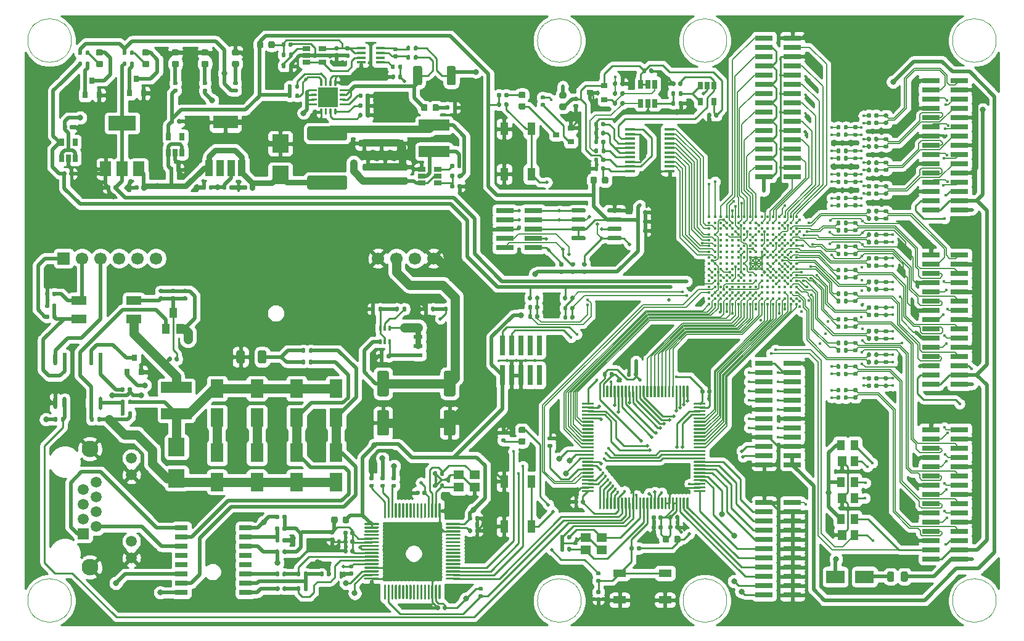
<source format=gbr>
%TF.GenerationSoftware,KiCad,Pcbnew,(5.1.10)-1*%
%TF.CreationDate,2021-07-13T16:53:58+08:00*%
%TF.ProjectId,TestAutomation,54657374-4175-4746-9f6d-6174696f6e2e,rev?*%
%TF.SameCoordinates,Original*%
%TF.FileFunction,Copper,L1,Top*%
%TF.FilePolarity,Positive*%
%FSLAX46Y46*%
G04 Gerber Fmt 4.6, Leading zero omitted, Abs format (unit mm)*
G04 Created by KiCad (PCBNEW (5.1.10)-1) date 2021-07-13 16:53:58*
%MOMM*%
%LPD*%
G01*
G04 APERTURE LIST*
%TA.AperFunction,EtchedComponent*%
%ADD10C,0.120000*%
%TD*%
%TA.AperFunction,ComponentPad*%
%ADD11C,1.700000*%
%TD*%
%TA.AperFunction,ComponentPad*%
%ADD12R,1.700000X1.700000*%
%TD*%
%TA.AperFunction,SMDPad,CuDef*%
%ADD13R,1.400000X1.200000*%
%TD*%
%TA.AperFunction,SMDPad,CuDef*%
%ADD14R,4.200000X1.500000*%
%TD*%
%TA.AperFunction,SMDPad,CuDef*%
%ADD15R,0.900000X0.800000*%
%TD*%
%TA.AperFunction,SMDPad,CuDef*%
%ADD16R,0.650000X1.220000*%
%TD*%
%TA.AperFunction,SMDPad,CuDef*%
%ADD17R,0.650000X1.060000*%
%TD*%
%TA.AperFunction,SMDPad,CuDef*%
%ADD18R,2.700000X2.700000*%
%TD*%
%TA.AperFunction,SMDPad,CuDef*%
%ADD19R,2.300000X2.500000*%
%TD*%
%TA.AperFunction,SMDPad,CuDef*%
%ADD20R,2.400000X0.740000*%
%TD*%
%TA.AperFunction,SMDPad,CuDef*%
%ADD21C,0.410000*%
%TD*%
%TA.AperFunction,SMDPad,CuDef*%
%ADD22R,1.100000X1.800000*%
%TD*%
%TA.AperFunction,SMDPad,CuDef*%
%ADD23R,1.060000X0.650000*%
%TD*%
%TA.AperFunction,SMDPad,CuDef*%
%ADD24R,1.000000X2.200000*%
%TD*%
%TA.AperFunction,SMDPad,CuDef*%
%ADD25R,3.400000X1.800000*%
%TD*%
%TA.AperFunction,SMDPad,CuDef*%
%ADD26R,0.532132X1.702833*%
%TD*%
%TA.AperFunction,SMDPad,CuDef*%
%ADD27R,1.220000X0.400000*%
%TD*%
%TA.AperFunction,SMDPad,CuDef*%
%ADD28R,1.454899X0.354800*%
%TD*%
%TA.AperFunction,SMDPad,CuDef*%
%ADD29R,1.193800X0.558800*%
%TD*%
%TA.AperFunction,SMDPad,CuDef*%
%ADD30R,0.740000X2.790000*%
%TD*%
%TA.AperFunction,SMDPad,CuDef*%
%ADD31R,3.800000X2.000000*%
%TD*%
%TA.AperFunction,SMDPad,CuDef*%
%ADD32R,1.500000X2.000000*%
%TD*%
%TA.AperFunction,SMDPad,CuDef*%
%ADD33R,1.700000X0.760000*%
%TD*%
%TA.AperFunction,SMDPad,CuDef*%
%ADD34R,1.800000X1.100000*%
%TD*%
%TA.AperFunction,SMDPad,CuDef*%
%ADD35R,0.800000X0.900000*%
%TD*%
%TA.AperFunction,SMDPad,CuDef*%
%ADD36R,0.400000X0.650000*%
%TD*%
%TA.AperFunction,SMDPad,CuDef*%
%ADD37R,1.000000X1.400000*%
%TD*%
%TA.AperFunction,ComponentPad*%
%ADD38C,1.500000*%
%TD*%
%TA.AperFunction,ComponentPad*%
%ADD39C,2.300000*%
%TD*%
%TA.AperFunction,ComponentPad*%
%ADD40R,1.500000X1.500000*%
%TD*%
%TA.AperFunction,SMDPad,CuDef*%
%ADD41R,2.000000X1.200000*%
%TD*%
%TA.AperFunction,SMDPad,CuDef*%
%ADD42R,1.800000X2.500000*%
%TD*%
%TA.AperFunction,SMDPad,CuDef*%
%ADD43R,2.500000X1.800000*%
%TD*%
%TA.AperFunction,SMDPad,CuDef*%
%ADD44R,1.200000X1.400000*%
%TD*%
%TA.AperFunction,ViaPad*%
%ADD45C,0.450000*%
%TD*%
%TA.AperFunction,ViaPad*%
%ADD46C,0.800000*%
%TD*%
%TA.AperFunction,ViaPad*%
%ADD47C,0.500000*%
%TD*%
%TA.AperFunction,Conductor*%
%ADD48C,0.508000*%
%TD*%
%TA.AperFunction,Conductor*%
%ADD49C,1.270000*%
%TD*%
%TA.AperFunction,Conductor*%
%ADD50C,0.254000*%
%TD*%
%TA.AperFunction,Conductor*%
%ADD51C,0.127000*%
%TD*%
%TA.AperFunction,Conductor*%
%ADD52C,0.250000*%
%TD*%
%TA.AperFunction,Conductor*%
%ADD53C,1.016000*%
%TD*%
%TA.AperFunction,Conductor*%
%ADD54C,0.762000*%
%TD*%
%TA.AperFunction,Conductor*%
%ADD55C,0.100000*%
%TD*%
G04 APERTURE END LIST*
D10*
%TO.C,M3*%
X156000000Y-57000000D02*
G75*
G03*
X156000000Y-57000000I-3000000J0D01*
G01*
X156000000Y-134000000D02*
G75*
G03*
X156000000Y-134000000I-3000000J0D01*
G01*
X176000000Y-57000000D02*
G75*
G03*
X176000000Y-57000000I-3000000J0D01*
G01*
X176000000Y-134000000D02*
G75*
G03*
X176000000Y-134000000I-3000000J0D01*
G01*
X213000000Y-57000000D02*
G75*
G03*
X213000000Y-57000000I-3000000J0D01*
G01*
X86000000Y-57000000D02*
G75*
G03*
X86000000Y-57000000I-3000000J0D01*
G01*
X86000000Y-134000000D02*
G75*
G03*
X86000000Y-134000000I-3000000J0D01*
G01*
X213000000Y-134000000D02*
G75*
G03*
X213000000Y-134000000I-3000000J0D01*
G01*
%TD*%
D11*
%TO.P,U12,6*%
%TO.N,Net-(U12-Pad6)*%
X97618000Y-86946000D03*
%TO.P,U12,10*%
%TO.N,GND*%
X135718000Y-86946000D03*
%TO.P,U12,9*%
%TO.N,Net-(U12-Pad9)*%
X133178000Y-86946000D03*
%TO.P,U12,8*%
%TO.N,Net-(C57-Pad1)*%
X130638000Y-86946000D03*
%TO.P,U12,7*%
%TO.N,GND*%
X128098000Y-86946000D03*
%TO.P,U12,5*%
%TO.N,Net-(U12-Pad5)*%
X95078000Y-86946000D03*
%TO.P,U12,4*%
%TO.N,Net-(U12-Pad4)*%
X92538000Y-86946000D03*
%TO.P,U12,3*%
%TO.N,Net-(U10-Pad2)*%
X89998000Y-86946000D03*
%TO.P,U12,2*%
%TO.N,Net-(C51-Pad1)*%
X87458000Y-86946000D03*
D12*
%TO.P,U12,1*%
%TO.N,Net-(R98-Pad2)*%
X84918000Y-86946000D03*
%TD*%
D13*
%TO.P,Y2,1*%
%TO.N,Net-(C75-Pad1)*%
X158810000Y-125330000D03*
%TO.P,Y2,2*%
%TO.N,GND*%
X156610000Y-125330000D03*
%TO.P,Y2,3*%
%TO.N,Net-(C76-Pad1)*%
X156610000Y-127030000D03*
%TO.P,Y2,4*%
%TO.N,GND*%
X158810000Y-127030000D03*
%TD*%
%TO.P,Y1,1*%
%TO.N,Net-(C60-Pad1)*%
X141344000Y-116726000D03*
%TO.P,Y1,2*%
%TO.N,GND*%
X139144000Y-116726000D03*
%TO.P,Y1,3*%
%TO.N,Net-(C59-Pad1)*%
X139144000Y-118426000D03*
%TO.P,Y1,4*%
%TO.N,GND*%
X141344000Y-118426000D03*
%TD*%
D14*
%TO.P,L3,1*%
%TO.N,/Ethernet/POE_VC+*%
X100400000Y-108300000D03*
%TO.P,L3,2*%
%TO.N,Net-(C45-Pad1)*%
X100400000Y-104700000D03*
%TD*%
%TO.P,F2,1*%
%TO.N,Net-(D5-Pad1)*%
%TA.AperFunction,SMDPad,CuDef*%
G36*
G01*
X198015000Y-131166250D02*
X198015000Y-130253750D01*
G75*
G02*
X198258750Y-130010000I243750J0D01*
G01*
X198746250Y-130010000D01*
G75*
G02*
X198990000Y-130253750I0J-243750D01*
G01*
X198990000Y-131166250D01*
G75*
G02*
X198746250Y-131410000I-243750J0D01*
G01*
X198258750Y-131410000D01*
G75*
G02*
X198015000Y-131166250I0J243750D01*
G01*
G37*
%TD.AperFunction*%
%TO.P,F2,2*%
%TO.N,+3V3MP*%
%TA.AperFunction,SMDPad,CuDef*%
G36*
G01*
X199890000Y-131166250D02*
X199890000Y-130253750D01*
G75*
G02*
X200133750Y-130010000I243750J0D01*
G01*
X200621250Y-130010000D01*
G75*
G02*
X200865000Y-130253750I0J-243750D01*
G01*
X200865000Y-131166250D01*
G75*
G02*
X200621250Y-131410000I-243750J0D01*
G01*
X200133750Y-131410000D01*
G75*
G02*
X199890000Y-131166250I0J243750D01*
G01*
G37*
%TD.AperFunction*%
%TD*%
%TO.P,L4,1*%
%TO.N,Net-(C44-Pad1)*%
X135780000Y-72240000D03*
%TO.P,L4,2*%
%TO.N,Net-(C47-Pad1)*%
X135780000Y-68640000D03*
%TD*%
D15*
%TO.P,D23,1*%
%TO.N,Net-(D23-Pad1)*%
X159190000Y-65120000D03*
%TO.P,D23,2*%
%TO.N,/HighSpeedADC/+5VA*%
X159190000Y-63220000D03*
%TO.P,D23,3*%
%TO.N,GND*%
X157190000Y-64170000D03*
%TD*%
%TO.P,C98,1*%
%TO.N,/CurrentSenser/+3V3A*%
%TA.AperFunction,SMDPad,CuDef*%
G36*
G01*
X122240000Y-57790000D02*
X122580000Y-57790000D01*
G75*
G02*
X122720000Y-57930000I0J-140000D01*
G01*
X122720000Y-58210000D01*
G75*
G02*
X122580000Y-58350000I-140000J0D01*
G01*
X122240000Y-58350000D01*
G75*
G02*
X122100000Y-58210000I0J140000D01*
G01*
X122100000Y-57930000D01*
G75*
G02*
X122240000Y-57790000I140000J0D01*
G01*
G37*
%TD.AperFunction*%
%TO.P,C98,2*%
%TO.N,GND*%
%TA.AperFunction,SMDPad,CuDef*%
G36*
G01*
X122240000Y-58750000D02*
X122580000Y-58750000D01*
G75*
G02*
X122720000Y-58890000I0J-140000D01*
G01*
X122720000Y-59170000D01*
G75*
G02*
X122580000Y-59310000I-140000J0D01*
G01*
X122240000Y-59310000D01*
G75*
G02*
X122100000Y-59170000I0J140000D01*
G01*
X122100000Y-58890000D01*
G75*
G02*
X122240000Y-58750000I140000J0D01*
G01*
G37*
%TD.AperFunction*%
%TD*%
%TO.P,C97,1*%
%TO.N,/HighSpeedADC/+5VA*%
%TA.AperFunction,SMDPad,CuDef*%
G36*
G01*
X174820000Y-67100000D02*
X174820000Y-67440000D01*
G75*
G02*
X174680000Y-67580000I-140000J0D01*
G01*
X174400000Y-67580000D01*
G75*
G02*
X174260000Y-67440000I0J140000D01*
G01*
X174260000Y-67100000D01*
G75*
G02*
X174400000Y-66960000I140000J0D01*
G01*
X174680000Y-66960000D01*
G75*
G02*
X174820000Y-67100000I0J-140000D01*
G01*
G37*
%TD.AperFunction*%
%TO.P,C97,2*%
%TO.N,GND*%
%TA.AperFunction,SMDPad,CuDef*%
G36*
G01*
X173860000Y-67100000D02*
X173860000Y-67440000D01*
G75*
G02*
X173720000Y-67580000I-140000J0D01*
G01*
X173440000Y-67580000D01*
G75*
G02*
X173300000Y-67440000I0J140000D01*
G01*
X173300000Y-67100000D01*
G75*
G02*
X173440000Y-66960000I140000J0D01*
G01*
X173720000Y-66960000D01*
G75*
G02*
X173860000Y-67100000I0J-140000D01*
G01*
G37*
%TD.AperFunction*%
%TD*%
D16*
%TO.P,U2,1*%
%TO.N,Net-(R5-Pad2)*%
X164190000Y-65620000D03*
%TO.P,U2,2*%
%TO.N,GND*%
X165140000Y-65620000D03*
%TO.P,U2,3*%
%TO.N,Net-(R2-Pad1)*%
X166090000Y-65620000D03*
%TO.P,U2,4*%
%TO.N,Net-(D23-Pad1)*%
X166090000Y-63000000D03*
%TO.P,U2,5*%
%TO.N,/HighSpeedADC/+5VA*%
X165140000Y-63000000D03*
%TO.P,U2,6*%
X164190000Y-63000000D03*
%TD*%
D17*
%TO.P,U1,1*%
%TO.N,Net-(C2-Pad1)*%
X174230000Y-63180000D03*
%TO.P,U1,2*%
%TO.N,GND*%
X173280000Y-63180000D03*
%TO.P,U1,3*%
%TO.N,Net-(R3-Pad1)*%
X172330000Y-63180000D03*
%TO.P,U1,4*%
X172330000Y-65380000D03*
%TO.P,U1,5*%
%TO.N,/HighSpeedADC/+5VA*%
X174230000Y-65380000D03*
%TD*%
%TO.P,C1,1*%
%TO.N,/HighSpeedADC/+5VA*%
%TA.AperFunction,SMDPad,CuDef*%
G36*
G01*
X164380000Y-61330000D02*
X164380000Y-60990000D01*
G75*
G02*
X164520000Y-60850000I140000J0D01*
G01*
X164800000Y-60850000D01*
G75*
G02*
X164940000Y-60990000I0J-140000D01*
G01*
X164940000Y-61330000D01*
G75*
G02*
X164800000Y-61470000I-140000J0D01*
G01*
X164520000Y-61470000D01*
G75*
G02*
X164380000Y-61330000I0J140000D01*
G01*
G37*
%TD.AperFunction*%
%TO.P,C1,2*%
%TO.N,GND*%
%TA.AperFunction,SMDPad,CuDef*%
G36*
G01*
X165340000Y-61330000D02*
X165340000Y-60990000D01*
G75*
G02*
X165480000Y-60850000I140000J0D01*
G01*
X165760000Y-60850000D01*
G75*
G02*
X165900000Y-60990000I0J-140000D01*
G01*
X165900000Y-61330000D01*
G75*
G02*
X165760000Y-61470000I-140000J0D01*
G01*
X165480000Y-61470000D01*
G75*
G02*
X165340000Y-61330000I0J140000D01*
G01*
G37*
%TD.AperFunction*%
%TD*%
%TO.P,R129,1*%
%TO.N,/CurrentSenser/12V_SW*%
%TA.AperFunction,SMDPad,CuDef*%
G36*
G01*
X117260000Y-64425000D02*
X117260000Y-64795000D01*
G75*
G02*
X117125000Y-64930000I-135000J0D01*
G01*
X116855000Y-64930000D01*
G75*
G02*
X116720000Y-64795000I0J135000D01*
G01*
X116720000Y-64425000D01*
G75*
G02*
X116855000Y-64290000I135000J0D01*
G01*
X117125000Y-64290000D01*
G75*
G02*
X117260000Y-64425000I0J-135000D01*
G01*
G37*
%TD.AperFunction*%
%TO.P,R129,2*%
%TO.N,+3V3*%
%TA.AperFunction,SMDPad,CuDef*%
G36*
G01*
X116240000Y-64425000D02*
X116240000Y-64795000D01*
G75*
G02*
X116105000Y-64930000I-135000J0D01*
G01*
X115835000Y-64930000D01*
G75*
G02*
X115700000Y-64795000I0J135000D01*
G01*
X115700000Y-64425000D01*
G75*
G02*
X115835000Y-64290000I135000J0D01*
G01*
X116105000Y-64290000D01*
G75*
G02*
X116240000Y-64425000I0J-135000D01*
G01*
G37*
%TD.AperFunction*%
%TD*%
%TO.P,R128,1*%
%TO.N,+3V3*%
%TA.AperFunction,SMDPad,CuDef*%
G36*
G01*
X115700000Y-63505000D02*
X115700000Y-63135000D01*
G75*
G02*
X115835000Y-63000000I135000J0D01*
G01*
X116105000Y-63000000D01*
G75*
G02*
X116240000Y-63135000I0J-135000D01*
G01*
X116240000Y-63505000D01*
G75*
G02*
X116105000Y-63640000I-135000J0D01*
G01*
X115835000Y-63640000D01*
G75*
G02*
X115700000Y-63505000I0J135000D01*
G01*
G37*
%TD.AperFunction*%
%TO.P,R128,2*%
%TO.N,/CurrentSenser/12V_OUT_FAULT*%
%TA.AperFunction,SMDPad,CuDef*%
G36*
G01*
X116720000Y-63505000D02*
X116720000Y-63135000D01*
G75*
G02*
X116855000Y-63000000I135000J0D01*
G01*
X117125000Y-63000000D01*
G75*
G02*
X117260000Y-63135000I0J-135000D01*
G01*
X117260000Y-63505000D01*
G75*
G02*
X117125000Y-63640000I-135000J0D01*
G01*
X116855000Y-63640000D01*
G75*
G02*
X116720000Y-63505000I0J135000D01*
G01*
G37*
%TD.AperFunction*%
%TD*%
%TO.P,U16,1*%
%TO.N,+12V*%
%TA.AperFunction,SMDPad,CuDef*%
G36*
G01*
X118880000Y-63892500D02*
X118880000Y-63742500D01*
G75*
G02*
X118955000Y-63667500I75000J0D01*
G01*
X119630000Y-63667500D01*
G75*
G02*
X119705000Y-63742500I0J-75000D01*
G01*
X119705000Y-63892500D01*
G75*
G02*
X119630000Y-63967500I-75000J0D01*
G01*
X118955000Y-63967500D01*
G75*
G02*
X118880000Y-63892500I0J75000D01*
G01*
G37*
%TD.AperFunction*%
%TO.P,U16,2*%
%TA.AperFunction,SMDPad,CuDef*%
G36*
G01*
X118880000Y-64542500D02*
X118880000Y-64392500D01*
G75*
G02*
X118955000Y-64317500I75000J0D01*
G01*
X119630000Y-64317500D01*
G75*
G02*
X119705000Y-64392500I0J-75000D01*
G01*
X119705000Y-64542500D01*
G75*
G02*
X119630000Y-64617500I-75000J0D01*
G01*
X118955000Y-64617500D01*
G75*
G02*
X118880000Y-64542500I0J75000D01*
G01*
G37*
%TD.AperFunction*%
%TO.P,U16,3*%
%TA.AperFunction,SMDPad,CuDef*%
G36*
G01*
X118880000Y-65192500D02*
X118880000Y-65042500D01*
G75*
G02*
X118955000Y-64967500I75000J0D01*
G01*
X119630000Y-64967500D01*
G75*
G02*
X119705000Y-65042500I0J-75000D01*
G01*
X119705000Y-65192500D01*
G75*
G02*
X119630000Y-65267500I-75000J0D01*
G01*
X118955000Y-65267500D01*
G75*
G02*
X118880000Y-65192500I0J75000D01*
G01*
G37*
%TD.AperFunction*%
%TO.P,U16,4*%
%TA.AperFunction,SMDPad,CuDef*%
G36*
G01*
X118880000Y-65842500D02*
X118880000Y-65692500D01*
G75*
G02*
X118955000Y-65617500I75000J0D01*
G01*
X119630000Y-65617500D01*
G75*
G02*
X119705000Y-65692500I0J-75000D01*
G01*
X119705000Y-65842500D01*
G75*
G02*
X119630000Y-65917500I-75000J0D01*
G01*
X118955000Y-65917500D01*
G75*
G02*
X118880000Y-65842500I0J75000D01*
G01*
G37*
%TD.AperFunction*%
%TO.P,U16,5*%
%TO.N,GND*%
%TA.AperFunction,SMDPad,CuDef*%
G36*
G01*
X120130000Y-67092500D02*
X120130000Y-66417500D01*
G75*
G02*
X120205000Y-66342500I75000J0D01*
G01*
X120355000Y-66342500D01*
G75*
G02*
X120430000Y-66417500I0J-75000D01*
G01*
X120430000Y-67092500D01*
G75*
G02*
X120355000Y-67167500I-75000J0D01*
G01*
X120205000Y-67167500D01*
G75*
G02*
X120130000Y-67092500I0J75000D01*
G01*
G37*
%TD.AperFunction*%
%TO.P,U16,6*%
%TO.N,Net-(U16-Pad6)*%
%TA.AperFunction,SMDPad,CuDef*%
G36*
G01*
X120780000Y-67092500D02*
X120780000Y-66417500D01*
G75*
G02*
X120855000Y-66342500I75000J0D01*
G01*
X121005000Y-66342500D01*
G75*
G02*
X121080000Y-66417500I0J-75000D01*
G01*
X121080000Y-67092500D01*
G75*
G02*
X121005000Y-67167500I-75000J0D01*
G01*
X120855000Y-67167500D01*
G75*
G02*
X120780000Y-67092500I0J75000D01*
G01*
G37*
%TD.AperFunction*%
%TO.P,U16,7*%
%TO.N,Net-(R126-Pad1)*%
%TA.AperFunction,SMDPad,CuDef*%
G36*
G01*
X121430000Y-67092500D02*
X121430000Y-66417500D01*
G75*
G02*
X121505000Y-66342500I75000J0D01*
G01*
X121655000Y-66342500D01*
G75*
G02*
X121730000Y-66417500I0J-75000D01*
G01*
X121730000Y-67092500D01*
G75*
G02*
X121655000Y-67167500I-75000J0D01*
G01*
X121505000Y-67167500D01*
G75*
G02*
X121430000Y-67092500I0J75000D01*
G01*
G37*
%TD.AperFunction*%
%TO.P,U16,8*%
%TO.N,Net-(R127-Pad1)*%
%TA.AperFunction,SMDPad,CuDef*%
G36*
G01*
X122080000Y-67092500D02*
X122080000Y-66417500D01*
G75*
G02*
X122155000Y-66342500I75000J0D01*
G01*
X122305000Y-66342500D01*
G75*
G02*
X122380000Y-66417500I0J-75000D01*
G01*
X122380000Y-67092500D01*
G75*
G02*
X122305000Y-67167500I-75000J0D01*
G01*
X122155000Y-67167500D01*
G75*
G02*
X122080000Y-67092500I0J75000D01*
G01*
G37*
%TD.AperFunction*%
%TO.P,U16,9*%
%TO.N,Net-(C89-Pad1)*%
%TA.AperFunction,SMDPad,CuDef*%
G36*
G01*
X122805000Y-65842500D02*
X122805000Y-65692500D01*
G75*
G02*
X122880000Y-65617500I75000J0D01*
G01*
X123555000Y-65617500D01*
G75*
G02*
X123630000Y-65692500I0J-75000D01*
G01*
X123630000Y-65842500D01*
G75*
G02*
X123555000Y-65917500I-75000J0D01*
G01*
X122880000Y-65917500D01*
G75*
G02*
X122805000Y-65842500I0J75000D01*
G01*
G37*
%TD.AperFunction*%
%TO.P,U16,10*%
%TO.N,Net-(D22-Pad2)*%
%TA.AperFunction,SMDPad,CuDef*%
G36*
G01*
X122805000Y-65192500D02*
X122805000Y-65042500D01*
G75*
G02*
X122880000Y-64967500I75000J0D01*
G01*
X123555000Y-64967500D01*
G75*
G02*
X123630000Y-65042500I0J-75000D01*
G01*
X123630000Y-65192500D01*
G75*
G02*
X123555000Y-65267500I-75000J0D01*
G01*
X122880000Y-65267500D01*
G75*
G02*
X122805000Y-65192500I0J75000D01*
G01*
G37*
%TD.AperFunction*%
%TO.P,U16,11*%
%TA.AperFunction,SMDPad,CuDef*%
G36*
G01*
X122805000Y-64542500D02*
X122805000Y-64392500D01*
G75*
G02*
X122880000Y-64317500I75000J0D01*
G01*
X123555000Y-64317500D01*
G75*
G02*
X123630000Y-64392500I0J-75000D01*
G01*
X123630000Y-64542500D01*
G75*
G02*
X123555000Y-64617500I-75000J0D01*
G01*
X122880000Y-64617500D01*
G75*
G02*
X122805000Y-64542500I0J75000D01*
G01*
G37*
%TD.AperFunction*%
%TO.P,U16,12*%
%TA.AperFunction,SMDPad,CuDef*%
G36*
G01*
X122805000Y-63892500D02*
X122805000Y-63742500D01*
G75*
G02*
X122880000Y-63667500I75000J0D01*
G01*
X123555000Y-63667500D01*
G75*
G02*
X123630000Y-63742500I0J-75000D01*
G01*
X123630000Y-63892500D01*
G75*
G02*
X123555000Y-63967500I-75000J0D01*
G01*
X122880000Y-63967500D01*
G75*
G02*
X122805000Y-63892500I0J75000D01*
G01*
G37*
%TD.AperFunction*%
%TO.P,U16,13*%
%TO.N,GND*%
%TA.AperFunction,SMDPad,CuDef*%
G36*
G01*
X122080000Y-63167500D02*
X122080000Y-62492500D01*
G75*
G02*
X122155000Y-62417500I75000J0D01*
G01*
X122305000Y-62417500D01*
G75*
G02*
X122380000Y-62492500I0J-75000D01*
G01*
X122380000Y-63167500D01*
G75*
G02*
X122305000Y-63242500I-75000J0D01*
G01*
X122155000Y-63242500D01*
G75*
G02*
X122080000Y-63167500I0J75000D01*
G01*
G37*
%TD.AperFunction*%
%TO.P,U16,14*%
%TA.AperFunction,SMDPad,CuDef*%
G36*
G01*
X121430000Y-63167500D02*
X121430000Y-62492500D01*
G75*
G02*
X121505000Y-62417500I75000J0D01*
G01*
X121655000Y-62417500D01*
G75*
G02*
X121730000Y-62492500I0J-75000D01*
G01*
X121730000Y-63167500D01*
G75*
G02*
X121655000Y-63242500I-75000J0D01*
G01*
X121505000Y-63242500D01*
G75*
G02*
X121430000Y-63167500I0J75000D01*
G01*
G37*
%TD.AperFunction*%
%TO.P,U16,15*%
%TO.N,/CurrentSenser/12V_OUT_FAULT*%
%TA.AperFunction,SMDPad,CuDef*%
G36*
G01*
X120780000Y-63167500D02*
X120780000Y-62492500D01*
G75*
G02*
X120855000Y-62417500I75000J0D01*
G01*
X121005000Y-62417500D01*
G75*
G02*
X121080000Y-62492500I0J-75000D01*
G01*
X121080000Y-63167500D01*
G75*
G02*
X121005000Y-63242500I-75000J0D01*
G01*
X120855000Y-63242500D01*
G75*
G02*
X120780000Y-63167500I0J75000D01*
G01*
G37*
%TD.AperFunction*%
%TO.P,U16,16*%
%TO.N,/CurrentSenser/12V_SW*%
%TA.AperFunction,SMDPad,CuDef*%
G36*
G01*
X120130000Y-63167500D02*
X120130000Y-62492500D01*
G75*
G02*
X120205000Y-62417500I75000J0D01*
G01*
X120355000Y-62417500D01*
G75*
G02*
X120430000Y-62492500I0J-75000D01*
G01*
X120430000Y-63167500D01*
G75*
G02*
X120355000Y-63242500I-75000J0D01*
G01*
X120205000Y-63242500D01*
G75*
G02*
X120130000Y-63167500I0J75000D01*
G01*
G37*
%TD.AperFunction*%
D18*
%TO.P,U16,17*%
%TO.N,GND*%
X121255000Y-64792500D03*
%TD*%
%TO.P,R127,1*%
%TO.N,Net-(R127-Pad1)*%
%TA.AperFunction,SMDPad,CuDef*%
G36*
G01*
X125400000Y-66135000D02*
X125400000Y-65765000D01*
G75*
G02*
X125535000Y-65630000I135000J0D01*
G01*
X125805000Y-65630000D01*
G75*
G02*
X125940000Y-65765000I0J-135000D01*
G01*
X125940000Y-66135000D01*
G75*
G02*
X125805000Y-66270000I-135000J0D01*
G01*
X125535000Y-66270000D01*
G75*
G02*
X125400000Y-66135000I0J135000D01*
G01*
G37*
%TD.AperFunction*%
%TO.P,R127,2*%
%TO.N,GND*%
%TA.AperFunction,SMDPad,CuDef*%
G36*
G01*
X126420000Y-66135000D02*
X126420000Y-65765000D01*
G75*
G02*
X126555000Y-65630000I135000J0D01*
G01*
X126825000Y-65630000D01*
G75*
G02*
X126960000Y-65765000I0J-135000D01*
G01*
X126960000Y-66135000D01*
G75*
G02*
X126825000Y-66270000I-135000J0D01*
G01*
X126555000Y-66270000D01*
G75*
G02*
X126420000Y-66135000I0J135000D01*
G01*
G37*
%TD.AperFunction*%
%TD*%
%TO.P,R126,1*%
%TO.N,Net-(R126-Pad1)*%
%TA.AperFunction,SMDPad,CuDef*%
G36*
G01*
X125400000Y-67445000D02*
X125400000Y-67075000D01*
G75*
G02*
X125535000Y-66940000I135000J0D01*
G01*
X125805000Y-66940000D01*
G75*
G02*
X125940000Y-67075000I0J-135000D01*
G01*
X125940000Y-67445000D01*
G75*
G02*
X125805000Y-67580000I-135000J0D01*
G01*
X125535000Y-67580000D01*
G75*
G02*
X125400000Y-67445000I0J135000D01*
G01*
G37*
%TD.AperFunction*%
%TO.P,R126,2*%
%TO.N,GND*%
%TA.AperFunction,SMDPad,CuDef*%
G36*
G01*
X126420000Y-67445000D02*
X126420000Y-67075000D01*
G75*
G02*
X126555000Y-66940000I135000J0D01*
G01*
X126825000Y-66940000D01*
G75*
G02*
X126960000Y-67075000I0J-135000D01*
G01*
X126960000Y-67445000D01*
G75*
G02*
X126825000Y-67580000I-135000J0D01*
G01*
X126555000Y-67580000D01*
G75*
G02*
X126420000Y-67445000I0J135000D01*
G01*
G37*
%TD.AperFunction*%
%TD*%
%TO.P,C89,1*%
%TO.N,Net-(C89-Pad1)*%
%TA.AperFunction,SMDPad,CuDef*%
G36*
G01*
X125420000Y-64750000D02*
X125420000Y-64410000D01*
G75*
G02*
X125560000Y-64270000I140000J0D01*
G01*
X125840000Y-64270000D01*
G75*
G02*
X125980000Y-64410000I0J-140000D01*
G01*
X125980000Y-64750000D01*
G75*
G02*
X125840000Y-64890000I-140000J0D01*
G01*
X125560000Y-64890000D01*
G75*
G02*
X125420000Y-64750000I0J140000D01*
G01*
G37*
%TD.AperFunction*%
%TO.P,C89,2*%
%TO.N,GND*%
%TA.AperFunction,SMDPad,CuDef*%
G36*
G01*
X126380000Y-64750000D02*
X126380000Y-64410000D01*
G75*
G02*
X126520000Y-64270000I140000J0D01*
G01*
X126800000Y-64270000D01*
G75*
G02*
X126940000Y-64410000I0J-140000D01*
G01*
X126940000Y-64750000D01*
G75*
G02*
X126800000Y-64890000I-140000J0D01*
G01*
X126520000Y-64890000D01*
G75*
G02*
X126380000Y-64750000I0J140000D01*
G01*
G37*
%TD.AperFunction*%
%TD*%
%TO.P,C61,1*%
%TO.N,+3V3*%
%TA.AperFunction,SMDPad,CuDef*%
G36*
G01*
X137560000Y-134830000D02*
X137560000Y-135170000D01*
G75*
G02*
X137420000Y-135310000I-140000J0D01*
G01*
X137140000Y-135310000D01*
G75*
G02*
X137000000Y-135170000I0J140000D01*
G01*
X137000000Y-134830000D01*
G75*
G02*
X137140000Y-134690000I140000J0D01*
G01*
X137420000Y-134690000D01*
G75*
G02*
X137560000Y-134830000I0J-140000D01*
G01*
G37*
%TD.AperFunction*%
%TO.P,C61,2*%
%TO.N,GND*%
%TA.AperFunction,SMDPad,CuDef*%
G36*
G01*
X136600000Y-134830000D02*
X136600000Y-135170000D01*
G75*
G02*
X136460000Y-135310000I-140000J0D01*
G01*
X136180000Y-135310000D01*
G75*
G02*
X136040000Y-135170000I0J140000D01*
G01*
X136040000Y-134830000D01*
G75*
G02*
X136180000Y-134690000I140000J0D01*
G01*
X136460000Y-134690000D01*
G75*
G02*
X136600000Y-134830000I0J-140000D01*
G01*
G37*
%TD.AperFunction*%
%TD*%
%TO.P,C69,1*%
%TO.N,/Ethernet/+3V3A*%
%TA.AperFunction,SMDPad,CuDef*%
G36*
G01*
X121630000Y-124340000D02*
X121970000Y-124340000D01*
G75*
G02*
X122110000Y-124480000I0J-140000D01*
G01*
X122110000Y-124760000D01*
G75*
G02*
X121970000Y-124900000I-140000J0D01*
G01*
X121630000Y-124900000D01*
G75*
G02*
X121490000Y-124760000I0J140000D01*
G01*
X121490000Y-124480000D01*
G75*
G02*
X121630000Y-124340000I140000J0D01*
G01*
G37*
%TD.AperFunction*%
%TO.P,C69,2*%
%TO.N,GND*%
%TA.AperFunction,SMDPad,CuDef*%
G36*
G01*
X121630000Y-125300000D02*
X121970000Y-125300000D01*
G75*
G02*
X122110000Y-125440000I0J-140000D01*
G01*
X122110000Y-125720000D01*
G75*
G02*
X121970000Y-125860000I-140000J0D01*
G01*
X121630000Y-125860000D01*
G75*
G02*
X121490000Y-125720000I0J140000D01*
G01*
X121490000Y-125440000D01*
G75*
G02*
X121630000Y-125300000I140000J0D01*
G01*
G37*
%TD.AperFunction*%
%TD*%
%TO.P,C68,1*%
%TO.N,/Ethernet/+3V3A*%
%TA.AperFunction,SMDPad,CuDef*%
G36*
G01*
X124860000Y-125730000D02*
X124860000Y-126070000D01*
G75*
G02*
X124720000Y-126210000I-140000J0D01*
G01*
X124440000Y-126210000D01*
G75*
G02*
X124300000Y-126070000I0J140000D01*
G01*
X124300000Y-125730000D01*
G75*
G02*
X124440000Y-125590000I140000J0D01*
G01*
X124720000Y-125590000D01*
G75*
G02*
X124860000Y-125730000I0J-140000D01*
G01*
G37*
%TD.AperFunction*%
%TO.P,C68,2*%
%TO.N,GND*%
%TA.AperFunction,SMDPad,CuDef*%
G36*
G01*
X123900000Y-125730000D02*
X123900000Y-126070000D01*
G75*
G02*
X123760000Y-126210000I-140000J0D01*
G01*
X123480000Y-126210000D01*
G75*
G02*
X123340000Y-126070000I0J140000D01*
G01*
X123340000Y-125730000D01*
G75*
G02*
X123480000Y-125590000I140000J0D01*
G01*
X123760000Y-125590000D01*
G75*
G02*
X123900000Y-125730000I0J-140000D01*
G01*
G37*
%TD.AperFunction*%
%TD*%
%TO.P,C66,1*%
%TO.N,/Ethernet/+3V3A*%
%TA.AperFunction,SMDPad,CuDef*%
G36*
G01*
X124230000Y-129040000D02*
X124570000Y-129040000D01*
G75*
G02*
X124710000Y-129180000I0J-140000D01*
G01*
X124710000Y-129460000D01*
G75*
G02*
X124570000Y-129600000I-140000J0D01*
G01*
X124230000Y-129600000D01*
G75*
G02*
X124090000Y-129460000I0J140000D01*
G01*
X124090000Y-129180000D01*
G75*
G02*
X124230000Y-129040000I140000J0D01*
G01*
G37*
%TD.AperFunction*%
%TO.P,C66,2*%
%TO.N,GND*%
%TA.AperFunction,SMDPad,CuDef*%
G36*
G01*
X124230000Y-130000000D02*
X124570000Y-130000000D01*
G75*
G02*
X124710000Y-130140000I0J-140000D01*
G01*
X124710000Y-130420000D01*
G75*
G02*
X124570000Y-130560000I-140000J0D01*
G01*
X124230000Y-130560000D01*
G75*
G02*
X124090000Y-130420000I0J140000D01*
G01*
X124090000Y-130140000D01*
G75*
G02*
X124230000Y-130000000I140000J0D01*
G01*
G37*
%TD.AperFunction*%
%TD*%
%TO.P,C65,1*%
%TO.N,/Ethernet/+3V3A*%
%TA.AperFunction,SMDPad,CuDef*%
G36*
G01*
X124860000Y-124530000D02*
X124860000Y-124870000D01*
G75*
G02*
X124720000Y-125010000I-140000J0D01*
G01*
X124440000Y-125010000D01*
G75*
G02*
X124300000Y-124870000I0J140000D01*
G01*
X124300000Y-124530000D01*
G75*
G02*
X124440000Y-124390000I140000J0D01*
G01*
X124720000Y-124390000D01*
G75*
G02*
X124860000Y-124530000I0J-140000D01*
G01*
G37*
%TD.AperFunction*%
%TO.P,C65,2*%
%TO.N,GND*%
%TA.AperFunction,SMDPad,CuDef*%
G36*
G01*
X123900000Y-124530000D02*
X123900000Y-124870000D01*
G75*
G02*
X123760000Y-125010000I-140000J0D01*
G01*
X123480000Y-125010000D01*
G75*
G02*
X123340000Y-124870000I0J140000D01*
G01*
X123340000Y-124530000D01*
G75*
G02*
X123480000Y-124390000I140000J0D01*
G01*
X123760000Y-124390000D01*
G75*
G02*
X123900000Y-124530000I0J-140000D01*
G01*
G37*
%TD.AperFunction*%
%TD*%
%TO.P,C64,1*%
%TO.N,/Ethernet/+3V3A*%
%TA.AperFunction,SMDPad,CuDef*%
G36*
G01*
X134760000Y-119030000D02*
X134760000Y-119370000D01*
G75*
G02*
X134620000Y-119510000I-140000J0D01*
G01*
X134340000Y-119510000D01*
G75*
G02*
X134200000Y-119370000I0J140000D01*
G01*
X134200000Y-119030000D01*
G75*
G02*
X134340000Y-118890000I140000J0D01*
G01*
X134620000Y-118890000D01*
G75*
G02*
X134760000Y-119030000I0J-140000D01*
G01*
G37*
%TD.AperFunction*%
%TO.P,C64,2*%
%TO.N,GND*%
%TA.AperFunction,SMDPad,CuDef*%
G36*
G01*
X133800000Y-119030000D02*
X133800000Y-119370000D01*
G75*
G02*
X133660000Y-119510000I-140000J0D01*
G01*
X133380000Y-119510000D01*
G75*
G02*
X133240000Y-119370000I0J140000D01*
G01*
X133240000Y-119030000D01*
G75*
G02*
X133380000Y-118890000I140000J0D01*
G01*
X133660000Y-118890000D01*
G75*
G02*
X133800000Y-119030000I0J-140000D01*
G01*
G37*
%TD.AperFunction*%
%TD*%
%TO.P,C62,1*%
%TO.N,+3V3*%
%TA.AperFunction,SMDPad,CuDef*%
G36*
G01*
X140460000Y-122870000D02*
X140460000Y-122530000D01*
G75*
G02*
X140600000Y-122390000I140000J0D01*
G01*
X140880000Y-122390000D01*
G75*
G02*
X141020000Y-122530000I0J-140000D01*
G01*
X141020000Y-122870000D01*
G75*
G02*
X140880000Y-123010000I-140000J0D01*
G01*
X140600000Y-123010000D01*
G75*
G02*
X140460000Y-122870000I0J140000D01*
G01*
G37*
%TD.AperFunction*%
%TO.P,C62,2*%
%TO.N,GND*%
%TA.AperFunction,SMDPad,CuDef*%
G36*
G01*
X141420000Y-122870000D02*
X141420000Y-122530000D01*
G75*
G02*
X141560000Y-122390000I140000J0D01*
G01*
X141840000Y-122390000D01*
G75*
G02*
X141980000Y-122530000I0J-140000D01*
G01*
X141980000Y-122870000D01*
G75*
G02*
X141840000Y-123010000I-140000J0D01*
G01*
X141560000Y-123010000D01*
G75*
G02*
X141420000Y-122870000I0J140000D01*
G01*
G37*
%TD.AperFunction*%
%TD*%
D17*
%TO.P,U6,5*%
%TO.N,+3V3*%
X99296000Y-70204000D03*
%TO.P,U6,4*%
%TO.N,Net-(U6-Pad4)*%
X101196000Y-70204000D03*
%TO.P,U6,3*%
%TO.N,+6V*%
X101196000Y-72404000D03*
%TO.P,U6,2*%
%TO.N,GND*%
X100246000Y-72404000D03*
%TO.P,U6,1*%
%TO.N,+6V*%
X99296000Y-72404000D03*
%TD*%
%TO.P,C78,1*%
%TO.N,+3V3*%
%TA.AperFunction,SMDPad,CuDef*%
G36*
G01*
X156520000Y-120260000D02*
X156520000Y-120600000D01*
G75*
G02*
X156380000Y-120740000I-140000J0D01*
G01*
X156100000Y-120740000D01*
G75*
G02*
X155960000Y-120600000I0J140000D01*
G01*
X155960000Y-120260000D01*
G75*
G02*
X156100000Y-120120000I140000J0D01*
G01*
X156380000Y-120120000D01*
G75*
G02*
X156520000Y-120260000I0J-140000D01*
G01*
G37*
%TD.AperFunction*%
%TO.P,C78,2*%
%TO.N,GND*%
%TA.AperFunction,SMDPad,CuDef*%
G36*
G01*
X155560000Y-120260000D02*
X155560000Y-120600000D01*
G75*
G02*
X155420000Y-120740000I-140000J0D01*
G01*
X155140000Y-120740000D01*
G75*
G02*
X155000000Y-120600000I0J140000D01*
G01*
X155000000Y-120260000D01*
G75*
G02*
X155140000Y-120120000I140000J0D01*
G01*
X155420000Y-120120000D01*
G75*
G02*
X155560000Y-120260000I0J-140000D01*
G01*
G37*
%TD.AperFunction*%
%TD*%
%TO.P,U15,100*%
%TO.N,+3V3*%
%TA.AperFunction,SMDPad,CuDef*%
G36*
G01*
X157648000Y-119094000D02*
X156198000Y-119094000D01*
G75*
G02*
X156123000Y-119019000I0J75000D01*
G01*
X156123000Y-118869000D01*
G75*
G02*
X156198000Y-118794000I75000J0D01*
G01*
X157648000Y-118794000D01*
G75*
G02*
X157723000Y-118869000I0J-75000D01*
G01*
X157723000Y-119019000D01*
G75*
G02*
X157648000Y-119094000I-75000J0D01*
G01*
G37*
%TD.AperFunction*%
%TO.P,U15,99*%
%TO.N,GND*%
%TA.AperFunction,SMDPad,CuDef*%
G36*
G01*
X157648000Y-118594000D02*
X156198000Y-118594000D01*
G75*
G02*
X156123000Y-118519000I0J75000D01*
G01*
X156123000Y-118369000D01*
G75*
G02*
X156198000Y-118294000I75000J0D01*
G01*
X157648000Y-118294000D01*
G75*
G02*
X157723000Y-118369000I0J-75000D01*
G01*
X157723000Y-118519000D01*
G75*
G02*
X157648000Y-118594000I-75000J0D01*
G01*
G37*
%TD.AperFunction*%
%TO.P,U15,98*%
%TO.N,/FSMC_NBL1*%
%TA.AperFunction,SMDPad,CuDef*%
G36*
G01*
X157648000Y-118094000D02*
X156198000Y-118094000D01*
G75*
G02*
X156123000Y-118019000I0J75000D01*
G01*
X156123000Y-117869000D01*
G75*
G02*
X156198000Y-117794000I75000J0D01*
G01*
X157648000Y-117794000D01*
G75*
G02*
X157723000Y-117869000I0J-75000D01*
G01*
X157723000Y-118019000D01*
G75*
G02*
X157648000Y-118094000I-75000J0D01*
G01*
G37*
%TD.AperFunction*%
%TO.P,U15,97*%
%TO.N,/FSMC_NBL0*%
%TA.AperFunction,SMDPad,CuDef*%
G36*
G01*
X157648000Y-117594000D02*
X156198000Y-117594000D01*
G75*
G02*
X156123000Y-117519000I0J75000D01*
G01*
X156123000Y-117369000D01*
G75*
G02*
X156198000Y-117294000I75000J0D01*
G01*
X157648000Y-117294000D01*
G75*
G02*
X157723000Y-117369000I0J-75000D01*
G01*
X157723000Y-117519000D01*
G75*
G02*
X157648000Y-117594000I-75000J0D01*
G01*
G37*
%TD.AperFunction*%
%TO.P,U15,96*%
%TO.N,/IIC_SCL*%
%TA.AperFunction,SMDPad,CuDef*%
G36*
G01*
X157648000Y-117094000D02*
X156198000Y-117094000D01*
G75*
G02*
X156123000Y-117019000I0J75000D01*
G01*
X156123000Y-116869000D01*
G75*
G02*
X156198000Y-116794000I75000J0D01*
G01*
X157648000Y-116794000D01*
G75*
G02*
X157723000Y-116869000I0J-75000D01*
G01*
X157723000Y-117019000D01*
G75*
G02*
X157648000Y-117094000I-75000J0D01*
G01*
G37*
%TD.AperFunction*%
%TO.P,U15,95*%
%TO.N,/IIC_SDA*%
%TA.AperFunction,SMDPad,CuDef*%
G36*
G01*
X157648000Y-116594000D02*
X156198000Y-116594000D01*
G75*
G02*
X156123000Y-116519000I0J75000D01*
G01*
X156123000Y-116369000D01*
G75*
G02*
X156198000Y-116294000I75000J0D01*
G01*
X157648000Y-116294000D01*
G75*
G02*
X157723000Y-116369000I0J-75000D01*
G01*
X157723000Y-116519000D01*
G75*
G02*
X157648000Y-116594000I-75000J0D01*
G01*
G37*
%TD.AperFunction*%
%TO.P,U15,94*%
%TO.N,Net-(R124-Pad1)*%
%TA.AperFunction,SMDPad,CuDef*%
G36*
G01*
X157648000Y-116094000D02*
X156198000Y-116094000D01*
G75*
G02*
X156123000Y-116019000I0J75000D01*
G01*
X156123000Y-115869000D01*
G75*
G02*
X156198000Y-115794000I75000J0D01*
G01*
X157648000Y-115794000D01*
G75*
G02*
X157723000Y-115869000I0J-75000D01*
G01*
X157723000Y-116019000D01*
G75*
G02*
X157648000Y-116094000I-75000J0D01*
G01*
G37*
%TD.AperFunction*%
%TO.P,U15,93*%
%TO.N,/FSMC_NL*%
%TA.AperFunction,SMDPad,CuDef*%
G36*
G01*
X157648000Y-115594000D02*
X156198000Y-115594000D01*
G75*
G02*
X156123000Y-115519000I0J75000D01*
G01*
X156123000Y-115369000D01*
G75*
G02*
X156198000Y-115294000I75000J0D01*
G01*
X157648000Y-115294000D01*
G75*
G02*
X157723000Y-115369000I0J-75000D01*
G01*
X157723000Y-115519000D01*
G75*
G02*
X157648000Y-115594000I-75000J0D01*
G01*
G37*
%TD.AperFunction*%
%TO.P,U15,92*%
%TO.N,/CurrentSenser/12V_SW*%
%TA.AperFunction,SMDPad,CuDef*%
G36*
G01*
X157648000Y-115094000D02*
X156198000Y-115094000D01*
G75*
G02*
X156123000Y-115019000I0J75000D01*
G01*
X156123000Y-114869000D01*
G75*
G02*
X156198000Y-114794000I75000J0D01*
G01*
X157648000Y-114794000D01*
G75*
G02*
X157723000Y-114869000I0J-75000D01*
G01*
X157723000Y-115019000D01*
G75*
G02*
X157648000Y-115094000I-75000J0D01*
G01*
G37*
%TD.AperFunction*%
%TO.P,U15,91*%
%TO.N,/SPI_MOSI*%
%TA.AperFunction,SMDPad,CuDef*%
G36*
G01*
X157648000Y-114594000D02*
X156198000Y-114594000D01*
G75*
G02*
X156123000Y-114519000I0J75000D01*
G01*
X156123000Y-114369000D01*
G75*
G02*
X156198000Y-114294000I75000J0D01*
G01*
X157648000Y-114294000D01*
G75*
G02*
X157723000Y-114369000I0J-75000D01*
G01*
X157723000Y-114519000D01*
G75*
G02*
X157648000Y-114594000I-75000J0D01*
G01*
G37*
%TD.AperFunction*%
%TO.P,U15,90*%
%TO.N,/SPI_MISO*%
%TA.AperFunction,SMDPad,CuDef*%
G36*
G01*
X157648000Y-114094000D02*
X156198000Y-114094000D01*
G75*
G02*
X156123000Y-114019000I0J75000D01*
G01*
X156123000Y-113869000D01*
G75*
G02*
X156198000Y-113794000I75000J0D01*
G01*
X157648000Y-113794000D01*
G75*
G02*
X157723000Y-113869000I0J-75000D01*
G01*
X157723000Y-114019000D01*
G75*
G02*
X157648000Y-114094000I-75000J0D01*
G01*
G37*
%TD.AperFunction*%
%TO.P,U15,89*%
%TO.N,/SPI_SCK*%
%TA.AperFunction,SMDPad,CuDef*%
G36*
G01*
X157648000Y-113594000D02*
X156198000Y-113594000D01*
G75*
G02*
X156123000Y-113519000I0J75000D01*
G01*
X156123000Y-113369000D01*
G75*
G02*
X156198000Y-113294000I75000J0D01*
G01*
X157648000Y-113294000D01*
G75*
G02*
X157723000Y-113369000I0J-75000D01*
G01*
X157723000Y-113519000D01*
G75*
G02*
X157648000Y-113594000I-75000J0D01*
G01*
G37*
%TD.AperFunction*%
%TO.P,U15,88*%
%TO.N,/FSMC_NE1*%
%TA.AperFunction,SMDPad,CuDef*%
G36*
G01*
X157648000Y-113094000D02*
X156198000Y-113094000D01*
G75*
G02*
X156123000Y-113019000I0J75000D01*
G01*
X156123000Y-112869000D01*
G75*
G02*
X156198000Y-112794000I75000J0D01*
G01*
X157648000Y-112794000D01*
G75*
G02*
X157723000Y-112869000I0J-75000D01*
G01*
X157723000Y-113019000D01*
G75*
G02*
X157648000Y-113094000I-75000J0D01*
G01*
G37*
%TD.AperFunction*%
%TO.P,U15,87*%
%TO.N,/FSMC_NWAIT*%
%TA.AperFunction,SMDPad,CuDef*%
G36*
G01*
X157648000Y-112594000D02*
X156198000Y-112594000D01*
G75*
G02*
X156123000Y-112519000I0J75000D01*
G01*
X156123000Y-112369000D01*
G75*
G02*
X156198000Y-112294000I75000J0D01*
G01*
X157648000Y-112294000D01*
G75*
G02*
X157723000Y-112369000I0J-75000D01*
G01*
X157723000Y-112519000D01*
G75*
G02*
X157648000Y-112594000I-75000J0D01*
G01*
G37*
%TD.AperFunction*%
%TO.P,U15,86*%
%TO.N,/FSMC_NWE*%
%TA.AperFunction,SMDPad,CuDef*%
G36*
G01*
X157648000Y-112094000D02*
X156198000Y-112094000D01*
G75*
G02*
X156123000Y-112019000I0J75000D01*
G01*
X156123000Y-111869000D01*
G75*
G02*
X156198000Y-111794000I75000J0D01*
G01*
X157648000Y-111794000D01*
G75*
G02*
X157723000Y-111869000I0J-75000D01*
G01*
X157723000Y-112019000D01*
G75*
G02*
X157648000Y-112094000I-75000J0D01*
G01*
G37*
%TD.AperFunction*%
%TO.P,U15,85*%
%TO.N,/FSMC_NOE*%
%TA.AperFunction,SMDPad,CuDef*%
G36*
G01*
X157648000Y-111594000D02*
X156198000Y-111594000D01*
G75*
G02*
X156123000Y-111519000I0J75000D01*
G01*
X156123000Y-111369000D01*
G75*
G02*
X156198000Y-111294000I75000J0D01*
G01*
X157648000Y-111294000D01*
G75*
G02*
X157723000Y-111369000I0J-75000D01*
G01*
X157723000Y-111519000D01*
G75*
G02*
X157648000Y-111594000I-75000J0D01*
G01*
G37*
%TD.AperFunction*%
%TO.P,U15,84*%
%TO.N,/FSMC_CLK*%
%TA.AperFunction,SMDPad,CuDef*%
G36*
G01*
X157648000Y-111094000D02*
X156198000Y-111094000D01*
G75*
G02*
X156123000Y-111019000I0J75000D01*
G01*
X156123000Y-110869000D01*
G75*
G02*
X156198000Y-110794000I75000J0D01*
G01*
X157648000Y-110794000D01*
G75*
G02*
X157723000Y-110869000I0J-75000D01*
G01*
X157723000Y-111019000D01*
G75*
G02*
X157648000Y-111094000I-75000J0D01*
G01*
G37*
%TD.AperFunction*%
%TO.P,U15,83*%
%TO.N,Net-(U15-Pad83)*%
%TA.AperFunction,SMDPad,CuDef*%
G36*
G01*
X157648000Y-110594000D02*
X156198000Y-110594000D01*
G75*
G02*
X156123000Y-110519000I0J75000D01*
G01*
X156123000Y-110369000D01*
G75*
G02*
X156198000Y-110294000I75000J0D01*
G01*
X157648000Y-110294000D01*
G75*
G02*
X157723000Y-110369000I0J-75000D01*
G01*
X157723000Y-110519000D01*
G75*
G02*
X157648000Y-110594000I-75000J0D01*
G01*
G37*
%TD.AperFunction*%
%TO.P,U15,82*%
%TO.N,/FSMC_D3*%
%TA.AperFunction,SMDPad,CuDef*%
G36*
G01*
X157648000Y-110094000D02*
X156198000Y-110094000D01*
G75*
G02*
X156123000Y-110019000I0J75000D01*
G01*
X156123000Y-109869000D01*
G75*
G02*
X156198000Y-109794000I75000J0D01*
G01*
X157648000Y-109794000D01*
G75*
G02*
X157723000Y-109869000I0J-75000D01*
G01*
X157723000Y-110019000D01*
G75*
G02*
X157648000Y-110094000I-75000J0D01*
G01*
G37*
%TD.AperFunction*%
%TO.P,U15,81*%
%TO.N,/FSMC_D2*%
%TA.AperFunction,SMDPad,CuDef*%
G36*
G01*
X157648000Y-109594000D02*
X156198000Y-109594000D01*
G75*
G02*
X156123000Y-109519000I0J75000D01*
G01*
X156123000Y-109369000D01*
G75*
G02*
X156198000Y-109294000I75000J0D01*
G01*
X157648000Y-109294000D01*
G75*
G02*
X157723000Y-109369000I0J-75000D01*
G01*
X157723000Y-109519000D01*
G75*
G02*
X157648000Y-109594000I-75000J0D01*
G01*
G37*
%TD.AperFunction*%
%TO.P,U15,80*%
%TO.N,/CSBSEL0*%
%TA.AperFunction,SMDPad,CuDef*%
G36*
G01*
X157648000Y-109094000D02*
X156198000Y-109094000D01*
G75*
G02*
X156123000Y-109019000I0J75000D01*
G01*
X156123000Y-108869000D01*
G75*
G02*
X156198000Y-108794000I75000J0D01*
G01*
X157648000Y-108794000D01*
G75*
G02*
X157723000Y-108869000I0J-75000D01*
G01*
X157723000Y-109019000D01*
G75*
G02*
X157648000Y-109094000I-75000J0D01*
G01*
G37*
%TD.AperFunction*%
%TO.P,U15,79*%
%TO.N,/MCU/CPU_UART4_RX*%
%TA.AperFunction,SMDPad,CuDef*%
G36*
G01*
X157648000Y-108594000D02*
X156198000Y-108594000D01*
G75*
G02*
X156123000Y-108519000I0J75000D01*
G01*
X156123000Y-108369000D01*
G75*
G02*
X156198000Y-108294000I75000J0D01*
G01*
X157648000Y-108294000D01*
G75*
G02*
X157723000Y-108369000I0J-75000D01*
G01*
X157723000Y-108519000D01*
G75*
G02*
X157648000Y-108594000I-75000J0D01*
G01*
G37*
%TD.AperFunction*%
%TO.P,U15,78*%
%TO.N,/MCU/CPU_UART4_TX*%
%TA.AperFunction,SMDPad,CuDef*%
G36*
G01*
X157648000Y-108094000D02*
X156198000Y-108094000D01*
G75*
G02*
X156123000Y-108019000I0J75000D01*
G01*
X156123000Y-107869000D01*
G75*
G02*
X156198000Y-107794000I75000J0D01*
G01*
X157648000Y-107794000D01*
G75*
G02*
X157723000Y-107869000I0J-75000D01*
G01*
X157723000Y-108019000D01*
G75*
G02*
X157648000Y-108094000I-75000J0D01*
G01*
G37*
%TD.AperFunction*%
%TO.P,U15,77*%
%TO.N,/SPI_CS*%
%TA.AperFunction,SMDPad,CuDef*%
G36*
G01*
X157648000Y-107594000D02*
X156198000Y-107594000D01*
G75*
G02*
X156123000Y-107519000I0J75000D01*
G01*
X156123000Y-107369000D01*
G75*
G02*
X156198000Y-107294000I75000J0D01*
G01*
X157648000Y-107294000D01*
G75*
G02*
X157723000Y-107369000I0J-75000D01*
G01*
X157723000Y-107519000D01*
G75*
G02*
X157648000Y-107594000I-75000J0D01*
G01*
G37*
%TD.AperFunction*%
%TO.P,U15,76*%
%TO.N,/MCU/CPU_SWCLK*%
%TA.AperFunction,SMDPad,CuDef*%
G36*
G01*
X157648000Y-107094000D02*
X156198000Y-107094000D01*
G75*
G02*
X156123000Y-107019000I0J75000D01*
G01*
X156123000Y-106869000D01*
G75*
G02*
X156198000Y-106794000I75000J0D01*
G01*
X157648000Y-106794000D01*
G75*
G02*
X157723000Y-106869000I0J-75000D01*
G01*
X157723000Y-107019000D01*
G75*
G02*
X157648000Y-107094000I-75000J0D01*
G01*
G37*
%TD.AperFunction*%
%TO.P,U15,75*%
%TO.N,+3V3*%
%TA.AperFunction,SMDPad,CuDef*%
G36*
G01*
X158673000Y-106069000D02*
X158523000Y-106069000D01*
G75*
G02*
X158448000Y-105994000I0J75000D01*
G01*
X158448000Y-104544000D01*
G75*
G02*
X158523000Y-104469000I75000J0D01*
G01*
X158673000Y-104469000D01*
G75*
G02*
X158748000Y-104544000I0J-75000D01*
G01*
X158748000Y-105994000D01*
G75*
G02*
X158673000Y-106069000I-75000J0D01*
G01*
G37*
%TD.AperFunction*%
%TO.P,U15,74*%
%TO.N,GND*%
%TA.AperFunction,SMDPad,CuDef*%
G36*
G01*
X159173000Y-106069000D02*
X159023000Y-106069000D01*
G75*
G02*
X158948000Y-105994000I0J75000D01*
G01*
X158948000Y-104544000D01*
G75*
G02*
X159023000Y-104469000I75000J0D01*
G01*
X159173000Y-104469000D01*
G75*
G02*
X159248000Y-104544000I0J-75000D01*
G01*
X159248000Y-105994000D01*
G75*
G02*
X159173000Y-106069000I-75000J0D01*
G01*
G37*
%TD.AperFunction*%
%TO.P,U15,73*%
%TO.N,Net-(U15-Pad73)*%
%TA.AperFunction,SMDPad,CuDef*%
G36*
G01*
X159673000Y-106069000D02*
X159523000Y-106069000D01*
G75*
G02*
X159448000Y-105994000I0J75000D01*
G01*
X159448000Y-104544000D01*
G75*
G02*
X159523000Y-104469000I75000J0D01*
G01*
X159673000Y-104469000D01*
G75*
G02*
X159748000Y-104544000I0J-75000D01*
G01*
X159748000Y-105994000D01*
G75*
G02*
X159673000Y-106069000I-75000J0D01*
G01*
G37*
%TD.AperFunction*%
%TO.P,U15,72*%
%TO.N,/MCU/CPU_SWDIO*%
%TA.AperFunction,SMDPad,CuDef*%
G36*
G01*
X160173000Y-106069000D02*
X160023000Y-106069000D01*
G75*
G02*
X159948000Y-105994000I0J75000D01*
G01*
X159948000Y-104544000D01*
G75*
G02*
X160023000Y-104469000I75000J0D01*
G01*
X160173000Y-104469000D01*
G75*
G02*
X160248000Y-104544000I0J-75000D01*
G01*
X160248000Y-105994000D01*
G75*
G02*
X160173000Y-106069000I-75000J0D01*
G01*
G37*
%TD.AperFunction*%
%TO.P,U15,71*%
%TO.N,/CRESET*%
%TA.AperFunction,SMDPad,CuDef*%
G36*
G01*
X160673000Y-106069000D02*
X160523000Y-106069000D01*
G75*
G02*
X160448000Y-105994000I0J75000D01*
G01*
X160448000Y-104544000D01*
G75*
G02*
X160523000Y-104469000I75000J0D01*
G01*
X160673000Y-104469000D01*
G75*
G02*
X160748000Y-104544000I0J-75000D01*
G01*
X160748000Y-105994000D01*
G75*
G02*
X160673000Y-106069000I-75000J0D01*
G01*
G37*
%TD.AperFunction*%
%TO.P,U15,70*%
%TO.N,/CDONE*%
%TA.AperFunction,SMDPad,CuDef*%
G36*
G01*
X161173000Y-106069000D02*
X161023000Y-106069000D01*
G75*
G02*
X160948000Y-105994000I0J75000D01*
G01*
X160948000Y-104544000D01*
G75*
G02*
X161023000Y-104469000I75000J0D01*
G01*
X161173000Y-104469000D01*
G75*
G02*
X161248000Y-104544000I0J-75000D01*
G01*
X161248000Y-105994000D01*
G75*
G02*
X161173000Y-106069000I-75000J0D01*
G01*
G37*
%TD.AperFunction*%
%TO.P,U15,69*%
%TO.N,/MCU/CPU_UART1_RX*%
%TA.AperFunction,SMDPad,CuDef*%
G36*
G01*
X161673000Y-106069000D02*
X161523000Y-106069000D01*
G75*
G02*
X161448000Y-105994000I0J75000D01*
G01*
X161448000Y-104544000D01*
G75*
G02*
X161523000Y-104469000I75000J0D01*
G01*
X161673000Y-104469000D01*
G75*
G02*
X161748000Y-104544000I0J-75000D01*
G01*
X161748000Y-105994000D01*
G75*
G02*
X161673000Y-106069000I-75000J0D01*
G01*
G37*
%TD.AperFunction*%
%TO.P,U15,68*%
%TO.N,/MCU/CPU_UART1_TX*%
%TA.AperFunction,SMDPad,CuDef*%
G36*
G01*
X162173000Y-106069000D02*
X162023000Y-106069000D01*
G75*
G02*
X161948000Y-105994000I0J75000D01*
G01*
X161948000Y-104544000D01*
G75*
G02*
X162023000Y-104469000I75000J0D01*
G01*
X162173000Y-104469000D01*
G75*
G02*
X162248000Y-104544000I0J-75000D01*
G01*
X162248000Y-105994000D01*
G75*
G02*
X162173000Y-106069000I-75000J0D01*
G01*
G37*
%TD.AperFunction*%
%TO.P,U15,67*%
%TO.N,/CSBSEL1*%
%TA.AperFunction,SMDPad,CuDef*%
G36*
G01*
X162673000Y-106069000D02*
X162523000Y-106069000D01*
G75*
G02*
X162448000Y-105994000I0J75000D01*
G01*
X162448000Y-104544000D01*
G75*
G02*
X162523000Y-104469000I75000J0D01*
G01*
X162673000Y-104469000D01*
G75*
G02*
X162748000Y-104544000I0J-75000D01*
G01*
X162748000Y-105994000D01*
G75*
G02*
X162673000Y-106069000I-75000J0D01*
G01*
G37*
%TD.AperFunction*%
%TO.P,U15,66*%
%TO.N,/MCU/CPU_PWM_CH4*%
%TA.AperFunction,SMDPad,CuDef*%
G36*
G01*
X163173000Y-106069000D02*
X163023000Y-106069000D01*
G75*
G02*
X162948000Y-105994000I0J75000D01*
G01*
X162948000Y-104544000D01*
G75*
G02*
X163023000Y-104469000I75000J0D01*
G01*
X163173000Y-104469000D01*
G75*
G02*
X163248000Y-104544000I0J-75000D01*
G01*
X163248000Y-105994000D01*
G75*
G02*
X163173000Y-106069000I-75000J0D01*
G01*
G37*
%TD.AperFunction*%
%TO.P,U15,65*%
%TO.N,/MCU/CPU_PWM_CH3*%
%TA.AperFunction,SMDPad,CuDef*%
G36*
G01*
X163673000Y-106069000D02*
X163523000Y-106069000D01*
G75*
G02*
X163448000Y-105994000I0J75000D01*
G01*
X163448000Y-104544000D01*
G75*
G02*
X163523000Y-104469000I75000J0D01*
G01*
X163673000Y-104469000D01*
G75*
G02*
X163748000Y-104544000I0J-75000D01*
G01*
X163748000Y-105994000D01*
G75*
G02*
X163673000Y-106069000I-75000J0D01*
G01*
G37*
%TD.AperFunction*%
%TO.P,U15,64*%
%TO.N,/MCU/CPU_PWM_CH2*%
%TA.AperFunction,SMDPad,CuDef*%
G36*
G01*
X164173000Y-106069000D02*
X164023000Y-106069000D01*
G75*
G02*
X163948000Y-105994000I0J75000D01*
G01*
X163948000Y-104544000D01*
G75*
G02*
X164023000Y-104469000I75000J0D01*
G01*
X164173000Y-104469000D01*
G75*
G02*
X164248000Y-104544000I0J-75000D01*
G01*
X164248000Y-105994000D01*
G75*
G02*
X164173000Y-106069000I-75000J0D01*
G01*
G37*
%TD.AperFunction*%
%TO.P,U15,63*%
%TO.N,/MCU/CPU_PWM_CH1*%
%TA.AperFunction,SMDPad,CuDef*%
G36*
G01*
X164673000Y-106069000D02*
X164523000Y-106069000D01*
G75*
G02*
X164448000Y-105994000I0J75000D01*
G01*
X164448000Y-104544000D01*
G75*
G02*
X164523000Y-104469000I75000J0D01*
G01*
X164673000Y-104469000D01*
G75*
G02*
X164748000Y-104544000I0J-75000D01*
G01*
X164748000Y-105994000D01*
G75*
G02*
X164673000Y-106069000I-75000J0D01*
G01*
G37*
%TD.AperFunction*%
%TO.P,U15,62*%
%TO.N,/FSMC_D1*%
%TA.AperFunction,SMDPad,CuDef*%
G36*
G01*
X165173000Y-106069000D02*
X165023000Y-106069000D01*
G75*
G02*
X164948000Y-105994000I0J75000D01*
G01*
X164948000Y-104544000D01*
G75*
G02*
X165023000Y-104469000I75000J0D01*
G01*
X165173000Y-104469000D01*
G75*
G02*
X165248000Y-104544000I0J-75000D01*
G01*
X165248000Y-105994000D01*
G75*
G02*
X165173000Y-106069000I-75000J0D01*
G01*
G37*
%TD.AperFunction*%
%TO.P,U15,61*%
%TO.N,/FSMC_D0*%
%TA.AperFunction,SMDPad,CuDef*%
G36*
G01*
X165673000Y-106069000D02*
X165523000Y-106069000D01*
G75*
G02*
X165448000Y-105994000I0J75000D01*
G01*
X165448000Y-104544000D01*
G75*
G02*
X165523000Y-104469000I75000J0D01*
G01*
X165673000Y-104469000D01*
G75*
G02*
X165748000Y-104544000I0J-75000D01*
G01*
X165748000Y-105994000D01*
G75*
G02*
X165673000Y-106069000I-75000J0D01*
G01*
G37*
%TD.AperFunction*%
%TO.P,U15,60*%
%TO.N,/FSMC_A2*%
%TA.AperFunction,SMDPad,CuDef*%
G36*
G01*
X166173000Y-106069000D02*
X166023000Y-106069000D01*
G75*
G02*
X165948000Y-105994000I0J75000D01*
G01*
X165948000Y-104544000D01*
G75*
G02*
X166023000Y-104469000I75000J0D01*
G01*
X166173000Y-104469000D01*
G75*
G02*
X166248000Y-104544000I0J-75000D01*
G01*
X166248000Y-105994000D01*
G75*
G02*
X166173000Y-106069000I-75000J0D01*
G01*
G37*
%TD.AperFunction*%
%TO.P,U15,59*%
%TO.N,/FSMC_A1*%
%TA.AperFunction,SMDPad,CuDef*%
G36*
G01*
X166673000Y-106069000D02*
X166523000Y-106069000D01*
G75*
G02*
X166448000Y-105994000I0J75000D01*
G01*
X166448000Y-104544000D01*
G75*
G02*
X166523000Y-104469000I75000J0D01*
G01*
X166673000Y-104469000D01*
G75*
G02*
X166748000Y-104544000I0J-75000D01*
G01*
X166748000Y-105994000D01*
G75*
G02*
X166673000Y-106069000I-75000J0D01*
G01*
G37*
%TD.AperFunction*%
%TO.P,U15,58*%
%TO.N,/FSMC_A0*%
%TA.AperFunction,SMDPad,CuDef*%
G36*
G01*
X167173000Y-106069000D02*
X167023000Y-106069000D01*
G75*
G02*
X166948000Y-105994000I0J75000D01*
G01*
X166948000Y-104544000D01*
G75*
G02*
X167023000Y-104469000I75000J0D01*
G01*
X167173000Y-104469000D01*
G75*
G02*
X167248000Y-104544000I0J-75000D01*
G01*
X167248000Y-105994000D01*
G75*
G02*
X167173000Y-106069000I-75000J0D01*
G01*
G37*
%TD.AperFunction*%
%TO.P,U15,57*%
%TO.N,/FSMC_D15*%
%TA.AperFunction,SMDPad,CuDef*%
G36*
G01*
X167673000Y-106069000D02*
X167523000Y-106069000D01*
G75*
G02*
X167448000Y-105994000I0J75000D01*
G01*
X167448000Y-104544000D01*
G75*
G02*
X167523000Y-104469000I75000J0D01*
G01*
X167673000Y-104469000D01*
G75*
G02*
X167748000Y-104544000I0J-75000D01*
G01*
X167748000Y-105994000D01*
G75*
G02*
X167673000Y-106069000I-75000J0D01*
G01*
G37*
%TD.AperFunction*%
%TO.P,U15,56*%
%TO.N,/FSMC_D14*%
%TA.AperFunction,SMDPad,CuDef*%
G36*
G01*
X168173000Y-106069000D02*
X168023000Y-106069000D01*
G75*
G02*
X167948000Y-105994000I0J75000D01*
G01*
X167948000Y-104544000D01*
G75*
G02*
X168023000Y-104469000I75000J0D01*
G01*
X168173000Y-104469000D01*
G75*
G02*
X168248000Y-104544000I0J-75000D01*
G01*
X168248000Y-105994000D01*
G75*
G02*
X168173000Y-106069000I-75000J0D01*
G01*
G37*
%TD.AperFunction*%
%TO.P,U15,55*%
%TO.N,/FSMC_D13*%
%TA.AperFunction,SMDPad,CuDef*%
G36*
G01*
X168673000Y-106069000D02*
X168523000Y-106069000D01*
G75*
G02*
X168448000Y-105994000I0J75000D01*
G01*
X168448000Y-104544000D01*
G75*
G02*
X168523000Y-104469000I75000J0D01*
G01*
X168673000Y-104469000D01*
G75*
G02*
X168748000Y-104544000I0J-75000D01*
G01*
X168748000Y-105994000D01*
G75*
G02*
X168673000Y-106069000I-75000J0D01*
G01*
G37*
%TD.AperFunction*%
%TO.P,U15,54*%
%TO.N,/MCU/CPU_SPI2_MOSI*%
%TA.AperFunction,SMDPad,CuDef*%
G36*
G01*
X169173000Y-106069000D02*
X169023000Y-106069000D01*
G75*
G02*
X168948000Y-105994000I0J75000D01*
G01*
X168948000Y-104544000D01*
G75*
G02*
X169023000Y-104469000I75000J0D01*
G01*
X169173000Y-104469000D01*
G75*
G02*
X169248000Y-104544000I0J-75000D01*
G01*
X169248000Y-105994000D01*
G75*
G02*
X169173000Y-106069000I-75000J0D01*
G01*
G37*
%TD.AperFunction*%
%TO.P,U15,53*%
%TO.N,/MCU/CPU_SPI2_MISO*%
%TA.AperFunction,SMDPad,CuDef*%
G36*
G01*
X169673000Y-106069000D02*
X169523000Y-106069000D01*
G75*
G02*
X169448000Y-105994000I0J75000D01*
G01*
X169448000Y-104544000D01*
G75*
G02*
X169523000Y-104469000I75000J0D01*
G01*
X169673000Y-104469000D01*
G75*
G02*
X169748000Y-104544000I0J-75000D01*
G01*
X169748000Y-105994000D01*
G75*
G02*
X169673000Y-106069000I-75000J0D01*
G01*
G37*
%TD.AperFunction*%
%TO.P,U15,52*%
%TO.N,/MCU/CPU_SPI2_SCK*%
%TA.AperFunction,SMDPad,CuDef*%
G36*
G01*
X170173000Y-106069000D02*
X170023000Y-106069000D01*
G75*
G02*
X169948000Y-105994000I0J75000D01*
G01*
X169948000Y-104544000D01*
G75*
G02*
X170023000Y-104469000I75000J0D01*
G01*
X170173000Y-104469000D01*
G75*
G02*
X170248000Y-104544000I0J-75000D01*
G01*
X170248000Y-105994000D01*
G75*
G02*
X170173000Y-106069000I-75000J0D01*
G01*
G37*
%TD.AperFunction*%
%TO.P,U15,51*%
%TO.N,/MCU/CPU_SPI2_CS*%
%TA.AperFunction,SMDPad,CuDef*%
G36*
G01*
X170673000Y-106069000D02*
X170523000Y-106069000D01*
G75*
G02*
X170448000Y-105994000I0J75000D01*
G01*
X170448000Y-104544000D01*
G75*
G02*
X170523000Y-104469000I75000J0D01*
G01*
X170673000Y-104469000D01*
G75*
G02*
X170748000Y-104544000I0J-75000D01*
G01*
X170748000Y-105994000D01*
G75*
G02*
X170673000Y-106069000I-75000J0D01*
G01*
G37*
%TD.AperFunction*%
%TO.P,U15,50*%
%TO.N,+3V3*%
%TA.AperFunction,SMDPad,CuDef*%
G36*
G01*
X172998000Y-107094000D02*
X171548000Y-107094000D01*
G75*
G02*
X171473000Y-107019000I0J75000D01*
G01*
X171473000Y-106869000D01*
G75*
G02*
X171548000Y-106794000I75000J0D01*
G01*
X172998000Y-106794000D01*
G75*
G02*
X173073000Y-106869000I0J-75000D01*
G01*
X173073000Y-107019000D01*
G75*
G02*
X172998000Y-107094000I-75000J0D01*
G01*
G37*
%TD.AperFunction*%
%TO.P,U15,49*%
%TO.N,GND*%
%TA.AperFunction,SMDPad,CuDef*%
G36*
G01*
X172998000Y-107594000D02*
X171548000Y-107594000D01*
G75*
G02*
X171473000Y-107519000I0J75000D01*
G01*
X171473000Y-107369000D01*
G75*
G02*
X171548000Y-107294000I75000J0D01*
G01*
X172998000Y-107294000D01*
G75*
G02*
X173073000Y-107369000I0J-75000D01*
G01*
X173073000Y-107519000D01*
G75*
G02*
X172998000Y-107594000I-75000J0D01*
G01*
G37*
%TD.AperFunction*%
%TO.P,U15,48*%
%TO.N,/MCU/CPU_IIC2_SDA*%
%TA.AperFunction,SMDPad,CuDef*%
G36*
G01*
X172998000Y-108094000D02*
X171548000Y-108094000D01*
G75*
G02*
X171473000Y-108019000I0J75000D01*
G01*
X171473000Y-107869000D01*
G75*
G02*
X171548000Y-107794000I75000J0D01*
G01*
X172998000Y-107794000D01*
G75*
G02*
X173073000Y-107869000I0J-75000D01*
G01*
X173073000Y-108019000D01*
G75*
G02*
X172998000Y-108094000I-75000J0D01*
G01*
G37*
%TD.AperFunction*%
%TO.P,U15,47*%
%TO.N,/MCU/CPU_IIC2_SCL*%
%TA.AperFunction,SMDPad,CuDef*%
G36*
G01*
X172998000Y-108594000D02*
X171548000Y-108594000D01*
G75*
G02*
X171473000Y-108519000I0J75000D01*
G01*
X171473000Y-108369000D01*
G75*
G02*
X171548000Y-108294000I75000J0D01*
G01*
X172998000Y-108294000D01*
G75*
G02*
X173073000Y-108369000I0J-75000D01*
G01*
X173073000Y-108519000D01*
G75*
G02*
X172998000Y-108594000I-75000J0D01*
G01*
G37*
%TD.AperFunction*%
%TO.P,U15,46*%
%TO.N,/FSMC_D12*%
%TA.AperFunction,SMDPad,CuDef*%
G36*
G01*
X172998000Y-109094000D02*
X171548000Y-109094000D01*
G75*
G02*
X171473000Y-109019000I0J75000D01*
G01*
X171473000Y-108869000D01*
G75*
G02*
X171548000Y-108794000I75000J0D01*
G01*
X172998000Y-108794000D01*
G75*
G02*
X173073000Y-108869000I0J-75000D01*
G01*
X173073000Y-109019000D01*
G75*
G02*
X172998000Y-109094000I-75000J0D01*
G01*
G37*
%TD.AperFunction*%
%TO.P,U15,45*%
%TO.N,/FSMC_D11*%
%TA.AperFunction,SMDPad,CuDef*%
G36*
G01*
X172998000Y-109594000D02*
X171548000Y-109594000D01*
G75*
G02*
X171473000Y-109519000I0J75000D01*
G01*
X171473000Y-109369000D01*
G75*
G02*
X171548000Y-109294000I75000J0D01*
G01*
X172998000Y-109294000D01*
G75*
G02*
X173073000Y-109369000I0J-75000D01*
G01*
X173073000Y-109519000D01*
G75*
G02*
X172998000Y-109594000I-75000J0D01*
G01*
G37*
%TD.AperFunction*%
%TO.P,U15,44*%
%TO.N,/FSMC_D10*%
%TA.AperFunction,SMDPad,CuDef*%
G36*
G01*
X172998000Y-110094000D02*
X171548000Y-110094000D01*
G75*
G02*
X171473000Y-110019000I0J75000D01*
G01*
X171473000Y-109869000D01*
G75*
G02*
X171548000Y-109794000I75000J0D01*
G01*
X172998000Y-109794000D01*
G75*
G02*
X173073000Y-109869000I0J-75000D01*
G01*
X173073000Y-110019000D01*
G75*
G02*
X172998000Y-110094000I-75000J0D01*
G01*
G37*
%TD.AperFunction*%
%TO.P,U15,43*%
%TO.N,/FSMC_D9*%
%TA.AperFunction,SMDPad,CuDef*%
G36*
G01*
X172998000Y-110594000D02*
X171548000Y-110594000D01*
G75*
G02*
X171473000Y-110519000I0J75000D01*
G01*
X171473000Y-110369000D01*
G75*
G02*
X171548000Y-110294000I75000J0D01*
G01*
X172998000Y-110294000D01*
G75*
G02*
X173073000Y-110369000I0J-75000D01*
G01*
X173073000Y-110519000D01*
G75*
G02*
X172998000Y-110594000I-75000J0D01*
G01*
G37*
%TD.AperFunction*%
%TO.P,U15,42*%
%TO.N,/FSMC_D8*%
%TA.AperFunction,SMDPad,CuDef*%
G36*
G01*
X172998000Y-111094000D02*
X171548000Y-111094000D01*
G75*
G02*
X171473000Y-111019000I0J75000D01*
G01*
X171473000Y-110869000D01*
G75*
G02*
X171548000Y-110794000I75000J0D01*
G01*
X172998000Y-110794000D01*
G75*
G02*
X173073000Y-110869000I0J-75000D01*
G01*
X173073000Y-111019000D01*
G75*
G02*
X172998000Y-111094000I-75000J0D01*
G01*
G37*
%TD.AperFunction*%
%TO.P,U15,41*%
%TO.N,/FSMC_D7*%
%TA.AperFunction,SMDPad,CuDef*%
G36*
G01*
X172998000Y-111594000D02*
X171548000Y-111594000D01*
G75*
G02*
X171473000Y-111519000I0J75000D01*
G01*
X171473000Y-111369000D01*
G75*
G02*
X171548000Y-111294000I75000J0D01*
G01*
X172998000Y-111294000D01*
G75*
G02*
X173073000Y-111369000I0J-75000D01*
G01*
X173073000Y-111519000D01*
G75*
G02*
X172998000Y-111594000I-75000J0D01*
G01*
G37*
%TD.AperFunction*%
%TO.P,U15,40*%
%TO.N,/FSMC_D6*%
%TA.AperFunction,SMDPad,CuDef*%
G36*
G01*
X172998000Y-112094000D02*
X171548000Y-112094000D01*
G75*
G02*
X171473000Y-112019000I0J75000D01*
G01*
X171473000Y-111869000D01*
G75*
G02*
X171548000Y-111794000I75000J0D01*
G01*
X172998000Y-111794000D01*
G75*
G02*
X173073000Y-111869000I0J-75000D01*
G01*
X173073000Y-112019000D01*
G75*
G02*
X172998000Y-112094000I-75000J0D01*
G01*
G37*
%TD.AperFunction*%
%TO.P,U15,39*%
%TO.N,/FSMC_D5*%
%TA.AperFunction,SMDPad,CuDef*%
G36*
G01*
X172998000Y-112594000D02*
X171548000Y-112594000D01*
G75*
G02*
X171473000Y-112519000I0J75000D01*
G01*
X171473000Y-112369000D01*
G75*
G02*
X171548000Y-112294000I75000J0D01*
G01*
X172998000Y-112294000D01*
G75*
G02*
X173073000Y-112369000I0J-75000D01*
G01*
X173073000Y-112519000D01*
G75*
G02*
X172998000Y-112594000I-75000J0D01*
G01*
G37*
%TD.AperFunction*%
%TO.P,U15,38*%
%TO.N,/FSMC_D4*%
%TA.AperFunction,SMDPad,CuDef*%
G36*
G01*
X172998000Y-113094000D02*
X171548000Y-113094000D01*
G75*
G02*
X171473000Y-113019000I0J75000D01*
G01*
X171473000Y-112869000D01*
G75*
G02*
X171548000Y-112794000I75000J0D01*
G01*
X172998000Y-112794000D01*
G75*
G02*
X173073000Y-112869000I0J-75000D01*
G01*
X173073000Y-113019000D01*
G75*
G02*
X172998000Y-113094000I-75000J0D01*
G01*
G37*
%TD.AperFunction*%
%TO.P,U15,37*%
%TO.N,/CurrentSenser/12V_OUT_FAULT*%
%TA.AperFunction,SMDPad,CuDef*%
G36*
G01*
X172998000Y-113594000D02*
X171548000Y-113594000D01*
G75*
G02*
X171473000Y-113519000I0J75000D01*
G01*
X171473000Y-113369000D01*
G75*
G02*
X171548000Y-113294000I75000J0D01*
G01*
X172998000Y-113294000D01*
G75*
G02*
X173073000Y-113369000I0J-75000D01*
G01*
X173073000Y-113519000D01*
G75*
G02*
X172998000Y-113594000I-75000J0D01*
G01*
G37*
%TD.AperFunction*%
%TO.P,U15,36*%
%TO.N,/CurrentSenser/12V_CURRENT*%
%TA.AperFunction,SMDPad,CuDef*%
G36*
G01*
X172998000Y-114094000D02*
X171548000Y-114094000D01*
G75*
G02*
X171473000Y-114019000I0J75000D01*
G01*
X171473000Y-113869000D01*
G75*
G02*
X171548000Y-113794000I75000J0D01*
G01*
X172998000Y-113794000D01*
G75*
G02*
X173073000Y-113869000I0J-75000D01*
G01*
X173073000Y-114019000D01*
G75*
G02*
X172998000Y-114094000I-75000J0D01*
G01*
G37*
%TD.AperFunction*%
%TO.P,U15,35*%
%TO.N,/CurrentSenser/12V_CURRENT_REF*%
%TA.AperFunction,SMDPad,CuDef*%
G36*
G01*
X172998000Y-114594000D02*
X171548000Y-114594000D01*
G75*
G02*
X171473000Y-114519000I0J75000D01*
G01*
X171473000Y-114369000D01*
G75*
G02*
X171548000Y-114294000I75000J0D01*
G01*
X172998000Y-114294000D01*
G75*
G02*
X173073000Y-114369000I0J-75000D01*
G01*
X173073000Y-114519000D01*
G75*
G02*
X172998000Y-114594000I-75000J0D01*
G01*
G37*
%TD.AperFunction*%
%TO.P,U15,34*%
%TO.N,/MCU/CPU_ADC6*%
%TA.AperFunction,SMDPad,CuDef*%
G36*
G01*
X172998000Y-115094000D02*
X171548000Y-115094000D01*
G75*
G02*
X171473000Y-115019000I0J75000D01*
G01*
X171473000Y-114869000D01*
G75*
G02*
X171548000Y-114794000I75000J0D01*
G01*
X172998000Y-114794000D01*
G75*
G02*
X173073000Y-114869000I0J-75000D01*
G01*
X173073000Y-115019000D01*
G75*
G02*
X172998000Y-115094000I-75000J0D01*
G01*
G37*
%TD.AperFunction*%
%TO.P,U15,33*%
%TO.N,/MCU/CPU_ADC7*%
%TA.AperFunction,SMDPad,CuDef*%
G36*
G01*
X172998000Y-115594000D02*
X171548000Y-115594000D01*
G75*
G02*
X171473000Y-115519000I0J75000D01*
G01*
X171473000Y-115369000D01*
G75*
G02*
X171548000Y-115294000I75000J0D01*
G01*
X172998000Y-115294000D01*
G75*
G02*
X173073000Y-115369000I0J-75000D01*
G01*
X173073000Y-115519000D01*
G75*
G02*
X172998000Y-115594000I-75000J0D01*
G01*
G37*
%TD.AperFunction*%
%TO.P,U15,32*%
%TO.N,/MCU/CPU_ADC5*%
%TA.AperFunction,SMDPad,CuDef*%
G36*
G01*
X172998000Y-116094000D02*
X171548000Y-116094000D01*
G75*
G02*
X171473000Y-116019000I0J75000D01*
G01*
X171473000Y-115869000D01*
G75*
G02*
X171548000Y-115794000I75000J0D01*
G01*
X172998000Y-115794000D01*
G75*
G02*
X173073000Y-115869000I0J-75000D01*
G01*
X173073000Y-116019000D01*
G75*
G02*
X172998000Y-116094000I-75000J0D01*
G01*
G37*
%TD.AperFunction*%
%TO.P,U15,31*%
%TO.N,/MCU/CPU_ADC4*%
%TA.AperFunction,SMDPad,CuDef*%
G36*
G01*
X172998000Y-116594000D02*
X171548000Y-116594000D01*
G75*
G02*
X171473000Y-116519000I0J75000D01*
G01*
X171473000Y-116369000D01*
G75*
G02*
X171548000Y-116294000I75000J0D01*
G01*
X172998000Y-116294000D01*
G75*
G02*
X173073000Y-116369000I0J-75000D01*
G01*
X173073000Y-116519000D01*
G75*
G02*
X172998000Y-116594000I-75000J0D01*
G01*
G37*
%TD.AperFunction*%
%TO.P,U15,30*%
%TO.N,/MCU/CPU_DAC1*%
%TA.AperFunction,SMDPad,CuDef*%
G36*
G01*
X172998000Y-117094000D02*
X171548000Y-117094000D01*
G75*
G02*
X171473000Y-117019000I0J75000D01*
G01*
X171473000Y-116869000D01*
G75*
G02*
X171548000Y-116794000I75000J0D01*
G01*
X172998000Y-116794000D01*
G75*
G02*
X173073000Y-116869000I0J-75000D01*
G01*
X173073000Y-117019000D01*
G75*
G02*
X172998000Y-117094000I-75000J0D01*
G01*
G37*
%TD.AperFunction*%
%TO.P,U15,29*%
%TO.N,/MCU/CPU_DAC0*%
%TA.AperFunction,SMDPad,CuDef*%
G36*
G01*
X172998000Y-117594000D02*
X171548000Y-117594000D01*
G75*
G02*
X171473000Y-117519000I0J75000D01*
G01*
X171473000Y-117369000D01*
G75*
G02*
X171548000Y-117294000I75000J0D01*
G01*
X172998000Y-117294000D01*
G75*
G02*
X173073000Y-117369000I0J-75000D01*
G01*
X173073000Y-117519000D01*
G75*
G02*
X172998000Y-117594000I-75000J0D01*
G01*
G37*
%TD.AperFunction*%
%TO.P,U15,28*%
%TO.N,+3V3*%
%TA.AperFunction,SMDPad,CuDef*%
G36*
G01*
X172998000Y-118094000D02*
X171548000Y-118094000D01*
G75*
G02*
X171473000Y-118019000I0J75000D01*
G01*
X171473000Y-117869000D01*
G75*
G02*
X171548000Y-117794000I75000J0D01*
G01*
X172998000Y-117794000D01*
G75*
G02*
X173073000Y-117869000I0J-75000D01*
G01*
X173073000Y-118019000D01*
G75*
G02*
X172998000Y-118094000I-75000J0D01*
G01*
G37*
%TD.AperFunction*%
%TO.P,U15,27*%
%TO.N,GND*%
%TA.AperFunction,SMDPad,CuDef*%
G36*
G01*
X172998000Y-118594000D02*
X171548000Y-118594000D01*
G75*
G02*
X171473000Y-118519000I0J75000D01*
G01*
X171473000Y-118369000D01*
G75*
G02*
X171548000Y-118294000I75000J0D01*
G01*
X172998000Y-118294000D01*
G75*
G02*
X173073000Y-118369000I0J-75000D01*
G01*
X173073000Y-118519000D01*
G75*
G02*
X172998000Y-118594000I-75000J0D01*
G01*
G37*
%TD.AperFunction*%
%TO.P,U15,26*%
%TO.N,/MCU/CPU_ADC3*%
%TA.AperFunction,SMDPad,CuDef*%
G36*
G01*
X172998000Y-119094000D02*
X171548000Y-119094000D01*
G75*
G02*
X171473000Y-119019000I0J75000D01*
G01*
X171473000Y-118869000D01*
G75*
G02*
X171548000Y-118794000I75000J0D01*
G01*
X172998000Y-118794000D01*
G75*
G02*
X173073000Y-118869000I0J-75000D01*
G01*
X173073000Y-119019000D01*
G75*
G02*
X172998000Y-119094000I-75000J0D01*
G01*
G37*
%TD.AperFunction*%
%TO.P,U15,25*%
%TO.N,/MCU/CPU_ADC2*%
%TA.AperFunction,SMDPad,CuDef*%
G36*
G01*
X170673000Y-121419000D02*
X170523000Y-121419000D01*
G75*
G02*
X170448000Y-121344000I0J75000D01*
G01*
X170448000Y-119894000D01*
G75*
G02*
X170523000Y-119819000I75000J0D01*
G01*
X170673000Y-119819000D01*
G75*
G02*
X170748000Y-119894000I0J-75000D01*
G01*
X170748000Y-121344000D01*
G75*
G02*
X170673000Y-121419000I-75000J0D01*
G01*
G37*
%TD.AperFunction*%
%TO.P,U15,24*%
%TO.N,/MCU/CPU_ADC1*%
%TA.AperFunction,SMDPad,CuDef*%
G36*
G01*
X170173000Y-121419000D02*
X170023000Y-121419000D01*
G75*
G02*
X169948000Y-121344000I0J75000D01*
G01*
X169948000Y-119894000D01*
G75*
G02*
X170023000Y-119819000I75000J0D01*
G01*
X170173000Y-119819000D01*
G75*
G02*
X170248000Y-119894000I0J-75000D01*
G01*
X170248000Y-121344000D01*
G75*
G02*
X170173000Y-121419000I-75000J0D01*
G01*
G37*
%TD.AperFunction*%
%TO.P,U15,23*%
%TO.N,/MCU/CPU_ADC0*%
%TA.AperFunction,SMDPad,CuDef*%
G36*
G01*
X169673000Y-121419000D02*
X169523000Y-121419000D01*
G75*
G02*
X169448000Y-121344000I0J75000D01*
G01*
X169448000Y-119894000D01*
G75*
G02*
X169523000Y-119819000I75000J0D01*
G01*
X169673000Y-119819000D01*
G75*
G02*
X169748000Y-119894000I0J-75000D01*
G01*
X169748000Y-121344000D01*
G75*
G02*
X169673000Y-121419000I-75000J0D01*
G01*
G37*
%TD.AperFunction*%
%TO.P,U15,22*%
%TO.N,/MCU/+3V3A*%
%TA.AperFunction,SMDPad,CuDef*%
G36*
G01*
X169173000Y-121419000D02*
X169023000Y-121419000D01*
G75*
G02*
X168948000Y-121344000I0J75000D01*
G01*
X168948000Y-119894000D01*
G75*
G02*
X169023000Y-119819000I75000J0D01*
G01*
X169173000Y-119819000D01*
G75*
G02*
X169248000Y-119894000I0J-75000D01*
G01*
X169248000Y-121344000D01*
G75*
G02*
X169173000Y-121419000I-75000J0D01*
G01*
G37*
%TD.AperFunction*%
%TO.P,U15,21*%
%TA.AperFunction,SMDPad,CuDef*%
G36*
G01*
X168673000Y-121419000D02*
X168523000Y-121419000D01*
G75*
G02*
X168448000Y-121344000I0J75000D01*
G01*
X168448000Y-119894000D01*
G75*
G02*
X168523000Y-119819000I75000J0D01*
G01*
X168673000Y-119819000D01*
G75*
G02*
X168748000Y-119894000I0J-75000D01*
G01*
X168748000Y-121344000D01*
G75*
G02*
X168673000Y-121419000I-75000J0D01*
G01*
G37*
%TD.AperFunction*%
%TO.P,U15,20*%
%TO.N,GND*%
%TA.AperFunction,SMDPad,CuDef*%
G36*
G01*
X168173000Y-121419000D02*
X168023000Y-121419000D01*
G75*
G02*
X167948000Y-121344000I0J75000D01*
G01*
X167948000Y-119894000D01*
G75*
G02*
X168023000Y-119819000I75000J0D01*
G01*
X168173000Y-119819000D01*
G75*
G02*
X168248000Y-119894000I0J-75000D01*
G01*
X168248000Y-121344000D01*
G75*
G02*
X168173000Y-121419000I-75000J0D01*
G01*
G37*
%TD.AperFunction*%
%TO.P,U15,19*%
%TA.AperFunction,SMDPad,CuDef*%
G36*
G01*
X167673000Y-121419000D02*
X167523000Y-121419000D01*
G75*
G02*
X167448000Y-121344000I0J75000D01*
G01*
X167448000Y-119894000D01*
G75*
G02*
X167523000Y-119819000I75000J0D01*
G01*
X167673000Y-119819000D01*
G75*
G02*
X167748000Y-119894000I0J-75000D01*
G01*
X167748000Y-121344000D01*
G75*
G02*
X167673000Y-121419000I-75000J0D01*
G01*
G37*
%TD.AperFunction*%
%TO.P,U15,18*%
%TO.N,Net-(U15-Pad18)*%
%TA.AperFunction,SMDPad,CuDef*%
G36*
G01*
X167173000Y-121419000D02*
X167023000Y-121419000D01*
G75*
G02*
X166948000Y-121344000I0J75000D01*
G01*
X166948000Y-119894000D01*
G75*
G02*
X167023000Y-119819000I75000J0D01*
G01*
X167173000Y-119819000D01*
G75*
G02*
X167248000Y-119894000I0J-75000D01*
G01*
X167248000Y-121344000D01*
G75*
G02*
X167173000Y-121419000I-75000J0D01*
G01*
G37*
%TD.AperFunction*%
%TO.P,U15,17*%
%TO.N,/MCU/CPU_POE_SRC_STATUS*%
%TA.AperFunction,SMDPad,CuDef*%
G36*
G01*
X166673000Y-121419000D02*
X166523000Y-121419000D01*
G75*
G02*
X166448000Y-121344000I0J75000D01*
G01*
X166448000Y-119894000D01*
G75*
G02*
X166523000Y-119819000I75000J0D01*
G01*
X166673000Y-119819000D01*
G75*
G02*
X166748000Y-119894000I0J-75000D01*
G01*
X166748000Y-121344000D01*
G75*
G02*
X166673000Y-121419000I-75000J0D01*
G01*
G37*
%TD.AperFunction*%
%TO.P,U15,16*%
%TO.N,Net-(SW3-Pad2)*%
%TA.AperFunction,SMDPad,CuDef*%
G36*
G01*
X166173000Y-121419000D02*
X166023000Y-121419000D01*
G75*
G02*
X165948000Y-121344000I0J75000D01*
G01*
X165948000Y-119894000D01*
G75*
G02*
X166023000Y-119819000I75000J0D01*
G01*
X166173000Y-119819000D01*
G75*
G02*
X166248000Y-119894000I0J-75000D01*
G01*
X166248000Y-121344000D01*
G75*
G02*
X166173000Y-121419000I-75000J0D01*
G01*
G37*
%TD.AperFunction*%
%TO.P,U15,15*%
%TO.N,Net-(D21-Pad2)*%
%TA.AperFunction,SMDPad,CuDef*%
G36*
G01*
X165673000Y-121419000D02*
X165523000Y-121419000D01*
G75*
G02*
X165448000Y-121344000I0J75000D01*
G01*
X165448000Y-119894000D01*
G75*
G02*
X165523000Y-119819000I75000J0D01*
G01*
X165673000Y-119819000D01*
G75*
G02*
X165748000Y-119894000I0J-75000D01*
G01*
X165748000Y-121344000D01*
G75*
G02*
X165673000Y-121419000I-75000J0D01*
G01*
G37*
%TD.AperFunction*%
%TO.P,U15,14*%
%TO.N,Net-(C77-Pad2)*%
%TA.AperFunction,SMDPad,CuDef*%
G36*
G01*
X165173000Y-121419000D02*
X165023000Y-121419000D01*
G75*
G02*
X164948000Y-121344000I0J75000D01*
G01*
X164948000Y-119894000D01*
G75*
G02*
X165023000Y-119819000I75000J0D01*
G01*
X165173000Y-119819000D01*
G75*
G02*
X165248000Y-119894000I0J-75000D01*
G01*
X165248000Y-121344000D01*
G75*
G02*
X165173000Y-121419000I-75000J0D01*
G01*
G37*
%TD.AperFunction*%
%TO.P,U15,13*%
%TO.N,Net-(C76-Pad1)*%
%TA.AperFunction,SMDPad,CuDef*%
G36*
G01*
X164673000Y-121419000D02*
X164523000Y-121419000D01*
G75*
G02*
X164448000Y-121344000I0J75000D01*
G01*
X164448000Y-119894000D01*
G75*
G02*
X164523000Y-119819000I75000J0D01*
G01*
X164673000Y-119819000D01*
G75*
G02*
X164748000Y-119894000I0J-75000D01*
G01*
X164748000Y-121344000D01*
G75*
G02*
X164673000Y-121419000I-75000J0D01*
G01*
G37*
%TD.AperFunction*%
%TO.P,U15,12*%
%TO.N,Net-(C75-Pad1)*%
%TA.AperFunction,SMDPad,CuDef*%
G36*
G01*
X164173000Y-121419000D02*
X164023000Y-121419000D01*
G75*
G02*
X163948000Y-121344000I0J75000D01*
G01*
X163948000Y-119894000D01*
G75*
G02*
X164023000Y-119819000I75000J0D01*
G01*
X164173000Y-119819000D01*
G75*
G02*
X164248000Y-119894000I0J-75000D01*
G01*
X164248000Y-121344000D01*
G75*
G02*
X164173000Y-121419000I-75000J0D01*
G01*
G37*
%TD.AperFunction*%
%TO.P,U15,11*%
%TO.N,+3V3*%
%TA.AperFunction,SMDPad,CuDef*%
G36*
G01*
X163673000Y-121419000D02*
X163523000Y-121419000D01*
G75*
G02*
X163448000Y-121344000I0J75000D01*
G01*
X163448000Y-119894000D01*
G75*
G02*
X163523000Y-119819000I75000J0D01*
G01*
X163673000Y-119819000D01*
G75*
G02*
X163748000Y-119894000I0J-75000D01*
G01*
X163748000Y-121344000D01*
G75*
G02*
X163673000Y-121419000I-75000J0D01*
G01*
G37*
%TD.AperFunction*%
%TO.P,U15,10*%
%TO.N,GND*%
%TA.AperFunction,SMDPad,CuDef*%
G36*
G01*
X163173000Y-121419000D02*
X163023000Y-121419000D01*
G75*
G02*
X162948000Y-121344000I0J75000D01*
G01*
X162948000Y-119894000D01*
G75*
G02*
X163023000Y-119819000I75000J0D01*
G01*
X163173000Y-119819000D01*
G75*
G02*
X163248000Y-119894000I0J-75000D01*
G01*
X163248000Y-121344000D01*
G75*
G02*
X163173000Y-121419000I-75000J0D01*
G01*
G37*
%TD.AperFunction*%
%TO.P,U15,9*%
%TO.N,/MCU/CPU_POE_AT_EVENT*%
%TA.AperFunction,SMDPad,CuDef*%
G36*
G01*
X162673000Y-121419000D02*
X162523000Y-121419000D01*
G75*
G02*
X162448000Y-121344000I0J75000D01*
G01*
X162448000Y-119894000D01*
G75*
G02*
X162523000Y-119819000I75000J0D01*
G01*
X162673000Y-119819000D01*
G75*
G02*
X162748000Y-119894000I0J-75000D01*
G01*
X162748000Y-121344000D01*
G75*
G02*
X162673000Y-121419000I-75000J0D01*
G01*
G37*
%TD.AperFunction*%
%TO.P,U15,8*%
%TO.N,/ENC_INT*%
%TA.AperFunction,SMDPad,CuDef*%
G36*
G01*
X162173000Y-121419000D02*
X162023000Y-121419000D01*
G75*
G02*
X161948000Y-121344000I0J75000D01*
G01*
X161948000Y-119894000D01*
G75*
G02*
X162023000Y-119819000I75000J0D01*
G01*
X162173000Y-119819000D01*
G75*
G02*
X162248000Y-119894000I0J-75000D01*
G01*
X162248000Y-121344000D01*
G75*
G02*
X162173000Y-121419000I-75000J0D01*
G01*
G37*
%TD.AperFunction*%
%TO.P,U15,7*%
%TO.N,/SPI_ENC_CS*%
%TA.AperFunction,SMDPad,CuDef*%
G36*
G01*
X161673000Y-121419000D02*
X161523000Y-121419000D01*
G75*
G02*
X161448000Y-121344000I0J75000D01*
G01*
X161448000Y-119894000D01*
G75*
G02*
X161523000Y-119819000I75000J0D01*
G01*
X161673000Y-119819000D01*
G75*
G02*
X161748000Y-119894000I0J-75000D01*
G01*
X161748000Y-121344000D01*
G75*
G02*
X161673000Y-121419000I-75000J0D01*
G01*
G37*
%TD.AperFunction*%
%TO.P,U15,6*%
%TO.N,+3V3*%
%TA.AperFunction,SMDPad,CuDef*%
G36*
G01*
X161173000Y-121419000D02*
X161023000Y-121419000D01*
G75*
G02*
X160948000Y-121344000I0J75000D01*
G01*
X160948000Y-119894000D01*
G75*
G02*
X161023000Y-119819000I75000J0D01*
G01*
X161173000Y-119819000D01*
G75*
G02*
X161248000Y-119894000I0J-75000D01*
G01*
X161248000Y-121344000D01*
G75*
G02*
X161173000Y-121419000I-75000J0D01*
G01*
G37*
%TD.AperFunction*%
%TO.P,U15,5*%
%TO.N,/FSMC_A6*%
%TA.AperFunction,SMDPad,CuDef*%
G36*
G01*
X160673000Y-121419000D02*
X160523000Y-121419000D01*
G75*
G02*
X160448000Y-121344000I0J75000D01*
G01*
X160448000Y-119894000D01*
G75*
G02*
X160523000Y-119819000I75000J0D01*
G01*
X160673000Y-119819000D01*
G75*
G02*
X160748000Y-119894000I0J-75000D01*
G01*
X160748000Y-121344000D01*
G75*
G02*
X160673000Y-121419000I-75000J0D01*
G01*
G37*
%TD.AperFunction*%
%TO.P,U15,4*%
%TO.N,/FSMC_A5*%
%TA.AperFunction,SMDPad,CuDef*%
G36*
G01*
X160173000Y-121419000D02*
X160023000Y-121419000D01*
G75*
G02*
X159948000Y-121344000I0J75000D01*
G01*
X159948000Y-119894000D01*
G75*
G02*
X160023000Y-119819000I75000J0D01*
G01*
X160173000Y-119819000D01*
G75*
G02*
X160248000Y-119894000I0J-75000D01*
G01*
X160248000Y-121344000D01*
G75*
G02*
X160173000Y-121419000I-75000J0D01*
G01*
G37*
%TD.AperFunction*%
%TO.P,U15,3*%
%TO.N,/FSMC_A4*%
%TA.AperFunction,SMDPad,CuDef*%
G36*
G01*
X159673000Y-121419000D02*
X159523000Y-121419000D01*
G75*
G02*
X159448000Y-121344000I0J75000D01*
G01*
X159448000Y-119894000D01*
G75*
G02*
X159523000Y-119819000I75000J0D01*
G01*
X159673000Y-119819000D01*
G75*
G02*
X159748000Y-119894000I0J-75000D01*
G01*
X159748000Y-121344000D01*
G75*
G02*
X159673000Y-121419000I-75000J0D01*
G01*
G37*
%TD.AperFunction*%
%TO.P,U15,2*%
%TO.N,/FSMC_A3*%
%TA.AperFunction,SMDPad,CuDef*%
G36*
G01*
X159173000Y-121419000D02*
X159023000Y-121419000D01*
G75*
G02*
X158948000Y-121344000I0J75000D01*
G01*
X158948000Y-119894000D01*
G75*
G02*
X159023000Y-119819000I75000J0D01*
G01*
X159173000Y-119819000D01*
G75*
G02*
X159248000Y-119894000I0J-75000D01*
G01*
X159248000Y-121344000D01*
G75*
G02*
X159173000Y-121419000I-75000J0D01*
G01*
G37*
%TD.AperFunction*%
%TO.P,U15,1*%
%TO.N,/FSMC_A7*%
%TA.AperFunction,SMDPad,CuDef*%
G36*
G01*
X158673000Y-121419000D02*
X158523000Y-121419000D01*
G75*
G02*
X158448000Y-121344000I0J75000D01*
G01*
X158448000Y-119894000D01*
G75*
G02*
X158523000Y-119819000I75000J0D01*
G01*
X158673000Y-119819000D01*
G75*
G02*
X158748000Y-119894000I0J-75000D01*
G01*
X158748000Y-121344000D01*
G75*
G02*
X158673000Y-121419000I-75000J0D01*
G01*
G37*
%TD.AperFunction*%
%TD*%
%TO.P,C52,1*%
%TO.N,Net-(C47-Pad1)*%
%TA.AperFunction,SMDPad,CuDef*%
G36*
G01*
X125702000Y-68714000D02*
X126652000Y-68714000D01*
G75*
G02*
X126902000Y-68964000I0J-250000D01*
G01*
X126902000Y-69464000D01*
G75*
G02*
X126652000Y-69714000I-250000J0D01*
G01*
X125702000Y-69714000D01*
G75*
G02*
X125452000Y-69464000I0J250000D01*
G01*
X125452000Y-68964000D01*
G75*
G02*
X125702000Y-68714000I250000J0D01*
G01*
G37*
%TD.AperFunction*%
%TO.P,C52,2*%
%TO.N,GND*%
%TA.AperFunction,SMDPad,CuDef*%
G36*
G01*
X125702000Y-70614000D02*
X126652000Y-70614000D01*
G75*
G02*
X126902000Y-70864000I0J-250000D01*
G01*
X126902000Y-71364000D01*
G75*
G02*
X126652000Y-71614000I-250000J0D01*
G01*
X125702000Y-71614000D01*
G75*
G02*
X125452000Y-71364000I0J250000D01*
G01*
X125452000Y-70864000D01*
G75*
G02*
X125702000Y-70614000I250000J0D01*
G01*
G37*
%TD.AperFunction*%
%TD*%
%TO.P,C48,1*%
%TO.N,Net-(C47-Pad1)*%
%TA.AperFunction,SMDPad,CuDef*%
G36*
G01*
X128053500Y-68714000D02*
X129003500Y-68714000D01*
G75*
G02*
X129253500Y-68964000I0J-250000D01*
G01*
X129253500Y-69464000D01*
G75*
G02*
X129003500Y-69714000I-250000J0D01*
G01*
X128053500Y-69714000D01*
G75*
G02*
X127803500Y-69464000I0J250000D01*
G01*
X127803500Y-68964000D01*
G75*
G02*
X128053500Y-68714000I250000J0D01*
G01*
G37*
%TD.AperFunction*%
%TO.P,C48,2*%
%TO.N,GND*%
%TA.AperFunction,SMDPad,CuDef*%
G36*
G01*
X128053500Y-70614000D02*
X129003500Y-70614000D01*
G75*
G02*
X129253500Y-70864000I0J-250000D01*
G01*
X129253500Y-71364000D01*
G75*
G02*
X129003500Y-71614000I-250000J0D01*
G01*
X128053500Y-71614000D01*
G75*
G02*
X127803500Y-71364000I0J250000D01*
G01*
X127803500Y-70864000D01*
G75*
G02*
X128053500Y-70614000I250000J0D01*
G01*
G37*
%TD.AperFunction*%
%TD*%
%TO.P,C47,1*%
%TO.N,Net-(C47-Pad1)*%
%TA.AperFunction,SMDPad,CuDef*%
G36*
G01*
X130405000Y-68710000D02*
X131355000Y-68710000D01*
G75*
G02*
X131605000Y-68960000I0J-250000D01*
G01*
X131605000Y-69460000D01*
G75*
G02*
X131355000Y-69710000I-250000J0D01*
G01*
X130405000Y-69710000D01*
G75*
G02*
X130155000Y-69460000I0J250000D01*
G01*
X130155000Y-68960000D01*
G75*
G02*
X130405000Y-68710000I250000J0D01*
G01*
G37*
%TD.AperFunction*%
%TO.P,C47,2*%
%TO.N,GND*%
%TA.AperFunction,SMDPad,CuDef*%
G36*
G01*
X130405000Y-70610000D02*
X131355000Y-70610000D01*
G75*
G02*
X131605000Y-70860000I0J-250000D01*
G01*
X131605000Y-71360000D01*
G75*
G02*
X131355000Y-71610000I-250000J0D01*
G01*
X130405000Y-71610000D01*
G75*
G02*
X130155000Y-71360000I0J250000D01*
G01*
X130155000Y-70860000D01*
G75*
G02*
X130405000Y-70610000I250000J0D01*
G01*
G37*
%TD.AperFunction*%
%TD*%
%TO.P,C41,1*%
%TO.N,+12V*%
%TA.AperFunction,SMDPad,CuDef*%
G36*
G01*
X127195000Y-76807000D02*
X126245000Y-76807000D01*
G75*
G02*
X125995000Y-76557000I0J250000D01*
G01*
X125995000Y-76057000D01*
G75*
G02*
X126245000Y-75807000I250000J0D01*
G01*
X127195000Y-75807000D01*
G75*
G02*
X127445000Y-76057000I0J-250000D01*
G01*
X127445000Y-76557000D01*
G75*
G02*
X127195000Y-76807000I-250000J0D01*
G01*
G37*
%TD.AperFunction*%
%TO.P,C41,2*%
%TO.N,GND*%
%TA.AperFunction,SMDPad,CuDef*%
G36*
G01*
X127195000Y-74907000D02*
X126245000Y-74907000D01*
G75*
G02*
X125995000Y-74657000I0J250000D01*
G01*
X125995000Y-74157000D01*
G75*
G02*
X126245000Y-73907000I250000J0D01*
G01*
X127195000Y-73907000D01*
G75*
G02*
X127445000Y-74157000I0J-250000D01*
G01*
X127445000Y-74657000D01*
G75*
G02*
X127195000Y-74907000I-250000J0D01*
G01*
G37*
%TD.AperFunction*%
%TD*%
%TO.P,C40,1*%
%TO.N,+12V*%
%TA.AperFunction,SMDPad,CuDef*%
G36*
G01*
X129558167Y-76807000D02*
X128608167Y-76807000D01*
G75*
G02*
X128358167Y-76557000I0J250000D01*
G01*
X128358167Y-76057000D01*
G75*
G02*
X128608167Y-75807000I250000J0D01*
G01*
X129558167Y-75807000D01*
G75*
G02*
X129808167Y-76057000I0J-250000D01*
G01*
X129808167Y-76557000D01*
G75*
G02*
X129558167Y-76807000I-250000J0D01*
G01*
G37*
%TD.AperFunction*%
%TO.P,C40,2*%
%TO.N,GND*%
%TA.AperFunction,SMDPad,CuDef*%
G36*
G01*
X129558167Y-74907000D02*
X128608167Y-74907000D01*
G75*
G02*
X128358167Y-74657000I0J250000D01*
G01*
X128358167Y-74157000D01*
G75*
G02*
X128608167Y-73907000I250000J0D01*
G01*
X129558167Y-73907000D01*
G75*
G02*
X129808167Y-74157000I0J-250000D01*
G01*
X129808167Y-74657000D01*
G75*
G02*
X129558167Y-74907000I-250000J0D01*
G01*
G37*
%TD.AperFunction*%
%TD*%
%TO.P,C39,1*%
%TO.N,+12V*%
%TA.AperFunction,SMDPad,CuDef*%
G36*
G01*
X131921334Y-76807000D02*
X130971334Y-76807000D01*
G75*
G02*
X130721334Y-76557000I0J250000D01*
G01*
X130721334Y-76057000D01*
G75*
G02*
X130971334Y-75807000I250000J0D01*
G01*
X131921334Y-75807000D01*
G75*
G02*
X132171334Y-76057000I0J-250000D01*
G01*
X132171334Y-76557000D01*
G75*
G02*
X131921334Y-76807000I-250000J0D01*
G01*
G37*
%TD.AperFunction*%
%TO.P,C39,2*%
%TO.N,GND*%
%TA.AperFunction,SMDPad,CuDef*%
G36*
G01*
X131921334Y-74907000D02*
X130971334Y-74907000D01*
G75*
G02*
X130721334Y-74657000I0J250000D01*
G01*
X130721334Y-74157000D01*
G75*
G02*
X130971334Y-73907000I250000J0D01*
G01*
X131921334Y-73907000D01*
G75*
G02*
X132171334Y-74157000I0J-250000D01*
G01*
X132171334Y-74657000D01*
G75*
G02*
X131921334Y-74907000I-250000J0D01*
G01*
G37*
%TD.AperFunction*%
%TD*%
%TO.P,F1,1*%
%TO.N,+6V*%
%TA.AperFunction,SMDPad,CuDef*%
G36*
G01*
X123585001Y-77490000D02*
X118634999Y-77490000D01*
G75*
G02*
X118385000Y-77240001I0J249999D01*
G01*
X118385000Y-75814999D01*
G75*
G02*
X118634999Y-75565000I249999J0D01*
G01*
X123585001Y-75565000D01*
G75*
G02*
X123835000Y-75814999I0J-249999D01*
G01*
X123835000Y-77240001D01*
G75*
G02*
X123585001Y-77490000I-249999J0D01*
G01*
G37*
%TD.AperFunction*%
%TO.P,F1,2*%
%TO.N,Net-(C47-Pad1)*%
%TA.AperFunction,SMDPad,CuDef*%
G36*
G01*
X123585001Y-70715000D02*
X118634999Y-70715000D01*
G75*
G02*
X118385000Y-70465001I0J249999D01*
G01*
X118385000Y-69039999D01*
G75*
G02*
X118634999Y-68790000I249999J0D01*
G01*
X123585001Y-68790000D01*
G75*
G02*
X123835000Y-69039999I0J-249999D01*
G01*
X123835000Y-70465001D01*
G75*
G02*
X123585001Y-70715000I-249999J0D01*
G01*
G37*
%TD.AperFunction*%
%TD*%
D19*
%TO.P,D6,1*%
%TO.N,+6V*%
X114670000Y-75470000D03*
%TO.P,D6,2*%
%TO.N,GND*%
X114670000Y-71170000D03*
%TD*%
%TO.P,R1,1*%
%TO.N,GND*%
%TA.AperFunction,SMDPad,CuDef*%
G36*
G01*
X161940000Y-62755000D02*
X161940000Y-63125000D01*
G75*
G02*
X161805000Y-63260000I-135000J0D01*
G01*
X161535000Y-63260000D01*
G75*
G02*
X161400000Y-63125000I0J135000D01*
G01*
X161400000Y-62755000D01*
G75*
G02*
X161535000Y-62620000I135000J0D01*
G01*
X161805000Y-62620000D01*
G75*
G02*
X161940000Y-62755000I0J-135000D01*
G01*
G37*
%TD.AperFunction*%
%TO.P,R1,2*%
%TO.N,HSADC_IN*%
%TA.AperFunction,SMDPad,CuDef*%
G36*
G01*
X160920000Y-62755000D02*
X160920000Y-63125000D01*
G75*
G02*
X160785000Y-63260000I-135000J0D01*
G01*
X160515000Y-63260000D01*
G75*
G02*
X160380000Y-63125000I0J135000D01*
G01*
X160380000Y-62755000D01*
G75*
G02*
X160515000Y-62620000I135000J0D01*
G01*
X160785000Y-62620000D01*
G75*
G02*
X160920000Y-62755000I0J-135000D01*
G01*
G37*
%TD.AperFunction*%
%TD*%
D20*
%TO.P,J1,1*%
%TO.N,GND*%
X204044000Y-62484000D03*
%TO.P,J1,2*%
%TO.N,/EEM0_0_P*%
X207944000Y-62484000D03*
%TO.P,J1,3*%
%TO.N,/EEM0_0_N*%
X204044000Y-63754000D03*
%TO.P,J1,4*%
%TO.N,GND*%
X207944000Y-63754000D03*
%TO.P,J1,5*%
%TO.N,/EEM0_1_P*%
X204044000Y-65024000D03*
%TO.P,J1,6*%
%TO.N,/EEM0_1_N*%
X207944000Y-65024000D03*
%TO.P,J1,7*%
%TO.N,GND*%
X204044000Y-66294000D03*
%TO.P,J1,8*%
%TO.N,/EEM0_2_P*%
X207944000Y-66294000D03*
%TO.P,J1,9*%
%TO.N,/EEM0_2_N*%
X204044000Y-67564000D03*
%TO.P,J1,10*%
%TO.N,GND*%
X207944000Y-67564000D03*
%TO.P,J1,11*%
%TO.N,/EEM0_3_P*%
X204044000Y-68834000D03*
%TO.P,J1,12*%
%TO.N,/EEM0_3_N*%
X207944000Y-68834000D03*
%TO.P,J1,13*%
%TO.N,GND*%
X204044000Y-70104000D03*
%TO.P,J1,14*%
%TO.N,/EEM0_4_P*%
X207944000Y-70104000D03*
%TO.P,J1,15*%
%TO.N,/EEM0_4_N*%
X204044000Y-71374000D03*
%TO.P,J1,16*%
%TO.N,GND*%
X207944000Y-71374000D03*
%TO.P,J1,17*%
%TO.N,/EEM0_5_P*%
X204044000Y-72644000D03*
%TO.P,J1,18*%
%TO.N,/EEM0_5_N*%
X207944000Y-72644000D03*
%TO.P,J1,19*%
%TO.N,GND*%
X204044000Y-73914000D03*
%TO.P,J1,20*%
%TO.N,/EEM0_6_P*%
X207944000Y-73914000D03*
%TO.P,J1,21*%
%TO.N,/EEM0_6_N*%
X204044000Y-75184000D03*
%TO.P,J1,22*%
%TO.N,GND*%
X207944000Y-75184000D03*
%TO.P,J1,23*%
%TO.N,/EEM0_7_P*%
X204044000Y-76454000D03*
%TO.P,J1,24*%
%TO.N,/EEM0_7_N*%
X207944000Y-76454000D03*
%TO.P,J1,25*%
%TO.N,GND*%
X204044000Y-77724000D03*
%TO.P,J1,26*%
%TO.N,/EEM0_IIC_SDA*%
X207944000Y-77724000D03*
%TO.P,J1,27*%
%TO.N,/EEM0_IIC_SCL*%
X204044000Y-78994000D03*
%TO.P,J1,28*%
%TO.N,+12V_OUT*%
X207944000Y-78994000D03*
%TO.P,J1,29*%
X204044000Y-80264000D03*
%TO.P,J1,30*%
%TO.N,+3V3MP*%
X207944000Y-80264000D03*
%TD*%
%TO.P,C88,1*%
%TO.N,/MCU/+3V3A*%
%TA.AperFunction,SMDPad,CuDef*%
G36*
G01*
X167970000Y-122730000D02*
X167970000Y-122390000D01*
G75*
G02*
X168110000Y-122250000I140000J0D01*
G01*
X168390000Y-122250000D01*
G75*
G02*
X168530000Y-122390000I0J-140000D01*
G01*
X168530000Y-122730000D01*
G75*
G02*
X168390000Y-122870000I-140000J0D01*
G01*
X168110000Y-122870000D01*
G75*
G02*
X167970000Y-122730000I0J140000D01*
G01*
G37*
%TD.AperFunction*%
%TO.P,C88,2*%
%TO.N,GND*%
%TA.AperFunction,SMDPad,CuDef*%
G36*
G01*
X168930000Y-122730000D02*
X168930000Y-122390000D01*
G75*
G02*
X169070000Y-122250000I140000J0D01*
G01*
X169350000Y-122250000D01*
G75*
G02*
X169490000Y-122390000I0J-140000D01*
G01*
X169490000Y-122730000D01*
G75*
G02*
X169350000Y-122870000I-140000J0D01*
G01*
X169070000Y-122870000D01*
G75*
G02*
X168930000Y-122730000I0J140000D01*
G01*
G37*
%TD.AperFunction*%
%TD*%
%TO.P,C87,1*%
%TO.N,/MCU/+3V3A*%
%TA.AperFunction,SMDPad,CuDef*%
G36*
G01*
X167970000Y-124093334D02*
X167970000Y-123753334D01*
G75*
G02*
X168110000Y-123613334I140000J0D01*
G01*
X168390000Y-123613334D01*
G75*
G02*
X168530000Y-123753334I0J-140000D01*
G01*
X168530000Y-124093334D01*
G75*
G02*
X168390000Y-124233334I-140000J0D01*
G01*
X168110000Y-124233334D01*
G75*
G02*
X167970000Y-124093334I0J140000D01*
G01*
G37*
%TD.AperFunction*%
%TO.P,C87,2*%
%TO.N,GND*%
%TA.AperFunction,SMDPad,CuDef*%
G36*
G01*
X168930000Y-124093334D02*
X168930000Y-123753334D01*
G75*
G02*
X169070000Y-123613334I140000J0D01*
G01*
X169350000Y-123613334D01*
G75*
G02*
X169490000Y-123753334I0J-140000D01*
G01*
X169490000Y-124093334D01*
G75*
G02*
X169350000Y-124233334I-140000J0D01*
G01*
X169070000Y-124233334D01*
G75*
G02*
X168930000Y-124093334I0J140000D01*
G01*
G37*
%TD.AperFunction*%
%TD*%
%TO.P,C86,1*%
%TO.N,/MCU/+3V3A*%
%TA.AperFunction,SMDPad,CuDef*%
G36*
G01*
X167200000Y-123773333D02*
X167200000Y-124113333D01*
G75*
G02*
X167060000Y-124253333I-140000J0D01*
G01*
X166780000Y-124253333D01*
G75*
G02*
X166640000Y-124113333I0J140000D01*
G01*
X166640000Y-123773333D01*
G75*
G02*
X166780000Y-123633333I140000J0D01*
G01*
X167060000Y-123633333D01*
G75*
G02*
X167200000Y-123773333I0J-140000D01*
G01*
G37*
%TD.AperFunction*%
%TO.P,C86,2*%
%TO.N,GND*%
%TA.AperFunction,SMDPad,CuDef*%
G36*
G01*
X166240000Y-123773333D02*
X166240000Y-124113333D01*
G75*
G02*
X166100000Y-124253333I-140000J0D01*
G01*
X165820000Y-124253333D01*
G75*
G02*
X165680000Y-124113333I0J140000D01*
G01*
X165680000Y-123773333D01*
G75*
G02*
X165820000Y-123633333I140000J0D01*
G01*
X166100000Y-123633333D01*
G75*
G02*
X166240000Y-123773333I0J-140000D01*
G01*
G37*
%TD.AperFunction*%
%TD*%
%TO.P,C84,1*%
%TO.N,+3V3*%
%TA.AperFunction,SMDPad,CuDef*%
G36*
G01*
X163790000Y-102730000D02*
X163790000Y-103070000D01*
G75*
G02*
X163650000Y-103210000I-140000J0D01*
G01*
X163370000Y-103210000D01*
G75*
G02*
X163230000Y-103070000I0J140000D01*
G01*
X163230000Y-102730000D01*
G75*
G02*
X163370000Y-102590000I140000J0D01*
G01*
X163650000Y-102590000D01*
G75*
G02*
X163790000Y-102730000I0J-140000D01*
G01*
G37*
%TD.AperFunction*%
%TO.P,C84,2*%
%TO.N,GND*%
%TA.AperFunction,SMDPad,CuDef*%
G36*
G01*
X162830000Y-102730000D02*
X162830000Y-103070000D01*
G75*
G02*
X162690000Y-103210000I-140000J0D01*
G01*
X162410000Y-103210000D01*
G75*
G02*
X162270000Y-103070000I0J140000D01*
G01*
X162270000Y-102730000D01*
G75*
G02*
X162410000Y-102590000I140000J0D01*
G01*
X162690000Y-102590000D01*
G75*
G02*
X162830000Y-102730000I0J-140000D01*
G01*
G37*
%TD.AperFunction*%
%TD*%
%TO.P,C83,1*%
%TO.N,+3V3*%
%TA.AperFunction,SMDPad,CuDef*%
G36*
G01*
X172360000Y-105430000D02*
X172360000Y-105090000D01*
G75*
G02*
X172500000Y-104950000I140000J0D01*
G01*
X172780000Y-104950000D01*
G75*
G02*
X172920000Y-105090000I0J-140000D01*
G01*
X172920000Y-105430000D01*
G75*
G02*
X172780000Y-105570000I-140000J0D01*
G01*
X172500000Y-105570000D01*
G75*
G02*
X172360000Y-105430000I0J140000D01*
G01*
G37*
%TD.AperFunction*%
%TO.P,C83,2*%
%TO.N,GND*%
%TA.AperFunction,SMDPad,CuDef*%
G36*
G01*
X173320000Y-105430000D02*
X173320000Y-105090000D01*
G75*
G02*
X173460000Y-104950000I140000J0D01*
G01*
X173740000Y-104950000D01*
G75*
G02*
X173880000Y-105090000I0J-140000D01*
G01*
X173880000Y-105430000D01*
G75*
G02*
X173740000Y-105570000I-140000J0D01*
G01*
X173460000Y-105570000D01*
G75*
G02*
X173320000Y-105430000I0J140000D01*
G01*
G37*
%TD.AperFunction*%
%TD*%
%TO.P,C82,1*%
%TO.N,+3V3*%
%TA.AperFunction,SMDPad,CuDef*%
G36*
G01*
X158960000Y-103070000D02*
X158960000Y-102730000D01*
G75*
G02*
X159100000Y-102590000I140000J0D01*
G01*
X159380000Y-102590000D01*
G75*
G02*
X159520000Y-102730000I0J-140000D01*
G01*
X159520000Y-103070000D01*
G75*
G02*
X159380000Y-103210000I-140000J0D01*
G01*
X159100000Y-103210000D01*
G75*
G02*
X158960000Y-103070000I0J140000D01*
G01*
G37*
%TD.AperFunction*%
%TO.P,C82,2*%
%TO.N,GND*%
%TA.AperFunction,SMDPad,CuDef*%
G36*
G01*
X159920000Y-103070000D02*
X159920000Y-102730000D01*
G75*
G02*
X160060000Y-102590000I140000J0D01*
G01*
X160340000Y-102590000D01*
G75*
G02*
X160480000Y-102730000I0J-140000D01*
G01*
X160480000Y-103070000D01*
G75*
G02*
X160340000Y-103210000I-140000J0D01*
G01*
X160060000Y-103210000D01*
G75*
G02*
X159920000Y-103070000I0J140000D01*
G01*
G37*
%TD.AperFunction*%
%TD*%
%TO.P,C19,1*%
%TO.N,GND*%
%TA.AperFunction,SMDPad,CuDef*%
G36*
G01*
X165070000Y-81728889D02*
X165070000Y-82068889D01*
G75*
G02*
X164930000Y-82208889I-140000J0D01*
G01*
X164650000Y-82208889D01*
G75*
G02*
X164510000Y-82068889I0J140000D01*
G01*
X164510000Y-81728889D01*
G75*
G02*
X164650000Y-81588889I140000J0D01*
G01*
X164930000Y-81588889D01*
G75*
G02*
X165070000Y-81728889I0J-140000D01*
G01*
G37*
%TD.AperFunction*%
%TO.P,C19,2*%
%TO.N,+3V3*%
%TA.AperFunction,SMDPad,CuDef*%
G36*
G01*
X164110000Y-81728889D02*
X164110000Y-82068889D01*
G75*
G02*
X163970000Y-82208889I-140000J0D01*
G01*
X163690000Y-82208889D01*
G75*
G02*
X163550000Y-82068889I0J140000D01*
G01*
X163550000Y-81728889D01*
G75*
G02*
X163690000Y-81588889I140000J0D01*
G01*
X163970000Y-81588889D01*
G75*
G02*
X164110000Y-81728889I0J-140000D01*
G01*
G37*
%TD.AperFunction*%
%TD*%
%TO.P,C11,1*%
%TO.N,GND*%
%TA.AperFunction,SMDPad,CuDef*%
G36*
G01*
X165070000Y-82990000D02*
X165070000Y-83330000D01*
G75*
G02*
X164930000Y-83470000I-140000J0D01*
G01*
X164650000Y-83470000D01*
G75*
G02*
X164510000Y-83330000I0J140000D01*
G01*
X164510000Y-82990000D01*
G75*
G02*
X164650000Y-82850000I140000J0D01*
G01*
X164930000Y-82850000D01*
G75*
G02*
X165070000Y-82990000I0J-140000D01*
G01*
G37*
%TD.AperFunction*%
%TO.P,C11,2*%
%TO.N,+3V3*%
%TA.AperFunction,SMDPad,CuDef*%
G36*
G01*
X164110000Y-82990000D02*
X164110000Y-83330000D01*
G75*
G02*
X163970000Y-83470000I-140000J0D01*
G01*
X163690000Y-83470000D01*
G75*
G02*
X163550000Y-83330000I0J140000D01*
G01*
X163550000Y-82990000D01*
G75*
G02*
X163690000Y-82850000I140000J0D01*
G01*
X163970000Y-82850000D01*
G75*
G02*
X164110000Y-82990000I0J-140000D01*
G01*
G37*
%TD.AperFunction*%
%TD*%
%TO.P,C10,1*%
%TO.N,GND*%
%TA.AperFunction,SMDPad,CuDef*%
G36*
G01*
X165070000Y-80467778D02*
X165070000Y-80807778D01*
G75*
G02*
X164930000Y-80947778I-140000J0D01*
G01*
X164650000Y-80947778D01*
G75*
G02*
X164510000Y-80807778I0J140000D01*
G01*
X164510000Y-80467778D01*
G75*
G02*
X164650000Y-80327778I140000J0D01*
G01*
X164930000Y-80327778D01*
G75*
G02*
X165070000Y-80467778I0J-140000D01*
G01*
G37*
%TD.AperFunction*%
%TO.P,C10,2*%
%TO.N,+3V3*%
%TA.AperFunction,SMDPad,CuDef*%
G36*
G01*
X164110000Y-80467778D02*
X164110000Y-80807778D01*
G75*
G02*
X163970000Y-80947778I-140000J0D01*
G01*
X163690000Y-80947778D01*
G75*
G02*
X163550000Y-80807778I0J140000D01*
G01*
X163550000Y-80467778D01*
G75*
G02*
X163690000Y-80327778I140000J0D01*
G01*
X163970000Y-80327778D01*
G75*
G02*
X164110000Y-80467778I0J-140000D01*
G01*
G37*
%TD.AperFunction*%
%TD*%
%TO.P,R56,2*%
%TO.N,/FPGA/LVDS2_7_N*%
%TA.AperFunction,SMDPad,CuDef*%
G36*
G01*
X191586500Y-105905000D02*
X191586500Y-106275000D01*
G75*
G02*
X191451500Y-106410000I-135000J0D01*
G01*
X191181500Y-106410000D01*
G75*
G02*
X191046500Y-106275000I0J135000D01*
G01*
X191046500Y-105905000D01*
G75*
G02*
X191181500Y-105770000I135000J0D01*
G01*
X191451500Y-105770000D01*
G75*
G02*
X191586500Y-105905000I0J-135000D01*
G01*
G37*
%TD.AperFunction*%
%TO.P,R56,1*%
%TO.N,/EEM2_7_P*%
%TA.AperFunction,SMDPad,CuDef*%
G36*
G01*
X192606500Y-105905000D02*
X192606500Y-106275000D01*
G75*
G02*
X192471500Y-106410000I-135000J0D01*
G01*
X192201500Y-106410000D01*
G75*
G02*
X192066500Y-106275000I0J135000D01*
G01*
X192066500Y-105905000D01*
G75*
G02*
X192201500Y-105770000I135000J0D01*
G01*
X192471500Y-105770000D01*
G75*
G02*
X192606500Y-105905000I0J-135000D01*
G01*
G37*
%TD.AperFunction*%
%TD*%
%TO.P,R55,2*%
%TO.N,/FPGA/LVDS2_7_P*%
%TA.AperFunction,SMDPad,CuDef*%
G36*
G01*
X191586500Y-104885000D02*
X191586500Y-105255000D01*
G75*
G02*
X191451500Y-105390000I-135000J0D01*
G01*
X191181500Y-105390000D01*
G75*
G02*
X191046500Y-105255000I0J135000D01*
G01*
X191046500Y-104885000D01*
G75*
G02*
X191181500Y-104750000I135000J0D01*
G01*
X191451500Y-104750000D01*
G75*
G02*
X191586500Y-104885000I0J-135000D01*
G01*
G37*
%TD.AperFunction*%
%TO.P,R55,1*%
%TO.N,/EEM2_7_N*%
%TA.AperFunction,SMDPad,CuDef*%
G36*
G01*
X192606500Y-104885000D02*
X192606500Y-105255000D01*
G75*
G02*
X192471500Y-105390000I-135000J0D01*
G01*
X192201500Y-105390000D01*
G75*
G02*
X192066500Y-105255000I0J135000D01*
G01*
X192066500Y-104885000D01*
G75*
G02*
X192201500Y-104750000I135000J0D01*
G01*
X192471500Y-104750000D01*
G75*
G02*
X192606500Y-104885000I0J-135000D01*
G01*
G37*
%TD.AperFunction*%
%TD*%
%TO.P,R54,2*%
%TO.N,/FPGA/LVDS2_6_N*%
%TA.AperFunction,SMDPad,CuDef*%
G36*
G01*
X195786500Y-104282643D02*
X195786500Y-104652643D01*
G75*
G02*
X195651500Y-104787643I-135000J0D01*
G01*
X195381500Y-104787643D01*
G75*
G02*
X195246500Y-104652643I0J135000D01*
G01*
X195246500Y-104282643D01*
G75*
G02*
X195381500Y-104147643I135000J0D01*
G01*
X195651500Y-104147643D01*
G75*
G02*
X195786500Y-104282643I0J-135000D01*
G01*
G37*
%TD.AperFunction*%
%TO.P,R54,1*%
%TO.N,/EEM2_6_P*%
%TA.AperFunction,SMDPad,CuDef*%
G36*
G01*
X196806500Y-104282643D02*
X196806500Y-104652643D01*
G75*
G02*
X196671500Y-104787643I-135000J0D01*
G01*
X196401500Y-104787643D01*
G75*
G02*
X196266500Y-104652643I0J135000D01*
G01*
X196266500Y-104282643D01*
G75*
G02*
X196401500Y-104147643I135000J0D01*
G01*
X196671500Y-104147643D01*
G75*
G02*
X196806500Y-104282643I0J-135000D01*
G01*
G37*
%TD.AperFunction*%
%TD*%
%TO.P,R53,2*%
%TO.N,/FPGA/LVDS2_6_P*%
%TA.AperFunction,SMDPad,CuDef*%
G36*
G01*
X195786500Y-103262643D02*
X195786500Y-103632643D01*
G75*
G02*
X195651500Y-103767643I-135000J0D01*
G01*
X195381500Y-103767643D01*
G75*
G02*
X195246500Y-103632643I0J135000D01*
G01*
X195246500Y-103262643D01*
G75*
G02*
X195381500Y-103127643I135000J0D01*
G01*
X195651500Y-103127643D01*
G75*
G02*
X195786500Y-103262643I0J-135000D01*
G01*
G37*
%TD.AperFunction*%
%TO.P,R53,1*%
%TO.N,/EEM2_6_N*%
%TA.AperFunction,SMDPad,CuDef*%
G36*
G01*
X196806500Y-103262643D02*
X196806500Y-103632643D01*
G75*
G02*
X196671500Y-103767643I-135000J0D01*
G01*
X196401500Y-103767643D01*
G75*
G02*
X196266500Y-103632643I0J135000D01*
G01*
X196266500Y-103262643D01*
G75*
G02*
X196401500Y-103127643I135000J0D01*
G01*
X196671500Y-103127643D01*
G75*
G02*
X196806500Y-103262643I0J-135000D01*
G01*
G37*
%TD.AperFunction*%
%TD*%
%TO.P,R52,2*%
%TO.N,/FPGA/LVDS2_5_N*%
%TA.AperFunction,SMDPad,CuDef*%
G36*
G01*
X191586500Y-102660288D02*
X191586500Y-103030288D01*
G75*
G02*
X191451500Y-103165288I-135000J0D01*
G01*
X191181500Y-103165288D01*
G75*
G02*
X191046500Y-103030288I0J135000D01*
G01*
X191046500Y-102660288D01*
G75*
G02*
X191181500Y-102525288I135000J0D01*
G01*
X191451500Y-102525288D01*
G75*
G02*
X191586500Y-102660288I0J-135000D01*
G01*
G37*
%TD.AperFunction*%
%TO.P,R52,1*%
%TO.N,/EEM2_5_P*%
%TA.AperFunction,SMDPad,CuDef*%
G36*
G01*
X192606500Y-102660288D02*
X192606500Y-103030288D01*
G75*
G02*
X192471500Y-103165288I-135000J0D01*
G01*
X192201500Y-103165288D01*
G75*
G02*
X192066500Y-103030288I0J135000D01*
G01*
X192066500Y-102660288D01*
G75*
G02*
X192201500Y-102525288I135000J0D01*
G01*
X192471500Y-102525288D01*
G75*
G02*
X192606500Y-102660288I0J-135000D01*
G01*
G37*
%TD.AperFunction*%
%TD*%
%TO.P,R51,2*%
%TO.N,/FPGA/LVDS2_5_P*%
%TA.AperFunction,SMDPad,CuDef*%
G36*
G01*
X191586500Y-101640288D02*
X191586500Y-102010288D01*
G75*
G02*
X191451500Y-102145288I-135000J0D01*
G01*
X191181500Y-102145288D01*
G75*
G02*
X191046500Y-102010288I0J135000D01*
G01*
X191046500Y-101640288D01*
G75*
G02*
X191181500Y-101505288I135000J0D01*
G01*
X191451500Y-101505288D01*
G75*
G02*
X191586500Y-101640288I0J-135000D01*
G01*
G37*
%TD.AperFunction*%
%TO.P,R51,1*%
%TO.N,/EEM2_5_N*%
%TA.AperFunction,SMDPad,CuDef*%
G36*
G01*
X192606500Y-101640288D02*
X192606500Y-102010288D01*
G75*
G02*
X192471500Y-102145288I-135000J0D01*
G01*
X192201500Y-102145288D01*
G75*
G02*
X192066500Y-102010288I0J135000D01*
G01*
X192066500Y-101640288D01*
G75*
G02*
X192201500Y-101505288I135000J0D01*
G01*
X192471500Y-101505288D01*
G75*
G02*
X192606500Y-101640288I0J-135000D01*
G01*
G37*
%TD.AperFunction*%
%TD*%
%TO.P,R50,2*%
%TO.N,/FPGA/LVDS2_4_N*%
%TA.AperFunction,SMDPad,CuDef*%
G36*
G01*
X195786500Y-101037933D02*
X195786500Y-101407933D01*
G75*
G02*
X195651500Y-101542933I-135000J0D01*
G01*
X195381500Y-101542933D01*
G75*
G02*
X195246500Y-101407933I0J135000D01*
G01*
X195246500Y-101037933D01*
G75*
G02*
X195381500Y-100902933I135000J0D01*
G01*
X195651500Y-100902933D01*
G75*
G02*
X195786500Y-101037933I0J-135000D01*
G01*
G37*
%TD.AperFunction*%
%TO.P,R50,1*%
%TO.N,/EEM2_4_P*%
%TA.AperFunction,SMDPad,CuDef*%
G36*
G01*
X196806500Y-101037933D02*
X196806500Y-101407933D01*
G75*
G02*
X196671500Y-101542933I-135000J0D01*
G01*
X196401500Y-101542933D01*
G75*
G02*
X196266500Y-101407933I0J135000D01*
G01*
X196266500Y-101037933D01*
G75*
G02*
X196401500Y-100902933I135000J0D01*
G01*
X196671500Y-100902933D01*
G75*
G02*
X196806500Y-101037933I0J-135000D01*
G01*
G37*
%TD.AperFunction*%
%TD*%
%TO.P,R49,2*%
%TO.N,/FPGA/LVDS2_4_P*%
%TA.AperFunction,SMDPad,CuDef*%
G36*
G01*
X195786500Y-100017933D02*
X195786500Y-100387933D01*
G75*
G02*
X195651500Y-100522933I-135000J0D01*
G01*
X195381500Y-100522933D01*
G75*
G02*
X195246500Y-100387933I0J135000D01*
G01*
X195246500Y-100017933D01*
G75*
G02*
X195381500Y-99882933I135000J0D01*
G01*
X195651500Y-99882933D01*
G75*
G02*
X195786500Y-100017933I0J-135000D01*
G01*
G37*
%TD.AperFunction*%
%TO.P,R49,1*%
%TO.N,/EEM2_4_N*%
%TA.AperFunction,SMDPad,CuDef*%
G36*
G01*
X196806500Y-100017933D02*
X196806500Y-100387933D01*
G75*
G02*
X196671500Y-100522933I-135000J0D01*
G01*
X196401500Y-100522933D01*
G75*
G02*
X196266500Y-100387933I0J135000D01*
G01*
X196266500Y-100017933D01*
G75*
G02*
X196401500Y-99882933I135000J0D01*
G01*
X196671500Y-99882933D01*
G75*
G02*
X196806500Y-100017933I0J-135000D01*
G01*
G37*
%TD.AperFunction*%
%TD*%
%TO.P,R48,2*%
%TO.N,/FPGA/LVDS2_3_N*%
%TA.AperFunction,SMDPad,CuDef*%
G36*
G01*
X191586500Y-99415578D02*
X191586500Y-99785578D01*
G75*
G02*
X191451500Y-99920578I-135000J0D01*
G01*
X191181500Y-99920578D01*
G75*
G02*
X191046500Y-99785578I0J135000D01*
G01*
X191046500Y-99415578D01*
G75*
G02*
X191181500Y-99280578I135000J0D01*
G01*
X191451500Y-99280578D01*
G75*
G02*
X191586500Y-99415578I0J-135000D01*
G01*
G37*
%TD.AperFunction*%
%TO.P,R48,1*%
%TO.N,/EEM2_3_P*%
%TA.AperFunction,SMDPad,CuDef*%
G36*
G01*
X192606500Y-99415578D02*
X192606500Y-99785578D01*
G75*
G02*
X192471500Y-99920578I-135000J0D01*
G01*
X192201500Y-99920578D01*
G75*
G02*
X192066500Y-99785578I0J135000D01*
G01*
X192066500Y-99415578D01*
G75*
G02*
X192201500Y-99280578I135000J0D01*
G01*
X192471500Y-99280578D01*
G75*
G02*
X192606500Y-99415578I0J-135000D01*
G01*
G37*
%TD.AperFunction*%
%TD*%
%TO.P,R47,2*%
%TO.N,/FPGA/LVDS2_3_P*%
%TA.AperFunction,SMDPad,CuDef*%
G36*
G01*
X191586500Y-98395578D02*
X191586500Y-98765578D01*
G75*
G02*
X191451500Y-98900578I-135000J0D01*
G01*
X191181500Y-98900578D01*
G75*
G02*
X191046500Y-98765578I0J135000D01*
G01*
X191046500Y-98395578D01*
G75*
G02*
X191181500Y-98260578I135000J0D01*
G01*
X191451500Y-98260578D01*
G75*
G02*
X191586500Y-98395578I0J-135000D01*
G01*
G37*
%TD.AperFunction*%
%TO.P,R47,1*%
%TO.N,/EEM2_3_N*%
%TA.AperFunction,SMDPad,CuDef*%
G36*
G01*
X192606500Y-98395578D02*
X192606500Y-98765578D01*
G75*
G02*
X192471500Y-98900578I-135000J0D01*
G01*
X192201500Y-98900578D01*
G75*
G02*
X192066500Y-98765578I0J135000D01*
G01*
X192066500Y-98395578D01*
G75*
G02*
X192201500Y-98260578I135000J0D01*
G01*
X192471500Y-98260578D01*
G75*
G02*
X192606500Y-98395578I0J-135000D01*
G01*
G37*
%TD.AperFunction*%
%TD*%
%TO.P,R46,2*%
%TO.N,/FPGA/LVDS2_2_N*%
%TA.AperFunction,SMDPad,CuDef*%
G36*
G01*
X195786500Y-97793223D02*
X195786500Y-98163223D01*
G75*
G02*
X195651500Y-98298223I-135000J0D01*
G01*
X195381500Y-98298223D01*
G75*
G02*
X195246500Y-98163223I0J135000D01*
G01*
X195246500Y-97793223D01*
G75*
G02*
X195381500Y-97658223I135000J0D01*
G01*
X195651500Y-97658223D01*
G75*
G02*
X195786500Y-97793223I0J-135000D01*
G01*
G37*
%TD.AperFunction*%
%TO.P,R46,1*%
%TO.N,/EEM2_2_P*%
%TA.AperFunction,SMDPad,CuDef*%
G36*
G01*
X196806500Y-97793223D02*
X196806500Y-98163223D01*
G75*
G02*
X196671500Y-98298223I-135000J0D01*
G01*
X196401500Y-98298223D01*
G75*
G02*
X196266500Y-98163223I0J135000D01*
G01*
X196266500Y-97793223D01*
G75*
G02*
X196401500Y-97658223I135000J0D01*
G01*
X196671500Y-97658223D01*
G75*
G02*
X196806500Y-97793223I0J-135000D01*
G01*
G37*
%TD.AperFunction*%
%TD*%
%TO.P,R45,2*%
%TO.N,/FPGA/LVDS2_2_P*%
%TA.AperFunction,SMDPad,CuDef*%
G36*
G01*
X195786500Y-96773223D02*
X195786500Y-97143223D01*
G75*
G02*
X195651500Y-97278223I-135000J0D01*
G01*
X195381500Y-97278223D01*
G75*
G02*
X195246500Y-97143223I0J135000D01*
G01*
X195246500Y-96773223D01*
G75*
G02*
X195381500Y-96638223I135000J0D01*
G01*
X195651500Y-96638223D01*
G75*
G02*
X195786500Y-96773223I0J-135000D01*
G01*
G37*
%TD.AperFunction*%
%TO.P,R45,1*%
%TO.N,/EEM2_2_N*%
%TA.AperFunction,SMDPad,CuDef*%
G36*
G01*
X196806500Y-96773223D02*
X196806500Y-97143223D01*
G75*
G02*
X196671500Y-97278223I-135000J0D01*
G01*
X196401500Y-97278223D01*
G75*
G02*
X196266500Y-97143223I0J135000D01*
G01*
X196266500Y-96773223D01*
G75*
G02*
X196401500Y-96638223I135000J0D01*
G01*
X196671500Y-96638223D01*
G75*
G02*
X196806500Y-96773223I0J-135000D01*
G01*
G37*
%TD.AperFunction*%
%TD*%
%TO.P,R44,2*%
%TO.N,/FPGA/LVDS2_1_N*%
%TA.AperFunction,SMDPad,CuDef*%
G36*
G01*
X191586500Y-96170868D02*
X191586500Y-96540868D01*
G75*
G02*
X191451500Y-96675868I-135000J0D01*
G01*
X191181500Y-96675868D01*
G75*
G02*
X191046500Y-96540868I0J135000D01*
G01*
X191046500Y-96170868D01*
G75*
G02*
X191181500Y-96035868I135000J0D01*
G01*
X191451500Y-96035868D01*
G75*
G02*
X191586500Y-96170868I0J-135000D01*
G01*
G37*
%TD.AperFunction*%
%TO.P,R44,1*%
%TO.N,/EEM2_1_P*%
%TA.AperFunction,SMDPad,CuDef*%
G36*
G01*
X192606500Y-96170868D02*
X192606500Y-96540868D01*
G75*
G02*
X192471500Y-96675868I-135000J0D01*
G01*
X192201500Y-96675868D01*
G75*
G02*
X192066500Y-96540868I0J135000D01*
G01*
X192066500Y-96170868D01*
G75*
G02*
X192201500Y-96035868I135000J0D01*
G01*
X192471500Y-96035868D01*
G75*
G02*
X192606500Y-96170868I0J-135000D01*
G01*
G37*
%TD.AperFunction*%
%TD*%
%TO.P,R43,2*%
%TO.N,/FPGA/LVDS2_1_P*%
%TA.AperFunction,SMDPad,CuDef*%
G36*
G01*
X191586500Y-95150868D02*
X191586500Y-95520868D01*
G75*
G02*
X191451500Y-95655868I-135000J0D01*
G01*
X191181500Y-95655868D01*
G75*
G02*
X191046500Y-95520868I0J135000D01*
G01*
X191046500Y-95150868D01*
G75*
G02*
X191181500Y-95015868I135000J0D01*
G01*
X191451500Y-95015868D01*
G75*
G02*
X191586500Y-95150868I0J-135000D01*
G01*
G37*
%TD.AperFunction*%
%TO.P,R43,1*%
%TO.N,/EEM2_1_N*%
%TA.AperFunction,SMDPad,CuDef*%
G36*
G01*
X192606500Y-95150868D02*
X192606500Y-95520868D01*
G75*
G02*
X192471500Y-95655868I-135000J0D01*
G01*
X192201500Y-95655868D01*
G75*
G02*
X192066500Y-95520868I0J135000D01*
G01*
X192066500Y-95150868D01*
G75*
G02*
X192201500Y-95015868I135000J0D01*
G01*
X192471500Y-95015868D01*
G75*
G02*
X192606500Y-95150868I0J-135000D01*
G01*
G37*
%TD.AperFunction*%
%TD*%
%TO.P,R42,2*%
%TO.N,/FPGA/LVDS2_0_N*%
%TA.AperFunction,SMDPad,CuDef*%
G36*
G01*
X195786500Y-94548513D02*
X195786500Y-94918513D01*
G75*
G02*
X195651500Y-95053513I-135000J0D01*
G01*
X195381500Y-95053513D01*
G75*
G02*
X195246500Y-94918513I0J135000D01*
G01*
X195246500Y-94548513D01*
G75*
G02*
X195381500Y-94413513I135000J0D01*
G01*
X195651500Y-94413513D01*
G75*
G02*
X195786500Y-94548513I0J-135000D01*
G01*
G37*
%TD.AperFunction*%
%TO.P,R42,1*%
%TO.N,/EEM2_0_P*%
%TA.AperFunction,SMDPad,CuDef*%
G36*
G01*
X196806500Y-94548513D02*
X196806500Y-94918513D01*
G75*
G02*
X196671500Y-95053513I-135000J0D01*
G01*
X196401500Y-95053513D01*
G75*
G02*
X196266500Y-94918513I0J135000D01*
G01*
X196266500Y-94548513D01*
G75*
G02*
X196401500Y-94413513I135000J0D01*
G01*
X196671500Y-94413513D01*
G75*
G02*
X196806500Y-94548513I0J-135000D01*
G01*
G37*
%TD.AperFunction*%
%TD*%
%TO.P,R41,2*%
%TO.N,/FPGA/LVDS2_0_P*%
%TA.AperFunction,SMDPad,CuDef*%
G36*
G01*
X195786500Y-93528513D02*
X195786500Y-93898513D01*
G75*
G02*
X195651500Y-94033513I-135000J0D01*
G01*
X195381500Y-94033513D01*
G75*
G02*
X195246500Y-93898513I0J135000D01*
G01*
X195246500Y-93528513D01*
G75*
G02*
X195381500Y-93393513I135000J0D01*
G01*
X195651500Y-93393513D01*
G75*
G02*
X195786500Y-93528513I0J-135000D01*
G01*
G37*
%TD.AperFunction*%
%TO.P,R41,1*%
%TO.N,/EEM2_0_N*%
%TA.AperFunction,SMDPad,CuDef*%
G36*
G01*
X196806500Y-93528513D02*
X196806500Y-93898513D01*
G75*
G02*
X196671500Y-94033513I-135000J0D01*
G01*
X196401500Y-94033513D01*
G75*
G02*
X196266500Y-93898513I0J135000D01*
G01*
X196266500Y-93528513D01*
G75*
G02*
X196401500Y-93393513I135000J0D01*
G01*
X196671500Y-93393513D01*
G75*
G02*
X196806500Y-93528513I0J-135000D01*
G01*
G37*
%TD.AperFunction*%
%TD*%
%TO.P,R40,1*%
%TO.N,/EEM1_7_P*%
%TA.AperFunction,SMDPad,CuDef*%
G36*
G01*
X192606500Y-92645000D02*
X192606500Y-93015000D01*
G75*
G02*
X192471500Y-93150000I-135000J0D01*
G01*
X192201500Y-93150000D01*
G75*
G02*
X192066500Y-93015000I0J135000D01*
G01*
X192066500Y-92645000D01*
G75*
G02*
X192201500Y-92510000I135000J0D01*
G01*
X192471500Y-92510000D01*
G75*
G02*
X192606500Y-92645000I0J-135000D01*
G01*
G37*
%TD.AperFunction*%
%TO.P,R40,2*%
%TO.N,/FPGA/LVDS1_7_N*%
%TA.AperFunction,SMDPad,CuDef*%
G36*
G01*
X191586500Y-92645000D02*
X191586500Y-93015000D01*
G75*
G02*
X191451500Y-93150000I-135000J0D01*
G01*
X191181500Y-93150000D01*
G75*
G02*
X191046500Y-93015000I0J135000D01*
G01*
X191046500Y-92645000D01*
G75*
G02*
X191181500Y-92510000I135000J0D01*
G01*
X191451500Y-92510000D01*
G75*
G02*
X191586500Y-92645000I0J-135000D01*
G01*
G37*
%TD.AperFunction*%
%TD*%
%TO.P,R39,1*%
%TO.N,/EEM1_7_N*%
%TA.AperFunction,SMDPad,CuDef*%
G36*
G01*
X192606500Y-91625000D02*
X192606500Y-91995000D01*
G75*
G02*
X192471500Y-92130000I-135000J0D01*
G01*
X192201500Y-92130000D01*
G75*
G02*
X192066500Y-91995000I0J135000D01*
G01*
X192066500Y-91625000D01*
G75*
G02*
X192201500Y-91490000I135000J0D01*
G01*
X192471500Y-91490000D01*
G75*
G02*
X192606500Y-91625000I0J-135000D01*
G01*
G37*
%TD.AperFunction*%
%TO.P,R39,2*%
%TO.N,/FPGA/LVDS1_7_P*%
%TA.AperFunction,SMDPad,CuDef*%
G36*
G01*
X191586500Y-91625000D02*
X191586500Y-91995000D01*
G75*
G02*
X191451500Y-92130000I-135000J0D01*
G01*
X191181500Y-92130000D01*
G75*
G02*
X191046500Y-91995000I0J135000D01*
G01*
X191046500Y-91625000D01*
G75*
G02*
X191181500Y-91490000I135000J0D01*
G01*
X191451500Y-91490000D01*
G75*
G02*
X191586500Y-91625000I0J-135000D01*
G01*
G37*
%TD.AperFunction*%
%TD*%
%TO.P,R38,1*%
%TO.N,/EEM1_6_P*%
%TA.AperFunction,SMDPad,CuDef*%
G36*
G01*
X196806500Y-91022643D02*
X196806500Y-91392643D01*
G75*
G02*
X196671500Y-91527643I-135000J0D01*
G01*
X196401500Y-91527643D01*
G75*
G02*
X196266500Y-91392643I0J135000D01*
G01*
X196266500Y-91022643D01*
G75*
G02*
X196401500Y-90887643I135000J0D01*
G01*
X196671500Y-90887643D01*
G75*
G02*
X196806500Y-91022643I0J-135000D01*
G01*
G37*
%TD.AperFunction*%
%TO.P,R38,2*%
%TO.N,/FPGA/LVDS1_6_N*%
%TA.AperFunction,SMDPad,CuDef*%
G36*
G01*
X195786500Y-91022643D02*
X195786500Y-91392643D01*
G75*
G02*
X195651500Y-91527643I-135000J0D01*
G01*
X195381500Y-91527643D01*
G75*
G02*
X195246500Y-91392643I0J135000D01*
G01*
X195246500Y-91022643D01*
G75*
G02*
X195381500Y-90887643I135000J0D01*
G01*
X195651500Y-90887643D01*
G75*
G02*
X195786500Y-91022643I0J-135000D01*
G01*
G37*
%TD.AperFunction*%
%TD*%
%TO.P,R37,1*%
%TO.N,/EEM1_6_N*%
%TA.AperFunction,SMDPad,CuDef*%
G36*
G01*
X196806500Y-90002643D02*
X196806500Y-90372643D01*
G75*
G02*
X196671500Y-90507643I-135000J0D01*
G01*
X196401500Y-90507643D01*
G75*
G02*
X196266500Y-90372643I0J135000D01*
G01*
X196266500Y-90002643D01*
G75*
G02*
X196401500Y-89867643I135000J0D01*
G01*
X196671500Y-89867643D01*
G75*
G02*
X196806500Y-90002643I0J-135000D01*
G01*
G37*
%TD.AperFunction*%
%TO.P,R37,2*%
%TO.N,/FPGA/LVDS1_6_P*%
%TA.AperFunction,SMDPad,CuDef*%
G36*
G01*
X195786500Y-90002643D02*
X195786500Y-90372643D01*
G75*
G02*
X195651500Y-90507643I-135000J0D01*
G01*
X195381500Y-90507643D01*
G75*
G02*
X195246500Y-90372643I0J135000D01*
G01*
X195246500Y-90002643D01*
G75*
G02*
X195381500Y-89867643I135000J0D01*
G01*
X195651500Y-89867643D01*
G75*
G02*
X195786500Y-90002643I0J-135000D01*
G01*
G37*
%TD.AperFunction*%
%TD*%
%TO.P,R36,1*%
%TO.N,/EEM1_5_P*%
%TA.AperFunction,SMDPad,CuDef*%
G36*
G01*
X192606500Y-89400288D02*
X192606500Y-89770288D01*
G75*
G02*
X192471500Y-89905288I-135000J0D01*
G01*
X192201500Y-89905288D01*
G75*
G02*
X192066500Y-89770288I0J135000D01*
G01*
X192066500Y-89400288D01*
G75*
G02*
X192201500Y-89265288I135000J0D01*
G01*
X192471500Y-89265288D01*
G75*
G02*
X192606500Y-89400288I0J-135000D01*
G01*
G37*
%TD.AperFunction*%
%TO.P,R36,2*%
%TO.N,/FPGA/LVDS1_5_N*%
%TA.AperFunction,SMDPad,CuDef*%
G36*
G01*
X191586500Y-89400288D02*
X191586500Y-89770288D01*
G75*
G02*
X191451500Y-89905288I-135000J0D01*
G01*
X191181500Y-89905288D01*
G75*
G02*
X191046500Y-89770288I0J135000D01*
G01*
X191046500Y-89400288D01*
G75*
G02*
X191181500Y-89265288I135000J0D01*
G01*
X191451500Y-89265288D01*
G75*
G02*
X191586500Y-89400288I0J-135000D01*
G01*
G37*
%TD.AperFunction*%
%TD*%
%TO.P,R35,1*%
%TO.N,/EEM1_5_N*%
%TA.AperFunction,SMDPad,CuDef*%
G36*
G01*
X192606500Y-88380288D02*
X192606500Y-88750288D01*
G75*
G02*
X192471500Y-88885288I-135000J0D01*
G01*
X192201500Y-88885288D01*
G75*
G02*
X192066500Y-88750288I0J135000D01*
G01*
X192066500Y-88380288D01*
G75*
G02*
X192201500Y-88245288I135000J0D01*
G01*
X192471500Y-88245288D01*
G75*
G02*
X192606500Y-88380288I0J-135000D01*
G01*
G37*
%TD.AperFunction*%
%TO.P,R35,2*%
%TO.N,/FPGA/LVDS1_5_P*%
%TA.AperFunction,SMDPad,CuDef*%
G36*
G01*
X191586500Y-88380288D02*
X191586500Y-88750288D01*
G75*
G02*
X191451500Y-88885288I-135000J0D01*
G01*
X191181500Y-88885288D01*
G75*
G02*
X191046500Y-88750288I0J135000D01*
G01*
X191046500Y-88380288D01*
G75*
G02*
X191181500Y-88245288I135000J0D01*
G01*
X191451500Y-88245288D01*
G75*
G02*
X191586500Y-88380288I0J-135000D01*
G01*
G37*
%TD.AperFunction*%
%TD*%
%TO.P,R34,1*%
%TO.N,/EEM1_4_P*%
%TA.AperFunction,SMDPad,CuDef*%
G36*
G01*
X196806500Y-86757933D02*
X196806500Y-87127933D01*
G75*
G02*
X196671500Y-87262933I-135000J0D01*
G01*
X196401500Y-87262933D01*
G75*
G02*
X196266500Y-87127933I0J135000D01*
G01*
X196266500Y-86757933D01*
G75*
G02*
X196401500Y-86622933I135000J0D01*
G01*
X196671500Y-86622933D01*
G75*
G02*
X196806500Y-86757933I0J-135000D01*
G01*
G37*
%TD.AperFunction*%
%TO.P,R34,2*%
%TO.N,/FPGA/LVDS1_4_N*%
%TA.AperFunction,SMDPad,CuDef*%
G36*
G01*
X195786500Y-86757933D02*
X195786500Y-87127933D01*
G75*
G02*
X195651500Y-87262933I-135000J0D01*
G01*
X195381500Y-87262933D01*
G75*
G02*
X195246500Y-87127933I0J135000D01*
G01*
X195246500Y-86757933D01*
G75*
G02*
X195381500Y-86622933I135000J0D01*
G01*
X195651500Y-86622933D01*
G75*
G02*
X195786500Y-86757933I0J-135000D01*
G01*
G37*
%TD.AperFunction*%
%TD*%
%TO.P,R33,1*%
%TO.N,/EEM1_4_N*%
%TA.AperFunction,SMDPad,CuDef*%
G36*
G01*
X196806500Y-87777933D02*
X196806500Y-88147933D01*
G75*
G02*
X196671500Y-88282933I-135000J0D01*
G01*
X196401500Y-88282933D01*
G75*
G02*
X196266500Y-88147933I0J135000D01*
G01*
X196266500Y-87777933D01*
G75*
G02*
X196401500Y-87642933I135000J0D01*
G01*
X196671500Y-87642933D01*
G75*
G02*
X196806500Y-87777933I0J-135000D01*
G01*
G37*
%TD.AperFunction*%
%TO.P,R33,2*%
%TO.N,/FPGA/LVDS1_4_P*%
%TA.AperFunction,SMDPad,CuDef*%
G36*
G01*
X195786500Y-87777933D02*
X195786500Y-88147933D01*
G75*
G02*
X195651500Y-88282933I-135000J0D01*
G01*
X195381500Y-88282933D01*
G75*
G02*
X195246500Y-88147933I0J135000D01*
G01*
X195246500Y-87777933D01*
G75*
G02*
X195381500Y-87642933I135000J0D01*
G01*
X195651500Y-87642933D01*
G75*
G02*
X195786500Y-87777933I0J-135000D01*
G01*
G37*
%TD.AperFunction*%
%TD*%
%TO.P,R32,1*%
%TO.N,/EEM1_3_P*%
%TA.AperFunction,SMDPad,CuDef*%
G36*
G01*
X192606500Y-86155578D02*
X192606500Y-86525578D01*
G75*
G02*
X192471500Y-86660578I-135000J0D01*
G01*
X192201500Y-86660578D01*
G75*
G02*
X192066500Y-86525578I0J135000D01*
G01*
X192066500Y-86155578D01*
G75*
G02*
X192201500Y-86020578I135000J0D01*
G01*
X192471500Y-86020578D01*
G75*
G02*
X192606500Y-86155578I0J-135000D01*
G01*
G37*
%TD.AperFunction*%
%TO.P,R32,2*%
%TO.N,/FPGA/LVDS1_3_N*%
%TA.AperFunction,SMDPad,CuDef*%
G36*
G01*
X191586500Y-86155578D02*
X191586500Y-86525578D01*
G75*
G02*
X191451500Y-86660578I-135000J0D01*
G01*
X191181500Y-86660578D01*
G75*
G02*
X191046500Y-86525578I0J135000D01*
G01*
X191046500Y-86155578D01*
G75*
G02*
X191181500Y-86020578I135000J0D01*
G01*
X191451500Y-86020578D01*
G75*
G02*
X191586500Y-86155578I0J-135000D01*
G01*
G37*
%TD.AperFunction*%
%TD*%
%TO.P,R31,1*%
%TO.N,/EEM1_3_N*%
%TA.AperFunction,SMDPad,CuDef*%
G36*
G01*
X192606500Y-85135578D02*
X192606500Y-85505578D01*
G75*
G02*
X192471500Y-85640578I-135000J0D01*
G01*
X192201500Y-85640578D01*
G75*
G02*
X192066500Y-85505578I0J135000D01*
G01*
X192066500Y-85135578D01*
G75*
G02*
X192201500Y-85000578I135000J0D01*
G01*
X192471500Y-85000578D01*
G75*
G02*
X192606500Y-85135578I0J-135000D01*
G01*
G37*
%TD.AperFunction*%
%TO.P,R31,2*%
%TO.N,/FPGA/LVDS1_3_P*%
%TA.AperFunction,SMDPad,CuDef*%
G36*
G01*
X191586500Y-85135578D02*
X191586500Y-85505578D01*
G75*
G02*
X191451500Y-85640578I-135000J0D01*
G01*
X191181500Y-85640578D01*
G75*
G02*
X191046500Y-85505578I0J135000D01*
G01*
X191046500Y-85135578D01*
G75*
G02*
X191181500Y-85000578I135000J0D01*
G01*
X191451500Y-85000578D01*
G75*
G02*
X191586500Y-85135578I0J-135000D01*
G01*
G37*
%TD.AperFunction*%
%TD*%
%TO.P,R30,1*%
%TO.N,/EEM1_2_P*%
%TA.AperFunction,SMDPad,CuDef*%
G36*
G01*
X196806500Y-84533223D02*
X196806500Y-84903223D01*
G75*
G02*
X196671500Y-85038223I-135000J0D01*
G01*
X196401500Y-85038223D01*
G75*
G02*
X196266500Y-84903223I0J135000D01*
G01*
X196266500Y-84533223D01*
G75*
G02*
X196401500Y-84398223I135000J0D01*
G01*
X196671500Y-84398223D01*
G75*
G02*
X196806500Y-84533223I0J-135000D01*
G01*
G37*
%TD.AperFunction*%
%TO.P,R30,2*%
%TO.N,/FPGA/LVDS1_2_N*%
%TA.AperFunction,SMDPad,CuDef*%
G36*
G01*
X195786500Y-84533223D02*
X195786500Y-84903223D01*
G75*
G02*
X195651500Y-85038223I-135000J0D01*
G01*
X195381500Y-85038223D01*
G75*
G02*
X195246500Y-84903223I0J135000D01*
G01*
X195246500Y-84533223D01*
G75*
G02*
X195381500Y-84398223I135000J0D01*
G01*
X195651500Y-84398223D01*
G75*
G02*
X195786500Y-84533223I0J-135000D01*
G01*
G37*
%TD.AperFunction*%
%TD*%
%TO.P,R29,1*%
%TO.N,/EEM1_2_N*%
%TA.AperFunction,SMDPad,CuDef*%
G36*
G01*
X196806500Y-83513223D02*
X196806500Y-83883223D01*
G75*
G02*
X196671500Y-84018223I-135000J0D01*
G01*
X196401500Y-84018223D01*
G75*
G02*
X196266500Y-83883223I0J135000D01*
G01*
X196266500Y-83513223D01*
G75*
G02*
X196401500Y-83378223I135000J0D01*
G01*
X196671500Y-83378223D01*
G75*
G02*
X196806500Y-83513223I0J-135000D01*
G01*
G37*
%TD.AperFunction*%
%TO.P,R29,2*%
%TO.N,/FPGA/LVDS1_2_P*%
%TA.AperFunction,SMDPad,CuDef*%
G36*
G01*
X195786500Y-83513223D02*
X195786500Y-83883223D01*
G75*
G02*
X195651500Y-84018223I-135000J0D01*
G01*
X195381500Y-84018223D01*
G75*
G02*
X195246500Y-83883223I0J135000D01*
G01*
X195246500Y-83513223D01*
G75*
G02*
X195381500Y-83378223I135000J0D01*
G01*
X195651500Y-83378223D01*
G75*
G02*
X195786500Y-83513223I0J-135000D01*
G01*
G37*
%TD.AperFunction*%
%TD*%
%TO.P,R28,1*%
%TO.N,/EEM1_1_P*%
%TA.AperFunction,SMDPad,CuDef*%
G36*
G01*
X192606500Y-82910868D02*
X192606500Y-83280868D01*
G75*
G02*
X192471500Y-83415868I-135000J0D01*
G01*
X192201500Y-83415868D01*
G75*
G02*
X192066500Y-83280868I0J135000D01*
G01*
X192066500Y-82910868D01*
G75*
G02*
X192201500Y-82775868I135000J0D01*
G01*
X192471500Y-82775868D01*
G75*
G02*
X192606500Y-82910868I0J-135000D01*
G01*
G37*
%TD.AperFunction*%
%TO.P,R28,2*%
%TO.N,/FPGA/LVDS1_1_N*%
%TA.AperFunction,SMDPad,CuDef*%
G36*
G01*
X191586500Y-82910868D02*
X191586500Y-83280868D01*
G75*
G02*
X191451500Y-83415868I-135000J0D01*
G01*
X191181500Y-83415868D01*
G75*
G02*
X191046500Y-83280868I0J135000D01*
G01*
X191046500Y-82910868D01*
G75*
G02*
X191181500Y-82775868I135000J0D01*
G01*
X191451500Y-82775868D01*
G75*
G02*
X191586500Y-82910868I0J-135000D01*
G01*
G37*
%TD.AperFunction*%
%TD*%
%TO.P,R27,1*%
%TO.N,/EEM1_1_N*%
%TA.AperFunction,SMDPad,CuDef*%
G36*
G01*
X192606500Y-81890868D02*
X192606500Y-82260868D01*
G75*
G02*
X192471500Y-82395868I-135000J0D01*
G01*
X192201500Y-82395868D01*
G75*
G02*
X192066500Y-82260868I0J135000D01*
G01*
X192066500Y-81890868D01*
G75*
G02*
X192201500Y-81755868I135000J0D01*
G01*
X192471500Y-81755868D01*
G75*
G02*
X192606500Y-81890868I0J-135000D01*
G01*
G37*
%TD.AperFunction*%
%TO.P,R27,2*%
%TO.N,/FPGA/LVDS1_1_P*%
%TA.AperFunction,SMDPad,CuDef*%
G36*
G01*
X191586500Y-81890868D02*
X191586500Y-82260868D01*
G75*
G02*
X191451500Y-82395868I-135000J0D01*
G01*
X191181500Y-82395868D01*
G75*
G02*
X191046500Y-82260868I0J135000D01*
G01*
X191046500Y-81890868D01*
G75*
G02*
X191181500Y-81755868I135000J0D01*
G01*
X191451500Y-81755868D01*
G75*
G02*
X191586500Y-81890868I0J-135000D01*
G01*
G37*
%TD.AperFunction*%
%TD*%
%TO.P,R26,1*%
%TO.N,/EEM1_0_P*%
%TA.AperFunction,SMDPad,CuDef*%
G36*
G01*
X196806500Y-80268513D02*
X196806500Y-80638513D01*
G75*
G02*
X196671500Y-80773513I-135000J0D01*
G01*
X196401500Y-80773513D01*
G75*
G02*
X196266500Y-80638513I0J135000D01*
G01*
X196266500Y-80268513D01*
G75*
G02*
X196401500Y-80133513I135000J0D01*
G01*
X196671500Y-80133513D01*
G75*
G02*
X196806500Y-80268513I0J-135000D01*
G01*
G37*
%TD.AperFunction*%
%TO.P,R26,2*%
%TO.N,/FPGA/LVDS1_0_N*%
%TA.AperFunction,SMDPad,CuDef*%
G36*
G01*
X195786500Y-80268513D02*
X195786500Y-80638513D01*
G75*
G02*
X195651500Y-80773513I-135000J0D01*
G01*
X195381500Y-80773513D01*
G75*
G02*
X195246500Y-80638513I0J135000D01*
G01*
X195246500Y-80268513D01*
G75*
G02*
X195381500Y-80133513I135000J0D01*
G01*
X195651500Y-80133513D01*
G75*
G02*
X195786500Y-80268513I0J-135000D01*
G01*
G37*
%TD.AperFunction*%
%TD*%
%TO.P,R25,1*%
%TO.N,/EEM1_0_N*%
%TA.AperFunction,SMDPad,CuDef*%
G36*
G01*
X196806500Y-81288513D02*
X196806500Y-81658513D01*
G75*
G02*
X196671500Y-81793513I-135000J0D01*
G01*
X196401500Y-81793513D01*
G75*
G02*
X196266500Y-81658513I0J135000D01*
G01*
X196266500Y-81288513D01*
G75*
G02*
X196401500Y-81153513I135000J0D01*
G01*
X196671500Y-81153513D01*
G75*
G02*
X196806500Y-81288513I0J-135000D01*
G01*
G37*
%TD.AperFunction*%
%TO.P,R25,2*%
%TO.N,/FPGA/LVDS1_0_P*%
%TA.AperFunction,SMDPad,CuDef*%
G36*
G01*
X195786500Y-81288513D02*
X195786500Y-81658513D01*
G75*
G02*
X195651500Y-81793513I-135000J0D01*
G01*
X195381500Y-81793513D01*
G75*
G02*
X195246500Y-81658513I0J135000D01*
G01*
X195246500Y-81288513D01*
G75*
G02*
X195381500Y-81153513I135000J0D01*
G01*
X195651500Y-81153513D01*
G75*
G02*
X195786500Y-81288513I0J-135000D01*
G01*
G37*
%TD.AperFunction*%
%TD*%
%TO.P,R24,1*%
%TO.N,/EEM0_7_P*%
%TA.AperFunction,SMDPad,CuDef*%
G36*
G01*
X192606500Y-79495000D02*
X192606500Y-79865000D01*
G75*
G02*
X192471500Y-80000000I-135000J0D01*
G01*
X192201500Y-80000000D01*
G75*
G02*
X192066500Y-79865000I0J135000D01*
G01*
X192066500Y-79495000D01*
G75*
G02*
X192201500Y-79360000I135000J0D01*
G01*
X192471500Y-79360000D01*
G75*
G02*
X192606500Y-79495000I0J-135000D01*
G01*
G37*
%TD.AperFunction*%
%TO.P,R24,2*%
%TO.N,/FPGA/LVDS0_7_N*%
%TA.AperFunction,SMDPad,CuDef*%
G36*
G01*
X191586500Y-79495000D02*
X191586500Y-79865000D01*
G75*
G02*
X191451500Y-80000000I-135000J0D01*
G01*
X191181500Y-80000000D01*
G75*
G02*
X191046500Y-79865000I0J135000D01*
G01*
X191046500Y-79495000D01*
G75*
G02*
X191181500Y-79360000I135000J0D01*
G01*
X191451500Y-79360000D01*
G75*
G02*
X191586500Y-79495000I0J-135000D01*
G01*
G37*
%TD.AperFunction*%
%TD*%
%TO.P,R23,1*%
%TO.N,/EEM0_7_N*%
%TA.AperFunction,SMDPad,CuDef*%
G36*
G01*
X192606500Y-78475000D02*
X192606500Y-78845000D01*
G75*
G02*
X192471500Y-78980000I-135000J0D01*
G01*
X192201500Y-78980000D01*
G75*
G02*
X192066500Y-78845000I0J135000D01*
G01*
X192066500Y-78475000D01*
G75*
G02*
X192201500Y-78340000I135000J0D01*
G01*
X192471500Y-78340000D01*
G75*
G02*
X192606500Y-78475000I0J-135000D01*
G01*
G37*
%TD.AperFunction*%
%TO.P,R23,2*%
%TO.N,/FPGA/LVDS0_7_P*%
%TA.AperFunction,SMDPad,CuDef*%
G36*
G01*
X191586500Y-78475000D02*
X191586500Y-78845000D01*
G75*
G02*
X191451500Y-78980000I-135000J0D01*
G01*
X191181500Y-78980000D01*
G75*
G02*
X191046500Y-78845000I0J135000D01*
G01*
X191046500Y-78475000D01*
G75*
G02*
X191181500Y-78340000I135000J0D01*
G01*
X191451500Y-78340000D01*
G75*
G02*
X191586500Y-78475000I0J-135000D01*
G01*
G37*
%TD.AperFunction*%
%TD*%
%TO.P,R22,1*%
%TO.N,/EEM0_6_P*%
%TA.AperFunction,SMDPad,CuDef*%
G36*
G01*
X196806500Y-77872643D02*
X196806500Y-78242643D01*
G75*
G02*
X196671500Y-78377643I-135000J0D01*
G01*
X196401500Y-78377643D01*
G75*
G02*
X196266500Y-78242643I0J135000D01*
G01*
X196266500Y-77872643D01*
G75*
G02*
X196401500Y-77737643I135000J0D01*
G01*
X196671500Y-77737643D01*
G75*
G02*
X196806500Y-77872643I0J-135000D01*
G01*
G37*
%TD.AperFunction*%
%TO.P,R22,2*%
%TO.N,/FPGA/LVDS0_6_N*%
%TA.AperFunction,SMDPad,CuDef*%
G36*
G01*
X195786500Y-77872643D02*
X195786500Y-78242643D01*
G75*
G02*
X195651500Y-78377643I-135000J0D01*
G01*
X195381500Y-78377643D01*
G75*
G02*
X195246500Y-78242643I0J135000D01*
G01*
X195246500Y-77872643D01*
G75*
G02*
X195381500Y-77737643I135000J0D01*
G01*
X195651500Y-77737643D01*
G75*
G02*
X195786500Y-77872643I0J-135000D01*
G01*
G37*
%TD.AperFunction*%
%TD*%
%TO.P,R21,1*%
%TO.N,/EEM0_6_N*%
%TA.AperFunction,SMDPad,CuDef*%
G36*
G01*
X196806500Y-76852643D02*
X196806500Y-77222643D01*
G75*
G02*
X196671500Y-77357643I-135000J0D01*
G01*
X196401500Y-77357643D01*
G75*
G02*
X196266500Y-77222643I0J135000D01*
G01*
X196266500Y-76852643D01*
G75*
G02*
X196401500Y-76717643I135000J0D01*
G01*
X196671500Y-76717643D01*
G75*
G02*
X196806500Y-76852643I0J-135000D01*
G01*
G37*
%TD.AperFunction*%
%TO.P,R21,2*%
%TO.N,/FPGA/LVDS0_6_P*%
%TA.AperFunction,SMDPad,CuDef*%
G36*
G01*
X195786500Y-76852643D02*
X195786500Y-77222643D01*
G75*
G02*
X195651500Y-77357643I-135000J0D01*
G01*
X195381500Y-77357643D01*
G75*
G02*
X195246500Y-77222643I0J135000D01*
G01*
X195246500Y-76852643D01*
G75*
G02*
X195381500Y-76717643I135000J0D01*
G01*
X195651500Y-76717643D01*
G75*
G02*
X195786500Y-76852643I0J-135000D01*
G01*
G37*
%TD.AperFunction*%
%TD*%
%TO.P,R20,1*%
%TO.N,/EEM0_5_P*%
%TA.AperFunction,SMDPad,CuDef*%
G36*
G01*
X192606500Y-76250288D02*
X192606500Y-76620288D01*
G75*
G02*
X192471500Y-76755288I-135000J0D01*
G01*
X192201500Y-76755288D01*
G75*
G02*
X192066500Y-76620288I0J135000D01*
G01*
X192066500Y-76250288D01*
G75*
G02*
X192201500Y-76115288I135000J0D01*
G01*
X192471500Y-76115288D01*
G75*
G02*
X192606500Y-76250288I0J-135000D01*
G01*
G37*
%TD.AperFunction*%
%TO.P,R20,2*%
%TO.N,/FPGA/LVDS0_5_N*%
%TA.AperFunction,SMDPad,CuDef*%
G36*
G01*
X191586500Y-76250288D02*
X191586500Y-76620288D01*
G75*
G02*
X191451500Y-76755288I-135000J0D01*
G01*
X191181500Y-76755288D01*
G75*
G02*
X191046500Y-76620288I0J135000D01*
G01*
X191046500Y-76250288D01*
G75*
G02*
X191181500Y-76115288I135000J0D01*
G01*
X191451500Y-76115288D01*
G75*
G02*
X191586500Y-76250288I0J-135000D01*
G01*
G37*
%TD.AperFunction*%
%TD*%
%TO.P,R19,1*%
%TO.N,/EEM0_5_N*%
%TA.AperFunction,SMDPad,CuDef*%
G36*
G01*
X192606500Y-75230288D02*
X192606500Y-75600288D01*
G75*
G02*
X192471500Y-75735288I-135000J0D01*
G01*
X192201500Y-75735288D01*
G75*
G02*
X192066500Y-75600288I0J135000D01*
G01*
X192066500Y-75230288D01*
G75*
G02*
X192201500Y-75095288I135000J0D01*
G01*
X192471500Y-75095288D01*
G75*
G02*
X192606500Y-75230288I0J-135000D01*
G01*
G37*
%TD.AperFunction*%
%TO.P,R19,2*%
%TO.N,/FPGA/LVDS0_5_P*%
%TA.AperFunction,SMDPad,CuDef*%
G36*
G01*
X191586500Y-75230288D02*
X191586500Y-75600288D01*
G75*
G02*
X191451500Y-75735288I-135000J0D01*
G01*
X191181500Y-75735288D01*
G75*
G02*
X191046500Y-75600288I0J135000D01*
G01*
X191046500Y-75230288D01*
G75*
G02*
X191181500Y-75095288I135000J0D01*
G01*
X191451500Y-75095288D01*
G75*
G02*
X191586500Y-75230288I0J-135000D01*
G01*
G37*
%TD.AperFunction*%
%TD*%
%TO.P,R18,1*%
%TO.N,/EEM0_4_P*%
%TA.AperFunction,SMDPad,CuDef*%
G36*
G01*
X196806500Y-74627933D02*
X196806500Y-74997933D01*
G75*
G02*
X196671500Y-75132933I-135000J0D01*
G01*
X196401500Y-75132933D01*
G75*
G02*
X196266500Y-74997933I0J135000D01*
G01*
X196266500Y-74627933D01*
G75*
G02*
X196401500Y-74492933I135000J0D01*
G01*
X196671500Y-74492933D01*
G75*
G02*
X196806500Y-74627933I0J-135000D01*
G01*
G37*
%TD.AperFunction*%
%TO.P,R18,2*%
%TO.N,/FPGA/LVDS0_4_N*%
%TA.AperFunction,SMDPad,CuDef*%
G36*
G01*
X195786500Y-74627933D02*
X195786500Y-74997933D01*
G75*
G02*
X195651500Y-75132933I-135000J0D01*
G01*
X195381500Y-75132933D01*
G75*
G02*
X195246500Y-74997933I0J135000D01*
G01*
X195246500Y-74627933D01*
G75*
G02*
X195381500Y-74492933I135000J0D01*
G01*
X195651500Y-74492933D01*
G75*
G02*
X195786500Y-74627933I0J-135000D01*
G01*
G37*
%TD.AperFunction*%
%TD*%
%TO.P,R17,1*%
%TO.N,/EEM0_4_N*%
%TA.AperFunction,SMDPad,CuDef*%
G36*
G01*
X196806500Y-73607933D02*
X196806500Y-73977933D01*
G75*
G02*
X196671500Y-74112933I-135000J0D01*
G01*
X196401500Y-74112933D01*
G75*
G02*
X196266500Y-73977933I0J135000D01*
G01*
X196266500Y-73607933D01*
G75*
G02*
X196401500Y-73472933I135000J0D01*
G01*
X196671500Y-73472933D01*
G75*
G02*
X196806500Y-73607933I0J-135000D01*
G01*
G37*
%TD.AperFunction*%
%TO.P,R17,2*%
%TO.N,/FPGA/LVDS0_4_P*%
%TA.AperFunction,SMDPad,CuDef*%
G36*
G01*
X195786500Y-73607933D02*
X195786500Y-73977933D01*
G75*
G02*
X195651500Y-74112933I-135000J0D01*
G01*
X195381500Y-74112933D01*
G75*
G02*
X195246500Y-73977933I0J135000D01*
G01*
X195246500Y-73607933D01*
G75*
G02*
X195381500Y-73472933I135000J0D01*
G01*
X195651500Y-73472933D01*
G75*
G02*
X195786500Y-73607933I0J-135000D01*
G01*
G37*
%TD.AperFunction*%
%TD*%
%TO.P,R16,1*%
%TO.N,/EEM0_3_P*%
%TA.AperFunction,SMDPad,CuDef*%
G36*
G01*
X192606500Y-73005578D02*
X192606500Y-73375578D01*
G75*
G02*
X192471500Y-73510578I-135000J0D01*
G01*
X192201500Y-73510578D01*
G75*
G02*
X192066500Y-73375578I0J135000D01*
G01*
X192066500Y-73005578D01*
G75*
G02*
X192201500Y-72870578I135000J0D01*
G01*
X192471500Y-72870578D01*
G75*
G02*
X192606500Y-73005578I0J-135000D01*
G01*
G37*
%TD.AperFunction*%
%TO.P,R16,2*%
%TO.N,/FPGA/LVDS0_3_N*%
%TA.AperFunction,SMDPad,CuDef*%
G36*
G01*
X191586500Y-73005578D02*
X191586500Y-73375578D01*
G75*
G02*
X191451500Y-73510578I-135000J0D01*
G01*
X191181500Y-73510578D01*
G75*
G02*
X191046500Y-73375578I0J135000D01*
G01*
X191046500Y-73005578D01*
G75*
G02*
X191181500Y-72870578I135000J0D01*
G01*
X191451500Y-72870578D01*
G75*
G02*
X191586500Y-73005578I0J-135000D01*
G01*
G37*
%TD.AperFunction*%
%TD*%
%TO.P,R15,1*%
%TO.N,/EEM0_3_N*%
%TA.AperFunction,SMDPad,CuDef*%
G36*
G01*
X192606500Y-71985578D02*
X192606500Y-72355578D01*
G75*
G02*
X192471500Y-72490578I-135000J0D01*
G01*
X192201500Y-72490578D01*
G75*
G02*
X192066500Y-72355578I0J135000D01*
G01*
X192066500Y-71985578D01*
G75*
G02*
X192201500Y-71850578I135000J0D01*
G01*
X192471500Y-71850578D01*
G75*
G02*
X192606500Y-71985578I0J-135000D01*
G01*
G37*
%TD.AperFunction*%
%TO.P,R15,2*%
%TO.N,/FPGA/LVDS0_3_P*%
%TA.AperFunction,SMDPad,CuDef*%
G36*
G01*
X191586500Y-71985578D02*
X191586500Y-72355578D01*
G75*
G02*
X191451500Y-72490578I-135000J0D01*
G01*
X191181500Y-72490578D01*
G75*
G02*
X191046500Y-72355578I0J135000D01*
G01*
X191046500Y-71985578D01*
G75*
G02*
X191181500Y-71850578I135000J0D01*
G01*
X191451500Y-71850578D01*
G75*
G02*
X191586500Y-71985578I0J-135000D01*
G01*
G37*
%TD.AperFunction*%
%TD*%
%TO.P,R14,1*%
%TO.N,/EEM0_2_P*%
%TA.AperFunction,SMDPad,CuDef*%
G36*
G01*
X196796500Y-71383223D02*
X196796500Y-71753223D01*
G75*
G02*
X196661500Y-71888223I-135000J0D01*
G01*
X196391500Y-71888223D01*
G75*
G02*
X196256500Y-71753223I0J135000D01*
G01*
X196256500Y-71383223D01*
G75*
G02*
X196391500Y-71248223I135000J0D01*
G01*
X196661500Y-71248223D01*
G75*
G02*
X196796500Y-71383223I0J-135000D01*
G01*
G37*
%TD.AperFunction*%
%TO.P,R14,2*%
%TO.N,/FPGA/LVDS0_2_N*%
%TA.AperFunction,SMDPad,CuDef*%
G36*
G01*
X195776500Y-71383223D02*
X195776500Y-71753223D01*
G75*
G02*
X195641500Y-71888223I-135000J0D01*
G01*
X195371500Y-71888223D01*
G75*
G02*
X195236500Y-71753223I0J135000D01*
G01*
X195236500Y-71383223D01*
G75*
G02*
X195371500Y-71248223I135000J0D01*
G01*
X195641500Y-71248223D01*
G75*
G02*
X195776500Y-71383223I0J-135000D01*
G01*
G37*
%TD.AperFunction*%
%TD*%
%TO.P,R13,1*%
%TO.N,/EEM0_2_N*%
%TA.AperFunction,SMDPad,CuDef*%
G36*
G01*
X196796500Y-70363223D02*
X196796500Y-70733223D01*
G75*
G02*
X196661500Y-70868223I-135000J0D01*
G01*
X196391500Y-70868223D01*
G75*
G02*
X196256500Y-70733223I0J135000D01*
G01*
X196256500Y-70363223D01*
G75*
G02*
X196391500Y-70228223I135000J0D01*
G01*
X196661500Y-70228223D01*
G75*
G02*
X196796500Y-70363223I0J-135000D01*
G01*
G37*
%TD.AperFunction*%
%TO.P,R13,2*%
%TO.N,/FPGA/LVDS0_2_P*%
%TA.AperFunction,SMDPad,CuDef*%
G36*
G01*
X195776500Y-70363223D02*
X195776500Y-70733223D01*
G75*
G02*
X195641500Y-70868223I-135000J0D01*
G01*
X195371500Y-70868223D01*
G75*
G02*
X195236500Y-70733223I0J135000D01*
G01*
X195236500Y-70363223D01*
G75*
G02*
X195371500Y-70228223I135000J0D01*
G01*
X195641500Y-70228223D01*
G75*
G02*
X195776500Y-70363223I0J-135000D01*
G01*
G37*
%TD.AperFunction*%
%TD*%
%TO.P,R12,1*%
%TO.N,/EEM0_1_P*%
%TA.AperFunction,SMDPad,CuDef*%
G36*
G01*
X192606500Y-69760868D02*
X192606500Y-70130868D01*
G75*
G02*
X192471500Y-70265868I-135000J0D01*
G01*
X192201500Y-70265868D01*
G75*
G02*
X192066500Y-70130868I0J135000D01*
G01*
X192066500Y-69760868D01*
G75*
G02*
X192201500Y-69625868I135000J0D01*
G01*
X192471500Y-69625868D01*
G75*
G02*
X192606500Y-69760868I0J-135000D01*
G01*
G37*
%TD.AperFunction*%
%TO.P,R12,2*%
%TO.N,/FPGA/LVDS0_1_N*%
%TA.AperFunction,SMDPad,CuDef*%
G36*
G01*
X191586500Y-69760868D02*
X191586500Y-70130868D01*
G75*
G02*
X191451500Y-70265868I-135000J0D01*
G01*
X191181500Y-70265868D01*
G75*
G02*
X191046500Y-70130868I0J135000D01*
G01*
X191046500Y-69760868D01*
G75*
G02*
X191181500Y-69625868I135000J0D01*
G01*
X191451500Y-69625868D01*
G75*
G02*
X191586500Y-69760868I0J-135000D01*
G01*
G37*
%TD.AperFunction*%
%TD*%
%TO.P,R11,1*%
%TO.N,/EEM0_1_N*%
%TA.AperFunction,SMDPad,CuDef*%
G36*
G01*
X192606500Y-68740868D02*
X192606500Y-69110868D01*
G75*
G02*
X192471500Y-69245868I-135000J0D01*
G01*
X192201500Y-69245868D01*
G75*
G02*
X192066500Y-69110868I0J135000D01*
G01*
X192066500Y-68740868D01*
G75*
G02*
X192201500Y-68605868I135000J0D01*
G01*
X192471500Y-68605868D01*
G75*
G02*
X192606500Y-68740868I0J-135000D01*
G01*
G37*
%TD.AperFunction*%
%TO.P,R11,2*%
%TO.N,/FPGA/LVDS0_1_P*%
%TA.AperFunction,SMDPad,CuDef*%
G36*
G01*
X191586500Y-68740868D02*
X191586500Y-69110868D01*
G75*
G02*
X191451500Y-69245868I-135000J0D01*
G01*
X191181500Y-69245868D01*
G75*
G02*
X191046500Y-69110868I0J135000D01*
G01*
X191046500Y-68740868D01*
G75*
G02*
X191181500Y-68605868I135000J0D01*
G01*
X191451500Y-68605868D01*
G75*
G02*
X191586500Y-68740868I0J-135000D01*
G01*
G37*
%TD.AperFunction*%
%TD*%
%TO.P,R10,1*%
%TO.N,/EEM0_0_P*%
%TA.AperFunction,SMDPad,CuDef*%
G36*
G01*
X196796500Y-67118513D02*
X196796500Y-67488513D01*
G75*
G02*
X196661500Y-67623513I-135000J0D01*
G01*
X196391500Y-67623513D01*
G75*
G02*
X196256500Y-67488513I0J135000D01*
G01*
X196256500Y-67118513D01*
G75*
G02*
X196391500Y-66983513I135000J0D01*
G01*
X196661500Y-66983513D01*
G75*
G02*
X196796500Y-67118513I0J-135000D01*
G01*
G37*
%TD.AperFunction*%
%TO.P,R10,2*%
%TO.N,/FPGA/LVDS0_0_N*%
%TA.AperFunction,SMDPad,CuDef*%
G36*
G01*
X195776500Y-67118513D02*
X195776500Y-67488513D01*
G75*
G02*
X195641500Y-67623513I-135000J0D01*
G01*
X195371500Y-67623513D01*
G75*
G02*
X195236500Y-67488513I0J135000D01*
G01*
X195236500Y-67118513D01*
G75*
G02*
X195371500Y-66983513I135000J0D01*
G01*
X195641500Y-66983513D01*
G75*
G02*
X195776500Y-67118513I0J-135000D01*
G01*
G37*
%TD.AperFunction*%
%TD*%
%TO.P,R9,1*%
%TO.N,/EEM0_0_N*%
%TA.AperFunction,SMDPad,CuDef*%
G36*
G01*
X196796500Y-68138513D02*
X196796500Y-68508513D01*
G75*
G02*
X196661500Y-68643513I-135000J0D01*
G01*
X196391500Y-68643513D01*
G75*
G02*
X196256500Y-68508513I0J135000D01*
G01*
X196256500Y-68138513D01*
G75*
G02*
X196391500Y-68003513I135000J0D01*
G01*
X196661500Y-68003513D01*
G75*
G02*
X196796500Y-68138513I0J-135000D01*
G01*
G37*
%TD.AperFunction*%
%TO.P,R9,2*%
%TO.N,/FPGA/LVDS0_0_P*%
%TA.AperFunction,SMDPad,CuDef*%
G36*
G01*
X195776500Y-68138513D02*
X195776500Y-68508513D01*
G75*
G02*
X195641500Y-68643513I-135000J0D01*
G01*
X195371500Y-68643513D01*
G75*
G02*
X195236500Y-68508513I0J135000D01*
G01*
X195236500Y-68138513D01*
G75*
G02*
X195371500Y-68003513I135000J0D01*
G01*
X195641500Y-68003513D01*
G75*
G02*
X195776500Y-68138513I0J-135000D01*
G01*
G37*
%TD.AperFunction*%
%TD*%
%TO.P,R3,1*%
%TO.N,Net-(R3-Pad1)*%
%TA.AperFunction,SMDPad,CuDef*%
G36*
G01*
X169930000Y-64095000D02*
X169930000Y-64465000D01*
G75*
G02*
X169795000Y-64600000I-135000J0D01*
G01*
X169525000Y-64600000D01*
G75*
G02*
X169390000Y-64465000I0J135000D01*
G01*
X169390000Y-64095000D01*
G75*
G02*
X169525000Y-63960000I135000J0D01*
G01*
X169795000Y-63960000D01*
G75*
G02*
X169930000Y-64095000I0J-135000D01*
G01*
G37*
%TD.AperFunction*%
%TO.P,R3,2*%
%TO.N,Net-(R2-Pad1)*%
%TA.AperFunction,SMDPad,CuDef*%
G36*
G01*
X168910000Y-64095000D02*
X168910000Y-64465000D01*
G75*
G02*
X168775000Y-64600000I-135000J0D01*
G01*
X168505000Y-64600000D01*
G75*
G02*
X168370000Y-64465000I0J135000D01*
G01*
X168370000Y-64095000D01*
G75*
G02*
X168505000Y-63960000I135000J0D01*
G01*
X168775000Y-63960000D01*
G75*
G02*
X168910000Y-64095000I0J-135000D01*
G01*
G37*
%TD.AperFunction*%
%TD*%
%TO.P,R2,1*%
%TO.N,Net-(R2-Pad1)*%
%TA.AperFunction,SMDPad,CuDef*%
G36*
G01*
X168370000Y-65815000D02*
X168370000Y-65445000D01*
G75*
G02*
X168505000Y-65310000I135000J0D01*
G01*
X168775000Y-65310000D01*
G75*
G02*
X168910000Y-65445000I0J-135000D01*
G01*
X168910000Y-65815000D01*
G75*
G02*
X168775000Y-65950000I-135000J0D01*
G01*
X168505000Y-65950000D01*
G75*
G02*
X168370000Y-65815000I0J135000D01*
G01*
G37*
%TD.AperFunction*%
%TO.P,R2,2*%
%TO.N,GND*%
%TA.AperFunction,SMDPad,CuDef*%
G36*
G01*
X169390000Y-65815000D02*
X169390000Y-65445000D01*
G75*
G02*
X169525000Y-65310000I135000J0D01*
G01*
X169795000Y-65310000D01*
G75*
G02*
X169930000Y-65445000I0J-135000D01*
G01*
X169930000Y-65815000D01*
G75*
G02*
X169795000Y-65950000I-135000J0D01*
G01*
X169525000Y-65950000D01*
G75*
G02*
X169390000Y-65815000I0J135000D01*
G01*
G37*
%TD.AperFunction*%
%TD*%
%TO.P,C5,1*%
%TO.N,Net-(C5-Pad1)*%
%TA.AperFunction,SMDPad,CuDef*%
G36*
G01*
X159300000Y-68340000D02*
X159300000Y-68680000D01*
G75*
G02*
X159160000Y-68820000I-140000J0D01*
G01*
X158880000Y-68820000D01*
G75*
G02*
X158740000Y-68680000I0J140000D01*
G01*
X158740000Y-68340000D01*
G75*
G02*
X158880000Y-68200000I140000J0D01*
G01*
X159160000Y-68200000D01*
G75*
G02*
X159300000Y-68340000I0J-140000D01*
G01*
G37*
%TD.AperFunction*%
%TO.P,C5,2*%
%TO.N,GND*%
%TA.AperFunction,SMDPad,CuDef*%
G36*
G01*
X158340000Y-68340000D02*
X158340000Y-68680000D01*
G75*
G02*
X158200000Y-68820000I-140000J0D01*
G01*
X157920000Y-68820000D01*
G75*
G02*
X157780000Y-68680000I0J140000D01*
G01*
X157780000Y-68340000D01*
G75*
G02*
X157920000Y-68200000I140000J0D01*
G01*
X158200000Y-68200000D01*
G75*
G02*
X158340000Y-68340000I0J-140000D01*
G01*
G37*
%TD.AperFunction*%
%TD*%
%TO.P,J3,1*%
%TO.N,GND*%
X204044000Y-110490000D03*
%TO.P,J3,2*%
%TO.N,/EEM2_0_P*%
X207944000Y-110490000D03*
%TO.P,J3,3*%
%TO.N,/EEM2_0_N*%
X204044000Y-111760000D03*
%TO.P,J3,4*%
%TO.N,GND*%
X207944000Y-111760000D03*
%TO.P,J3,5*%
%TO.N,/EEM2_1_P*%
X204044000Y-113030000D03*
%TO.P,J3,6*%
%TO.N,/EEM2_1_N*%
X207944000Y-113030000D03*
%TO.P,J3,7*%
%TO.N,GND*%
X204044000Y-114300000D03*
%TO.P,J3,8*%
%TO.N,/EEM2_2_P*%
X207944000Y-114300000D03*
%TO.P,J3,9*%
%TO.N,/EEM2_2_N*%
X204044000Y-115570000D03*
%TO.P,J3,10*%
%TO.N,GND*%
X207944000Y-115570000D03*
%TO.P,J3,11*%
%TO.N,/EEM2_3_P*%
X204044000Y-116840000D03*
%TO.P,J3,12*%
%TO.N,/EEM2_3_N*%
X207944000Y-116840000D03*
%TO.P,J3,13*%
%TO.N,GND*%
X204044000Y-118110000D03*
%TO.P,J3,14*%
%TO.N,/EEM2_4_P*%
X207944000Y-118110000D03*
%TO.P,J3,15*%
%TO.N,/EEM2_4_N*%
X204044000Y-119380000D03*
%TO.P,J3,16*%
%TO.N,GND*%
X207944000Y-119380000D03*
%TO.P,J3,17*%
%TO.N,/EEM2_5_P*%
X204044000Y-120650000D03*
%TO.P,J3,18*%
%TO.N,/EEM2_5_N*%
X207944000Y-120650000D03*
%TO.P,J3,19*%
%TO.N,GND*%
X204044000Y-121920000D03*
%TO.P,J3,20*%
%TO.N,/EEM2_6_P*%
X207944000Y-121920000D03*
%TO.P,J3,21*%
%TO.N,/EEM2_6_N*%
X204044000Y-123190000D03*
%TO.P,J3,22*%
%TO.N,GND*%
X207944000Y-123190000D03*
%TO.P,J3,23*%
%TO.N,/EEM2_7_P*%
X204044000Y-124460000D03*
%TO.P,J3,24*%
%TO.N,/EEM2_7_N*%
X207944000Y-124460000D03*
%TO.P,J3,25*%
%TO.N,GND*%
X204044000Y-125730000D03*
%TO.P,J3,26*%
%TO.N,/EEM2_IIC_SDA*%
X207944000Y-125730000D03*
%TO.P,J3,27*%
%TO.N,/EEM2_IIC_SCL*%
X204044000Y-127000000D03*
%TO.P,J3,28*%
%TO.N,+12V_OUT*%
X207944000Y-127000000D03*
%TO.P,J3,29*%
X204044000Y-128270000D03*
%TO.P,J3,30*%
%TO.N,+3V3MP*%
X207944000Y-128270000D03*
%TD*%
%TO.P,R62,1*%
%TO.N,/EEM0_2_P*%
%TA.AperFunction,SMDPad,CuDef*%
G36*
G01*
X198030500Y-71838223D02*
X197660500Y-71838223D01*
G75*
G02*
X197525500Y-71703223I0J135000D01*
G01*
X197525500Y-71433223D01*
G75*
G02*
X197660500Y-71298223I135000J0D01*
G01*
X198030500Y-71298223D01*
G75*
G02*
X198165500Y-71433223I0J-135000D01*
G01*
X198165500Y-71703223D01*
G75*
G02*
X198030500Y-71838223I-135000J0D01*
G01*
G37*
%TD.AperFunction*%
%TO.P,R62,2*%
%TO.N,/EEM0_2_N*%
%TA.AperFunction,SMDPad,CuDef*%
G36*
G01*
X198030500Y-70818223D02*
X197660500Y-70818223D01*
G75*
G02*
X197525500Y-70683223I0J135000D01*
G01*
X197525500Y-70413223D01*
G75*
G02*
X197660500Y-70278223I135000J0D01*
G01*
X198030500Y-70278223D01*
G75*
G02*
X198165500Y-70413223I0J-135000D01*
G01*
X198165500Y-70683223D01*
G75*
G02*
X198030500Y-70818223I-135000J0D01*
G01*
G37*
%TD.AperFunction*%
%TD*%
%TO.P,R83,1*%
%TO.N,/EEM2_7_P*%
%TA.AperFunction,SMDPad,CuDef*%
G36*
G01*
X193830500Y-106360000D02*
X193460500Y-106360000D01*
G75*
G02*
X193325500Y-106225000I0J135000D01*
G01*
X193325500Y-105955000D01*
G75*
G02*
X193460500Y-105820000I135000J0D01*
G01*
X193830500Y-105820000D01*
G75*
G02*
X193965500Y-105955000I0J-135000D01*
G01*
X193965500Y-106225000D01*
G75*
G02*
X193830500Y-106360000I-135000J0D01*
G01*
G37*
%TD.AperFunction*%
%TO.P,R83,2*%
%TO.N,/EEM2_7_N*%
%TA.AperFunction,SMDPad,CuDef*%
G36*
G01*
X193830500Y-105340000D02*
X193460500Y-105340000D01*
G75*
G02*
X193325500Y-105205000I0J135000D01*
G01*
X193325500Y-104935000D01*
G75*
G02*
X193460500Y-104800000I135000J0D01*
G01*
X193830500Y-104800000D01*
G75*
G02*
X193965500Y-104935000I0J-135000D01*
G01*
X193965500Y-105205000D01*
G75*
G02*
X193830500Y-105340000I-135000J0D01*
G01*
G37*
%TD.AperFunction*%
%TD*%
%TO.P,R82,1*%
%TO.N,/EEM2_6_P*%
%TA.AperFunction,SMDPad,CuDef*%
G36*
G01*
X198030500Y-104737643D02*
X197660500Y-104737643D01*
G75*
G02*
X197525500Y-104602643I0J135000D01*
G01*
X197525500Y-104332643D01*
G75*
G02*
X197660500Y-104197643I135000J0D01*
G01*
X198030500Y-104197643D01*
G75*
G02*
X198165500Y-104332643I0J-135000D01*
G01*
X198165500Y-104602643D01*
G75*
G02*
X198030500Y-104737643I-135000J0D01*
G01*
G37*
%TD.AperFunction*%
%TO.P,R82,2*%
%TO.N,/EEM2_6_N*%
%TA.AperFunction,SMDPad,CuDef*%
G36*
G01*
X198030500Y-103717643D02*
X197660500Y-103717643D01*
G75*
G02*
X197525500Y-103582643I0J135000D01*
G01*
X197525500Y-103312643D01*
G75*
G02*
X197660500Y-103177643I135000J0D01*
G01*
X198030500Y-103177643D01*
G75*
G02*
X198165500Y-103312643I0J-135000D01*
G01*
X198165500Y-103582643D01*
G75*
G02*
X198030500Y-103717643I-135000J0D01*
G01*
G37*
%TD.AperFunction*%
%TD*%
%TO.P,R81,1*%
%TO.N,/EEM2_5_P*%
%TA.AperFunction,SMDPad,CuDef*%
G36*
G01*
X193830500Y-103115288D02*
X193460500Y-103115288D01*
G75*
G02*
X193325500Y-102980288I0J135000D01*
G01*
X193325500Y-102710288D01*
G75*
G02*
X193460500Y-102575288I135000J0D01*
G01*
X193830500Y-102575288D01*
G75*
G02*
X193965500Y-102710288I0J-135000D01*
G01*
X193965500Y-102980288D01*
G75*
G02*
X193830500Y-103115288I-135000J0D01*
G01*
G37*
%TD.AperFunction*%
%TO.P,R81,2*%
%TO.N,/EEM2_5_N*%
%TA.AperFunction,SMDPad,CuDef*%
G36*
G01*
X193830500Y-102095288D02*
X193460500Y-102095288D01*
G75*
G02*
X193325500Y-101960288I0J135000D01*
G01*
X193325500Y-101690288D01*
G75*
G02*
X193460500Y-101555288I135000J0D01*
G01*
X193830500Y-101555288D01*
G75*
G02*
X193965500Y-101690288I0J-135000D01*
G01*
X193965500Y-101960288D01*
G75*
G02*
X193830500Y-102095288I-135000J0D01*
G01*
G37*
%TD.AperFunction*%
%TD*%
%TO.P,R80,1*%
%TO.N,/EEM2_4_P*%
%TA.AperFunction,SMDPad,CuDef*%
G36*
G01*
X198030500Y-101492933D02*
X197660500Y-101492933D01*
G75*
G02*
X197525500Y-101357933I0J135000D01*
G01*
X197525500Y-101087933D01*
G75*
G02*
X197660500Y-100952933I135000J0D01*
G01*
X198030500Y-100952933D01*
G75*
G02*
X198165500Y-101087933I0J-135000D01*
G01*
X198165500Y-101357933D01*
G75*
G02*
X198030500Y-101492933I-135000J0D01*
G01*
G37*
%TD.AperFunction*%
%TO.P,R80,2*%
%TO.N,/EEM2_4_N*%
%TA.AperFunction,SMDPad,CuDef*%
G36*
G01*
X198030500Y-100472933D02*
X197660500Y-100472933D01*
G75*
G02*
X197525500Y-100337933I0J135000D01*
G01*
X197525500Y-100067933D01*
G75*
G02*
X197660500Y-99932933I135000J0D01*
G01*
X198030500Y-99932933D01*
G75*
G02*
X198165500Y-100067933I0J-135000D01*
G01*
X198165500Y-100337933D01*
G75*
G02*
X198030500Y-100472933I-135000J0D01*
G01*
G37*
%TD.AperFunction*%
%TD*%
%TO.P,R79,1*%
%TO.N,/EEM2_3_P*%
%TA.AperFunction,SMDPad,CuDef*%
G36*
G01*
X193830500Y-99870578D02*
X193460500Y-99870578D01*
G75*
G02*
X193325500Y-99735578I0J135000D01*
G01*
X193325500Y-99465578D01*
G75*
G02*
X193460500Y-99330578I135000J0D01*
G01*
X193830500Y-99330578D01*
G75*
G02*
X193965500Y-99465578I0J-135000D01*
G01*
X193965500Y-99735578D01*
G75*
G02*
X193830500Y-99870578I-135000J0D01*
G01*
G37*
%TD.AperFunction*%
%TO.P,R79,2*%
%TO.N,/EEM2_3_N*%
%TA.AperFunction,SMDPad,CuDef*%
G36*
G01*
X193830500Y-98850578D02*
X193460500Y-98850578D01*
G75*
G02*
X193325500Y-98715578I0J135000D01*
G01*
X193325500Y-98445578D01*
G75*
G02*
X193460500Y-98310578I135000J0D01*
G01*
X193830500Y-98310578D01*
G75*
G02*
X193965500Y-98445578I0J-135000D01*
G01*
X193965500Y-98715578D01*
G75*
G02*
X193830500Y-98850578I-135000J0D01*
G01*
G37*
%TD.AperFunction*%
%TD*%
%TO.P,R78,1*%
%TO.N,/EEM2_2_P*%
%TA.AperFunction,SMDPad,CuDef*%
G36*
G01*
X198030500Y-98248223D02*
X197660500Y-98248223D01*
G75*
G02*
X197525500Y-98113223I0J135000D01*
G01*
X197525500Y-97843223D01*
G75*
G02*
X197660500Y-97708223I135000J0D01*
G01*
X198030500Y-97708223D01*
G75*
G02*
X198165500Y-97843223I0J-135000D01*
G01*
X198165500Y-98113223D01*
G75*
G02*
X198030500Y-98248223I-135000J0D01*
G01*
G37*
%TD.AperFunction*%
%TO.P,R78,2*%
%TO.N,/EEM2_2_N*%
%TA.AperFunction,SMDPad,CuDef*%
G36*
G01*
X198030500Y-97228223D02*
X197660500Y-97228223D01*
G75*
G02*
X197525500Y-97093223I0J135000D01*
G01*
X197525500Y-96823223D01*
G75*
G02*
X197660500Y-96688223I135000J0D01*
G01*
X198030500Y-96688223D01*
G75*
G02*
X198165500Y-96823223I0J-135000D01*
G01*
X198165500Y-97093223D01*
G75*
G02*
X198030500Y-97228223I-135000J0D01*
G01*
G37*
%TD.AperFunction*%
%TD*%
%TO.P,R77,1*%
%TO.N,/EEM2_1_P*%
%TA.AperFunction,SMDPad,CuDef*%
G36*
G01*
X193830500Y-96625868D02*
X193460500Y-96625868D01*
G75*
G02*
X193325500Y-96490868I0J135000D01*
G01*
X193325500Y-96220868D01*
G75*
G02*
X193460500Y-96085868I135000J0D01*
G01*
X193830500Y-96085868D01*
G75*
G02*
X193965500Y-96220868I0J-135000D01*
G01*
X193965500Y-96490868D01*
G75*
G02*
X193830500Y-96625868I-135000J0D01*
G01*
G37*
%TD.AperFunction*%
%TO.P,R77,2*%
%TO.N,/EEM2_1_N*%
%TA.AperFunction,SMDPad,CuDef*%
G36*
G01*
X193830500Y-95605868D02*
X193460500Y-95605868D01*
G75*
G02*
X193325500Y-95470868I0J135000D01*
G01*
X193325500Y-95200868D01*
G75*
G02*
X193460500Y-95065868I135000J0D01*
G01*
X193830500Y-95065868D01*
G75*
G02*
X193965500Y-95200868I0J-135000D01*
G01*
X193965500Y-95470868D01*
G75*
G02*
X193830500Y-95605868I-135000J0D01*
G01*
G37*
%TD.AperFunction*%
%TD*%
%TO.P,R76,1*%
%TO.N,/EEM2_0_P*%
%TA.AperFunction,SMDPad,CuDef*%
G36*
G01*
X198030500Y-95003513D02*
X197660500Y-95003513D01*
G75*
G02*
X197525500Y-94868513I0J135000D01*
G01*
X197525500Y-94598513D01*
G75*
G02*
X197660500Y-94463513I135000J0D01*
G01*
X198030500Y-94463513D01*
G75*
G02*
X198165500Y-94598513I0J-135000D01*
G01*
X198165500Y-94868513D01*
G75*
G02*
X198030500Y-95003513I-135000J0D01*
G01*
G37*
%TD.AperFunction*%
%TO.P,R76,2*%
%TO.N,/EEM2_0_N*%
%TA.AperFunction,SMDPad,CuDef*%
G36*
G01*
X198030500Y-93983513D02*
X197660500Y-93983513D01*
G75*
G02*
X197525500Y-93848513I0J135000D01*
G01*
X197525500Y-93578513D01*
G75*
G02*
X197660500Y-93443513I135000J0D01*
G01*
X198030500Y-93443513D01*
G75*
G02*
X198165500Y-93578513I0J-135000D01*
G01*
X198165500Y-93848513D01*
G75*
G02*
X198030500Y-93983513I-135000J0D01*
G01*
G37*
%TD.AperFunction*%
%TD*%
%TO.P,R75,1*%
%TO.N,/EEM1_7_P*%
%TA.AperFunction,SMDPad,CuDef*%
G36*
G01*
X193830500Y-93100000D02*
X193460500Y-93100000D01*
G75*
G02*
X193325500Y-92965000I0J135000D01*
G01*
X193325500Y-92695000D01*
G75*
G02*
X193460500Y-92560000I135000J0D01*
G01*
X193830500Y-92560000D01*
G75*
G02*
X193965500Y-92695000I0J-135000D01*
G01*
X193965500Y-92965000D01*
G75*
G02*
X193830500Y-93100000I-135000J0D01*
G01*
G37*
%TD.AperFunction*%
%TO.P,R75,2*%
%TO.N,/EEM1_7_N*%
%TA.AperFunction,SMDPad,CuDef*%
G36*
G01*
X193830500Y-92080000D02*
X193460500Y-92080000D01*
G75*
G02*
X193325500Y-91945000I0J135000D01*
G01*
X193325500Y-91675000D01*
G75*
G02*
X193460500Y-91540000I135000J0D01*
G01*
X193830500Y-91540000D01*
G75*
G02*
X193965500Y-91675000I0J-135000D01*
G01*
X193965500Y-91945000D01*
G75*
G02*
X193830500Y-92080000I-135000J0D01*
G01*
G37*
%TD.AperFunction*%
%TD*%
%TO.P,R74,1*%
%TO.N,/EEM1_6_P*%
%TA.AperFunction,SMDPad,CuDef*%
G36*
G01*
X198030500Y-91477643D02*
X197660500Y-91477643D01*
G75*
G02*
X197525500Y-91342643I0J135000D01*
G01*
X197525500Y-91072643D01*
G75*
G02*
X197660500Y-90937643I135000J0D01*
G01*
X198030500Y-90937643D01*
G75*
G02*
X198165500Y-91072643I0J-135000D01*
G01*
X198165500Y-91342643D01*
G75*
G02*
X198030500Y-91477643I-135000J0D01*
G01*
G37*
%TD.AperFunction*%
%TO.P,R74,2*%
%TO.N,/EEM1_6_N*%
%TA.AperFunction,SMDPad,CuDef*%
G36*
G01*
X198030500Y-90457643D02*
X197660500Y-90457643D01*
G75*
G02*
X197525500Y-90322643I0J135000D01*
G01*
X197525500Y-90052643D01*
G75*
G02*
X197660500Y-89917643I135000J0D01*
G01*
X198030500Y-89917643D01*
G75*
G02*
X198165500Y-90052643I0J-135000D01*
G01*
X198165500Y-90322643D01*
G75*
G02*
X198030500Y-90457643I-135000J0D01*
G01*
G37*
%TD.AperFunction*%
%TD*%
%TO.P,R73,1*%
%TO.N,/EEM1_5_P*%
%TA.AperFunction,SMDPad,CuDef*%
G36*
G01*
X193830500Y-89855288D02*
X193460500Y-89855288D01*
G75*
G02*
X193325500Y-89720288I0J135000D01*
G01*
X193325500Y-89450288D01*
G75*
G02*
X193460500Y-89315288I135000J0D01*
G01*
X193830500Y-89315288D01*
G75*
G02*
X193965500Y-89450288I0J-135000D01*
G01*
X193965500Y-89720288D01*
G75*
G02*
X193830500Y-89855288I-135000J0D01*
G01*
G37*
%TD.AperFunction*%
%TO.P,R73,2*%
%TO.N,/EEM1_5_N*%
%TA.AperFunction,SMDPad,CuDef*%
G36*
G01*
X193830500Y-88835288D02*
X193460500Y-88835288D01*
G75*
G02*
X193325500Y-88700288I0J135000D01*
G01*
X193325500Y-88430288D01*
G75*
G02*
X193460500Y-88295288I135000J0D01*
G01*
X193830500Y-88295288D01*
G75*
G02*
X193965500Y-88430288I0J-135000D01*
G01*
X193965500Y-88700288D01*
G75*
G02*
X193830500Y-88835288I-135000J0D01*
G01*
G37*
%TD.AperFunction*%
%TD*%
%TO.P,R72,1*%
%TO.N,/EEM1_4_P*%
%TA.AperFunction,SMDPad,CuDef*%
G36*
G01*
X197660500Y-86672933D02*
X198030500Y-86672933D01*
G75*
G02*
X198165500Y-86807933I0J-135000D01*
G01*
X198165500Y-87077933D01*
G75*
G02*
X198030500Y-87212933I-135000J0D01*
G01*
X197660500Y-87212933D01*
G75*
G02*
X197525500Y-87077933I0J135000D01*
G01*
X197525500Y-86807933D01*
G75*
G02*
X197660500Y-86672933I135000J0D01*
G01*
G37*
%TD.AperFunction*%
%TO.P,R72,2*%
%TO.N,/EEM1_4_N*%
%TA.AperFunction,SMDPad,CuDef*%
G36*
G01*
X197660500Y-87692933D02*
X198030500Y-87692933D01*
G75*
G02*
X198165500Y-87827933I0J-135000D01*
G01*
X198165500Y-88097933D01*
G75*
G02*
X198030500Y-88232933I-135000J0D01*
G01*
X197660500Y-88232933D01*
G75*
G02*
X197525500Y-88097933I0J135000D01*
G01*
X197525500Y-87827933D01*
G75*
G02*
X197660500Y-87692933I135000J0D01*
G01*
G37*
%TD.AperFunction*%
%TD*%
%TO.P,R71,1*%
%TO.N,/EEM1_3_P*%
%TA.AperFunction,SMDPad,CuDef*%
G36*
G01*
X193830500Y-86610578D02*
X193460500Y-86610578D01*
G75*
G02*
X193325500Y-86475578I0J135000D01*
G01*
X193325500Y-86205578D01*
G75*
G02*
X193460500Y-86070578I135000J0D01*
G01*
X193830500Y-86070578D01*
G75*
G02*
X193965500Y-86205578I0J-135000D01*
G01*
X193965500Y-86475578D01*
G75*
G02*
X193830500Y-86610578I-135000J0D01*
G01*
G37*
%TD.AperFunction*%
%TO.P,R71,2*%
%TO.N,/EEM1_3_N*%
%TA.AperFunction,SMDPad,CuDef*%
G36*
G01*
X193830500Y-85590578D02*
X193460500Y-85590578D01*
G75*
G02*
X193325500Y-85455578I0J135000D01*
G01*
X193325500Y-85185578D01*
G75*
G02*
X193460500Y-85050578I135000J0D01*
G01*
X193830500Y-85050578D01*
G75*
G02*
X193965500Y-85185578I0J-135000D01*
G01*
X193965500Y-85455578D01*
G75*
G02*
X193830500Y-85590578I-135000J0D01*
G01*
G37*
%TD.AperFunction*%
%TD*%
%TO.P,R70,1*%
%TO.N,/EEM1_2_P*%
%TA.AperFunction,SMDPad,CuDef*%
G36*
G01*
X198030500Y-84988223D02*
X197660500Y-84988223D01*
G75*
G02*
X197525500Y-84853223I0J135000D01*
G01*
X197525500Y-84583223D01*
G75*
G02*
X197660500Y-84448223I135000J0D01*
G01*
X198030500Y-84448223D01*
G75*
G02*
X198165500Y-84583223I0J-135000D01*
G01*
X198165500Y-84853223D01*
G75*
G02*
X198030500Y-84988223I-135000J0D01*
G01*
G37*
%TD.AperFunction*%
%TO.P,R70,2*%
%TO.N,/EEM1_2_N*%
%TA.AperFunction,SMDPad,CuDef*%
G36*
G01*
X198030500Y-83968223D02*
X197660500Y-83968223D01*
G75*
G02*
X197525500Y-83833223I0J135000D01*
G01*
X197525500Y-83563223D01*
G75*
G02*
X197660500Y-83428223I135000J0D01*
G01*
X198030500Y-83428223D01*
G75*
G02*
X198165500Y-83563223I0J-135000D01*
G01*
X198165500Y-83833223D01*
G75*
G02*
X198030500Y-83968223I-135000J0D01*
G01*
G37*
%TD.AperFunction*%
%TD*%
%TO.P,R69,1*%
%TO.N,/EEM1_1_P*%
%TA.AperFunction,SMDPad,CuDef*%
G36*
G01*
X193830500Y-83365868D02*
X193460500Y-83365868D01*
G75*
G02*
X193325500Y-83230868I0J135000D01*
G01*
X193325500Y-82960868D01*
G75*
G02*
X193460500Y-82825868I135000J0D01*
G01*
X193830500Y-82825868D01*
G75*
G02*
X193965500Y-82960868I0J-135000D01*
G01*
X193965500Y-83230868D01*
G75*
G02*
X193830500Y-83365868I-135000J0D01*
G01*
G37*
%TD.AperFunction*%
%TO.P,R69,2*%
%TO.N,/EEM1_1_N*%
%TA.AperFunction,SMDPad,CuDef*%
G36*
G01*
X193830500Y-82345868D02*
X193460500Y-82345868D01*
G75*
G02*
X193325500Y-82210868I0J135000D01*
G01*
X193325500Y-81940868D01*
G75*
G02*
X193460500Y-81805868I135000J0D01*
G01*
X193830500Y-81805868D01*
G75*
G02*
X193965500Y-81940868I0J-135000D01*
G01*
X193965500Y-82210868D01*
G75*
G02*
X193830500Y-82345868I-135000J0D01*
G01*
G37*
%TD.AperFunction*%
%TD*%
%TO.P,R68,1*%
%TO.N,/EEM1_0_P*%
%TA.AperFunction,SMDPad,CuDef*%
G36*
G01*
X197660500Y-80183513D02*
X198030500Y-80183513D01*
G75*
G02*
X198165500Y-80318513I0J-135000D01*
G01*
X198165500Y-80588513D01*
G75*
G02*
X198030500Y-80723513I-135000J0D01*
G01*
X197660500Y-80723513D01*
G75*
G02*
X197525500Y-80588513I0J135000D01*
G01*
X197525500Y-80318513D01*
G75*
G02*
X197660500Y-80183513I135000J0D01*
G01*
G37*
%TD.AperFunction*%
%TO.P,R68,2*%
%TO.N,/EEM1_0_N*%
%TA.AperFunction,SMDPad,CuDef*%
G36*
G01*
X197660500Y-81203513D02*
X198030500Y-81203513D01*
G75*
G02*
X198165500Y-81338513I0J-135000D01*
G01*
X198165500Y-81608513D01*
G75*
G02*
X198030500Y-81743513I-135000J0D01*
G01*
X197660500Y-81743513D01*
G75*
G02*
X197525500Y-81608513I0J135000D01*
G01*
X197525500Y-81338513D01*
G75*
G02*
X197660500Y-81203513I135000J0D01*
G01*
G37*
%TD.AperFunction*%
%TD*%
%TO.P,R67,1*%
%TO.N,/EEM0_7_P*%
%TA.AperFunction,SMDPad,CuDef*%
G36*
G01*
X193830500Y-79950000D02*
X193460500Y-79950000D01*
G75*
G02*
X193325500Y-79815000I0J135000D01*
G01*
X193325500Y-79545000D01*
G75*
G02*
X193460500Y-79410000I135000J0D01*
G01*
X193830500Y-79410000D01*
G75*
G02*
X193965500Y-79545000I0J-135000D01*
G01*
X193965500Y-79815000D01*
G75*
G02*
X193830500Y-79950000I-135000J0D01*
G01*
G37*
%TD.AperFunction*%
%TO.P,R67,2*%
%TO.N,/EEM0_7_N*%
%TA.AperFunction,SMDPad,CuDef*%
G36*
G01*
X193830500Y-78930000D02*
X193460500Y-78930000D01*
G75*
G02*
X193325500Y-78795000I0J135000D01*
G01*
X193325500Y-78525000D01*
G75*
G02*
X193460500Y-78390000I135000J0D01*
G01*
X193830500Y-78390000D01*
G75*
G02*
X193965500Y-78525000I0J-135000D01*
G01*
X193965500Y-78795000D01*
G75*
G02*
X193830500Y-78930000I-135000J0D01*
G01*
G37*
%TD.AperFunction*%
%TD*%
%TO.P,R66,1*%
%TO.N,/EEM0_6_P*%
%TA.AperFunction,SMDPad,CuDef*%
G36*
G01*
X198030500Y-78327643D02*
X197660500Y-78327643D01*
G75*
G02*
X197525500Y-78192643I0J135000D01*
G01*
X197525500Y-77922643D01*
G75*
G02*
X197660500Y-77787643I135000J0D01*
G01*
X198030500Y-77787643D01*
G75*
G02*
X198165500Y-77922643I0J-135000D01*
G01*
X198165500Y-78192643D01*
G75*
G02*
X198030500Y-78327643I-135000J0D01*
G01*
G37*
%TD.AperFunction*%
%TO.P,R66,2*%
%TO.N,/EEM0_6_N*%
%TA.AperFunction,SMDPad,CuDef*%
G36*
G01*
X198030500Y-77307643D02*
X197660500Y-77307643D01*
G75*
G02*
X197525500Y-77172643I0J135000D01*
G01*
X197525500Y-76902643D01*
G75*
G02*
X197660500Y-76767643I135000J0D01*
G01*
X198030500Y-76767643D01*
G75*
G02*
X198165500Y-76902643I0J-135000D01*
G01*
X198165500Y-77172643D01*
G75*
G02*
X198030500Y-77307643I-135000J0D01*
G01*
G37*
%TD.AperFunction*%
%TD*%
%TO.P,R65,1*%
%TO.N,/EEM0_5_P*%
%TA.AperFunction,SMDPad,CuDef*%
G36*
G01*
X193830500Y-76705288D02*
X193460500Y-76705288D01*
G75*
G02*
X193325500Y-76570288I0J135000D01*
G01*
X193325500Y-76300288D01*
G75*
G02*
X193460500Y-76165288I135000J0D01*
G01*
X193830500Y-76165288D01*
G75*
G02*
X193965500Y-76300288I0J-135000D01*
G01*
X193965500Y-76570288D01*
G75*
G02*
X193830500Y-76705288I-135000J0D01*
G01*
G37*
%TD.AperFunction*%
%TO.P,R65,2*%
%TO.N,/EEM0_5_N*%
%TA.AperFunction,SMDPad,CuDef*%
G36*
G01*
X193830500Y-75685288D02*
X193460500Y-75685288D01*
G75*
G02*
X193325500Y-75550288I0J135000D01*
G01*
X193325500Y-75280288D01*
G75*
G02*
X193460500Y-75145288I135000J0D01*
G01*
X193830500Y-75145288D01*
G75*
G02*
X193965500Y-75280288I0J-135000D01*
G01*
X193965500Y-75550288D01*
G75*
G02*
X193830500Y-75685288I-135000J0D01*
G01*
G37*
%TD.AperFunction*%
%TD*%
%TO.P,R64,1*%
%TO.N,/EEM0_4_P*%
%TA.AperFunction,SMDPad,CuDef*%
G36*
G01*
X198030500Y-75082933D02*
X197660500Y-75082933D01*
G75*
G02*
X197525500Y-74947933I0J135000D01*
G01*
X197525500Y-74677933D01*
G75*
G02*
X197660500Y-74542933I135000J0D01*
G01*
X198030500Y-74542933D01*
G75*
G02*
X198165500Y-74677933I0J-135000D01*
G01*
X198165500Y-74947933D01*
G75*
G02*
X198030500Y-75082933I-135000J0D01*
G01*
G37*
%TD.AperFunction*%
%TO.P,R64,2*%
%TO.N,/EEM0_4_N*%
%TA.AperFunction,SMDPad,CuDef*%
G36*
G01*
X198030500Y-74062933D02*
X197660500Y-74062933D01*
G75*
G02*
X197525500Y-73927933I0J135000D01*
G01*
X197525500Y-73657933D01*
G75*
G02*
X197660500Y-73522933I135000J0D01*
G01*
X198030500Y-73522933D01*
G75*
G02*
X198165500Y-73657933I0J-135000D01*
G01*
X198165500Y-73927933D01*
G75*
G02*
X198030500Y-74062933I-135000J0D01*
G01*
G37*
%TD.AperFunction*%
%TD*%
%TO.P,R63,1*%
%TO.N,/EEM0_3_P*%
%TA.AperFunction,SMDPad,CuDef*%
G36*
G01*
X193830500Y-73460578D02*
X193460500Y-73460578D01*
G75*
G02*
X193325500Y-73325578I0J135000D01*
G01*
X193325500Y-73055578D01*
G75*
G02*
X193460500Y-72920578I135000J0D01*
G01*
X193830500Y-72920578D01*
G75*
G02*
X193965500Y-73055578I0J-135000D01*
G01*
X193965500Y-73325578D01*
G75*
G02*
X193830500Y-73460578I-135000J0D01*
G01*
G37*
%TD.AperFunction*%
%TO.P,R63,2*%
%TO.N,/EEM0_3_N*%
%TA.AperFunction,SMDPad,CuDef*%
G36*
G01*
X193830500Y-72440578D02*
X193460500Y-72440578D01*
G75*
G02*
X193325500Y-72305578I0J135000D01*
G01*
X193325500Y-72035578D01*
G75*
G02*
X193460500Y-71900578I135000J0D01*
G01*
X193830500Y-71900578D01*
G75*
G02*
X193965500Y-72035578I0J-135000D01*
G01*
X193965500Y-72305578D01*
G75*
G02*
X193830500Y-72440578I-135000J0D01*
G01*
G37*
%TD.AperFunction*%
%TD*%
%TO.P,R61,1*%
%TO.N,/EEM0_1_P*%
%TA.AperFunction,SMDPad,CuDef*%
G36*
G01*
X193830500Y-70215868D02*
X193460500Y-70215868D01*
G75*
G02*
X193325500Y-70080868I0J135000D01*
G01*
X193325500Y-69810868D01*
G75*
G02*
X193460500Y-69675868I135000J0D01*
G01*
X193830500Y-69675868D01*
G75*
G02*
X193965500Y-69810868I0J-135000D01*
G01*
X193965500Y-70080868D01*
G75*
G02*
X193830500Y-70215868I-135000J0D01*
G01*
G37*
%TD.AperFunction*%
%TO.P,R61,2*%
%TO.N,/EEM0_1_N*%
%TA.AperFunction,SMDPad,CuDef*%
G36*
G01*
X193830500Y-69195868D02*
X193460500Y-69195868D01*
G75*
G02*
X193325500Y-69060868I0J135000D01*
G01*
X193325500Y-68790868D01*
G75*
G02*
X193460500Y-68655868I135000J0D01*
G01*
X193830500Y-68655868D01*
G75*
G02*
X193965500Y-68790868I0J-135000D01*
G01*
X193965500Y-69060868D01*
G75*
G02*
X193830500Y-69195868I-135000J0D01*
G01*
G37*
%TD.AperFunction*%
%TD*%
%TO.P,R60,1*%
%TO.N,/EEM0_0_P*%
%TA.AperFunction,SMDPad,CuDef*%
G36*
G01*
X197660500Y-67033513D02*
X198030500Y-67033513D01*
G75*
G02*
X198165500Y-67168513I0J-135000D01*
G01*
X198165500Y-67438513D01*
G75*
G02*
X198030500Y-67573513I-135000J0D01*
G01*
X197660500Y-67573513D01*
G75*
G02*
X197525500Y-67438513I0J135000D01*
G01*
X197525500Y-67168513D01*
G75*
G02*
X197660500Y-67033513I135000J0D01*
G01*
G37*
%TD.AperFunction*%
%TO.P,R60,2*%
%TO.N,/EEM0_0_N*%
%TA.AperFunction,SMDPad,CuDef*%
G36*
G01*
X197660500Y-68053513D02*
X198030500Y-68053513D01*
G75*
G02*
X198165500Y-68188513I0J-135000D01*
G01*
X198165500Y-68458513D01*
G75*
G02*
X198030500Y-68593513I-135000J0D01*
G01*
X197660500Y-68593513D01*
G75*
G02*
X197525500Y-68458513I0J135000D01*
G01*
X197525500Y-68188513D01*
G75*
G02*
X197660500Y-68053513I135000J0D01*
G01*
G37*
%TD.AperFunction*%
%TD*%
%TO.P,C75,1*%
%TO.N,Net-(C75-Pad1)*%
%TA.AperFunction,SMDPad,CuDef*%
G36*
G01*
X154630000Y-125110000D02*
X154630000Y-125450000D01*
G75*
G02*
X154490000Y-125590000I-140000J0D01*
G01*
X154210000Y-125590000D01*
G75*
G02*
X154070000Y-125450000I0J140000D01*
G01*
X154070000Y-125110000D01*
G75*
G02*
X154210000Y-124970000I140000J0D01*
G01*
X154490000Y-124970000D01*
G75*
G02*
X154630000Y-125110000I0J-140000D01*
G01*
G37*
%TD.AperFunction*%
%TO.P,C75,2*%
%TO.N,GND*%
%TA.AperFunction,SMDPad,CuDef*%
G36*
G01*
X153670000Y-125110000D02*
X153670000Y-125450000D01*
G75*
G02*
X153530000Y-125590000I-140000J0D01*
G01*
X153250000Y-125590000D01*
G75*
G02*
X153110000Y-125450000I0J140000D01*
G01*
X153110000Y-125110000D01*
G75*
G02*
X153250000Y-124970000I140000J0D01*
G01*
X153530000Y-124970000D01*
G75*
G02*
X153670000Y-125110000I0J-140000D01*
G01*
G37*
%TD.AperFunction*%
%TD*%
D21*
%TO.P,U4,A1*%
%TO.N,/FSMC_D4*%
X185592000Y-93249000D03*
%TO.P,U4,A2*%
%TO.N,/FSMC_D5*%
X184792000Y-93249000D03*
%TO.P,U4,A3*%
%TO.N,+3V3*%
X183992000Y-93249000D03*
%TO.P,U4,A4*%
%TO.N,GND*%
X183192000Y-93249000D03*
%TO.P,U4,A5*%
%TO.N,/FSMC_D9*%
X182392000Y-93249000D03*
%TO.P,U4,A6*%
%TO.N,/FSMC_D11*%
X181592000Y-93249000D03*
%TO.P,U4,A7*%
%TO.N,/FSMC_D13*%
X180792000Y-93249000D03*
%TO.P,U4,A8*%
%TO.N,+3V3*%
X179992000Y-93249000D03*
%TO.P,U4,A9*%
%TO.N,/FSMC_A0*%
X179192000Y-93249000D03*
%TO.P,U4,A10*%
%TO.N,/FSMC_A2*%
X178392000Y-93249000D03*
%TO.P,U4,A11*%
%TO.N,/FSMC_D1*%
X177592000Y-93249000D03*
%TO.P,U4,A12*%
%TO.N,GND*%
X176792000Y-93249000D03*
%TO.P,U4,A13*%
%TO.N,+3V3*%
X175992000Y-93249000D03*
%TO.P,U4,A14*%
%TO.N,+1V2*%
X175192000Y-93249000D03*
%TO.P,U4,A15*%
%TO.N,/FSMC_NWE*%
X174392000Y-93249000D03*
%TO.P,U4,A16*%
%TO.N,/FSMC_NE1*%
X173592000Y-93249000D03*
%TO.P,U4,B1*%
%TO.N,/FPGA/LVDS2_5_N*%
X185592000Y-92449000D03*
%TO.P,U4,B2*%
%TO.N,/FPGA/LVDS2_7_N*%
X184792000Y-92449000D03*
%TO.P,U4,B3*%
%TO.N,/FSMC_D7*%
X183992000Y-92449000D03*
%TO.P,U4,B4*%
%TO.N,/FSMC_D8*%
X183192000Y-92449000D03*
%TO.P,U4,B5*%
%TO.N,/FSMC_D10*%
X182392000Y-92449000D03*
%TO.P,U4,B6*%
%TO.N,/FSMC_D12*%
X181592000Y-92449000D03*
%TO.P,U4,B7*%
%TO.N,/FSMC_D14*%
X180792000Y-92449000D03*
%TO.P,U4,B8*%
%TO.N,/FSMC_D15*%
X179992000Y-92449000D03*
%TO.P,U4,B9*%
%TO.N,/FSMC_A1*%
X179192000Y-92449000D03*
%TO.P,U4,B10*%
%TO.N,/FSMC_D0*%
X178392000Y-92449000D03*
%TO.P,U4,B11*%
%TO.N,/FSMC_D2*%
X177592000Y-92449000D03*
%TO.P,U4,B12*%
%TO.N,/FSMC_D3*%
X176792000Y-92449000D03*
%TO.P,U4,B13*%
%TO.N,/FSMC_CLK*%
X175992000Y-92449000D03*
%TO.P,U4,B14*%
%TO.N,/FSMC_NOE*%
X175192000Y-92449000D03*
%TO.P,U4,B15*%
%TO.N,/FSMC_NWAIT*%
X174392000Y-92449000D03*
%TO.P,U4,B16*%
%TO.N,Net-(U4-PadB16)*%
X173592000Y-92449000D03*
%TO.P,U4,C1*%
%TO.N,/FPGA/LVDS2_4_P*%
X185592000Y-91649000D03*
%TO.P,U4,C2*%
%TO.N,/FPGA/LVDS2_4_N*%
X184792000Y-91649000D03*
%TO.P,U4,C3*%
%TO.N,/FSMC_D6*%
X183992000Y-91649000D03*
%TO.P,U4,C4*%
%TO.N,Net-(U4-PadC4)*%
X183192000Y-91649000D03*
%TO.P,U4,C5*%
%TO.N,Net-(U4-PadC5)*%
X182392000Y-91649000D03*
%TO.P,U4,C6*%
%TO.N,Net-(U4-PadC6)*%
X181592000Y-91649000D03*
%TO.P,U4,C7*%
%TO.N,/FSMC_A6*%
X180792000Y-91649000D03*
%TO.P,U4,C8*%
%TO.N,/FSMC_A5*%
X179992000Y-91649000D03*
%TO.P,U4,C9*%
%TO.N,/FSMC_A4*%
X179192000Y-91649000D03*
%TO.P,U4,C10*%
%TO.N,/FSMC_A3*%
X178392000Y-91649000D03*
%TO.P,U4,C11*%
%TO.N,/FSMC_A7*%
X177592000Y-91649000D03*
%TO.P,U4,C12*%
%TO.N,/FSMC_NBL1*%
X176792000Y-91649000D03*
%TO.P,U4,C13*%
%TO.N,/FSMC_NBL0*%
X175992000Y-91649000D03*
%TO.P,U4,C14*%
%TO.N,/FSMC_NL*%
X175192000Y-91649000D03*
%TO.P,U4,C15*%
%TO.N,+3V3*%
X174392000Y-91649000D03*
%TO.P,U4,C16*%
%TO.N,/IIC_SDA*%
X173592000Y-91649000D03*
%TO.P,U4,D1*%
%TO.N,/FPGA/LVDS2_3_N*%
X185592000Y-90849000D03*
%TO.P,U4,D2*%
%TO.N,/FPGA/LVDS2_2_N*%
X184792000Y-90849000D03*
%TO.P,U4,D3*%
%TO.N,Net-(U4-PadD3)*%
X183992000Y-90849000D03*
%TO.P,U4,D4*%
%TO.N,Net-(U4-PadD4)*%
X183192000Y-90849000D03*
%TO.P,U4,D5*%
%TO.N,Net-(U4-PadD5)*%
X182392000Y-90849000D03*
%TO.P,U4,D6*%
%TO.N,Net-(U4-PadD6)*%
X181592000Y-90849000D03*
%TO.P,U4,D7*%
%TO.N,Net-(U4-PadD7)*%
X180792000Y-90849000D03*
%TO.P,U4,D8*%
%TO.N,Net-(U4-PadD8)*%
X179992000Y-90849000D03*
%TO.P,U4,D9*%
%TO.N,Net-(U4-PadD9)*%
X179192000Y-90849000D03*
%TO.P,U4,D10*%
%TO.N,Net-(U4-PadD10)*%
X178392000Y-90849000D03*
%TO.P,U4,D11*%
%TO.N,Net-(U4-PadD11)*%
X177592000Y-90849000D03*
%TO.P,U4,D12*%
%TO.N,Net-(U4-PadD12)*%
X176792000Y-90849000D03*
%TO.P,U4,D13*%
%TO.N,Net-(U4-PadD13)*%
X175992000Y-90849000D03*
%TO.P,U4,D14*%
%TO.N,Net-(U4-PadD14)*%
X175192000Y-90849000D03*
%TO.P,U4,D15*%
%TO.N,/IIC_SCL*%
X174392000Y-90849000D03*
%TO.P,U4,D16*%
%TO.N,Net-(U4-PadD16)*%
X173592000Y-90849000D03*
%TO.P,U4,E1*%
%TO.N,+2V5*%
X185592000Y-90049000D03*
%TO.P,U4,E2*%
%TO.N,/FPGA/LVDS2_1_N*%
X184792000Y-90049000D03*
%TO.P,U4,E3*%
%TO.N,/FPGA/LVDS0_6_N*%
X183992000Y-90049000D03*
%TO.P,U4,E4*%
%TO.N,/FPGA/LVDS2_7_P*%
X183192000Y-90049000D03*
%TO.P,U4,E5*%
%TO.N,Net-(U4-PadE5)*%
X182392000Y-90049000D03*
%TO.P,U4,E6*%
%TO.N,Net-(U4-PadE6)*%
X181592000Y-90049000D03*
%TO.P,U4,E7*%
%TO.N,/FPGA/GNDPLL1*%
X180792000Y-90049000D03*
%TO.P,U4,E8*%
%TO.N,/FPGA/VCCPLL1*%
X179992000Y-90049000D03*
%TO.P,U4,E9*%
%TO.N,Net-(U4-PadE9)*%
X179192000Y-90049000D03*
%TO.P,U4,E10*%
%TO.N,Net-(U4-PadE10)*%
X178392000Y-90049000D03*
%TO.P,U4,E11*%
%TO.N,Net-(U4-PadE11)*%
X177592000Y-90049000D03*
%TO.P,U4,E12*%
%TO.N,+2V5*%
X176792000Y-90049000D03*
%TO.P,U4,E13*%
%TO.N,Net-(U4-PadE13)*%
X175992000Y-90049000D03*
%TO.P,U4,E14*%
%TO.N,Net-(U4-PadE14)*%
X175192000Y-90049000D03*
%TO.P,U4,E15*%
%TO.N,GND*%
X174392000Y-90049000D03*
%TO.P,U4,E16*%
%TO.N,Net-(U4-PadE16)*%
X173592000Y-90049000D03*
%TO.P,U4,F1*%
%TO.N,/FPGA/LVDS2_0_N*%
X185592000Y-89249000D03*
%TO.P,U4,F2*%
%TO.N,/FPGA/LVDS0_4_N*%
X184792000Y-89249000D03*
%TO.P,U4,F3*%
%TO.N,/FPGA/LVDS2_6_N*%
X183992000Y-89249000D03*
%TO.P,U4,F4*%
%TO.N,/FPGA/LVDS2_2_P*%
X183192000Y-89249000D03*
%TO.P,U4,F5*%
%TO.N,/FPGA/LVDS2_5_P*%
X182392000Y-89249000D03*
%TO.P,U4,F6*%
%TO.N,+1V2*%
X181592000Y-89249000D03*
%TO.P,U4,F7*%
%TO.N,Net-(U4-PadF7)*%
X180792000Y-89249000D03*
%TO.P,U4,F8*%
%TO.N,+3V3*%
X179992000Y-89249000D03*
%TO.P,U4,F9*%
%TO.N,Net-(U4-PadF9)*%
X179192000Y-89249000D03*
%TO.P,U4,F10*%
%TO.N,+1V2*%
X178392000Y-89249000D03*
%TO.P,U4,F11*%
%TO.N,/EEM0_IIC_SCL*%
X177592000Y-89249000D03*
%TO.P,U4,F12*%
%TO.N,Net-(U4-PadF12)*%
X176792000Y-89249000D03*
%TO.P,U4,F13*%
%TO.N,/EEM1_IIC_SCL*%
X175992000Y-89249000D03*
%TO.P,U4,F14*%
%TO.N,/EEM1_IIC_SDA*%
X175192000Y-89249000D03*
%TO.P,U4,F15*%
%TO.N,Net-(U4-PadF15)*%
X174392000Y-89249000D03*
%TO.P,U4,F16*%
%TO.N,/EEM2_IIC_SCL*%
X173592000Y-89249000D03*
%TO.P,U4,G1*%
%TO.N,/FPGA/LVDS1_7_N*%
X185592000Y-88449000D03*
%TO.P,U4,G2*%
%TO.N,/FPGA/LVDS0_2_N*%
X184792000Y-88449000D03*
%TO.P,U4,G3*%
%TO.N,/FPGA/LVDS2_6_P*%
X183992000Y-88449000D03*
%TO.P,U4,G4*%
%TO.N,/FPGA/LVDS0_6_P*%
X183192000Y-88449000D03*
%TO.P,U4,G5*%
%TO.N,/FPGA/LVDS2_3_P*%
X182392000Y-88449000D03*
%TO.P,U4,G6*%
%TO.N,+2V5*%
X181592000Y-88449000D03*
%TO.P,U4,G7*%
%TO.N,GND*%
X180792000Y-88449000D03*
%TO.P,U4,G8*%
X179992000Y-88449000D03*
%TO.P,U4,G9*%
X179192000Y-88449000D03*
%TO.P,U4,G10*%
%TO.N,Net-(U4-PadG10)*%
X178392000Y-88449000D03*
%TO.P,U4,G11*%
%TO.N,Net-(U4-PadG11)*%
X177592000Y-88449000D03*
%TO.P,U4,G12*%
%TO.N,Net-(U4-PadG12)*%
X176792000Y-88449000D03*
%TO.P,U4,G13*%
%TO.N,Net-(U4-PadG13)*%
X175992000Y-88449000D03*
%TO.P,U4,G14*%
%TO.N,/EEM0_IIC_SDA*%
X175192000Y-88449000D03*
%TO.P,U4,G15*%
%TO.N,Net-(U4-PadG15)*%
X174392000Y-88449000D03*
%TO.P,U4,G16*%
%TO.N,/EEM2_IIC_SDA*%
X173592000Y-88449000D03*
%TO.P,U4,H1*%
%TO.N,/FPGA/LVDS1_6_N*%
X185592000Y-87649000D03*
%TO.P,U4,H2*%
%TO.N,/FPGA/LVDS0_7_N*%
X184792000Y-87649000D03*
%TO.P,U4,H3*%
%TO.N,/FPGA/LVDS0_4_P*%
X183992000Y-87649000D03*
%TO.P,U4,H4*%
%TO.N,/FPGA/LVDS0_2_P*%
X183192000Y-87649000D03*
%TO.P,U4,H5*%
%TO.N,/FPGA/LVDS2_1_P*%
X182392000Y-87649000D03*
%TO.P,U4,H6*%
%TO.N,/FPGA/LVDS2_0_P*%
X181592000Y-87649000D03*
%TO.P,U4,H7*%
%TO.N,GND*%
X180792000Y-87649000D03*
%TO.P,U4,H8*%
X179992000Y-87649000D03*
%TO.P,U4,H9*%
X179192000Y-87649000D03*
%TO.P,U4,H10*%
%TO.N,+3V3*%
X178392000Y-87649000D03*
%TO.P,U4,H11*%
%TO.N,Net-(U4-PadH11)*%
X177592000Y-87649000D03*
%TO.P,U4,H12*%
%TO.N,Net-(U4-PadH12)*%
X176792000Y-87649000D03*
%TO.P,U4,H13*%
%TO.N,Net-(U4-PadH13)*%
X175992000Y-87649000D03*
%TO.P,U4,H14*%
%TO.N,Net-(U4-PadH14)*%
X175192000Y-87649000D03*
%TO.P,U4,H15*%
%TO.N,+3V3*%
X174392000Y-87649000D03*
%TO.P,U4,H16*%
%TO.N,Net-(U4-PadH16)*%
X173592000Y-87649000D03*
%TO.P,U4,J1*%
%TO.N,/FPGA/LVDS1_5_N*%
X185592000Y-86849000D03*
%TO.P,U4,J2*%
%TO.N,/FPGA/LVDS1_5_P*%
X184792000Y-86849000D03*
%TO.P,U4,J3*%
%TO.N,/FPGA/LVDS1_6_P*%
X183992000Y-86849000D03*
%TO.P,U4,J4*%
%TO.N,/FPGA/LVDS0_7_P*%
X183192000Y-86849000D03*
%TO.P,U4,J5*%
%TO.N,/FPGA/LVDS1_7_P*%
X182392000Y-86849000D03*
%TO.P,U4,J6*%
%TO.N,+2V5*%
X181592000Y-86849000D03*
%TO.P,U4,J7*%
%TO.N,GND*%
X180792000Y-86849000D03*
%TO.P,U4,J8*%
X179992000Y-86849000D03*
%TO.P,U4,J9*%
X179192000Y-86849000D03*
%TO.P,U4,J10*%
%TO.N,Net-(U4-PadJ10)*%
X178392000Y-86849000D03*
%TO.P,U4,J11*%
%TO.N,Net-(U4-PadJ11)*%
X177592000Y-86849000D03*
%TO.P,U4,J12*%
%TO.N,Net-(U4-PadJ12)*%
X176792000Y-86849000D03*
%TO.P,U4,J13*%
%TO.N,Net-(U4-PadJ13)*%
X175992000Y-86849000D03*
%TO.P,U4,J14*%
%TO.N,Net-(U4-PadJ14)*%
X175192000Y-86849000D03*
%TO.P,U4,J15*%
%TO.N,/ADC_D0*%
X174392000Y-86849000D03*
%TO.P,U4,J16*%
%TO.N,Net-(U4-PadJ16)*%
X173592000Y-86849000D03*
%TO.P,U4,K1*%
%TO.N,/FPGA/LVDS1_4_P*%
X185592000Y-86049000D03*
%TO.P,U4,K2*%
%TO.N,GND*%
X184792000Y-86049000D03*
%TO.P,U4,K3*%
%TO.N,/FPGA/LVDS1_4_N*%
X183992000Y-86049000D03*
%TO.P,U4,K4*%
%TO.N,/FPGA/LVDS1_3_P*%
X183192000Y-86049000D03*
%TO.P,U4,K5*%
%TO.N,/FPGA/LVDS1_2_P*%
X182392000Y-86049000D03*
%TO.P,U4,K6*%
%TO.N,+1V2*%
X181592000Y-86049000D03*
%TO.P,U4,K7*%
%TO.N,GND*%
X180792000Y-86049000D03*
%TO.P,U4,K8*%
%TO.N,+3V3*%
X179992000Y-86049000D03*
%TO.P,U4,K9*%
%TO.N,Net-(U4-PadK9)*%
X179192000Y-86049000D03*
%TO.P,U4,K10*%
%TO.N,+1V2*%
X178392000Y-86049000D03*
%TO.P,U4,K11*%
%TO.N,/CSBSEL0*%
X177592000Y-86049000D03*
%TO.P,U4,K12*%
%TO.N,Net-(U4-PadK12)*%
X176792000Y-86049000D03*
%TO.P,U4,K13*%
%TO.N,Net-(U4-PadK13)*%
X175992000Y-86049000D03*
%TO.P,U4,K14*%
%TO.N,Net-(U4-PadK14)*%
X175192000Y-86049000D03*
%TO.P,U4,K15*%
%TO.N,/ADC_D2*%
X174392000Y-86049000D03*
%TO.P,U4,K16*%
%TO.N,/ADC_D1*%
X173592000Y-86049000D03*
%TO.P,U4,L1*%
%TO.N,/FPGA/LVDS0_5_N*%
X185592000Y-85249000D03*
%TO.P,U4,L2*%
%TO.N,+1V2*%
X184792000Y-85249000D03*
%TO.P,U4,L3*%
%TO.N,/FPGA/LVDS0_3_N*%
X183992000Y-85249000D03*
%TO.P,U4,L4*%
%TO.N,/FPGA/LVDS0_5_P*%
X183192000Y-85249000D03*
%TO.P,U4,L5*%
%TO.N,Net-(U4-PadL5)*%
X182392000Y-85249000D03*
%TO.P,U4,L6*%
%TO.N,/FPGA/LVDS0_3_P*%
X181592000Y-85249000D03*
%TO.P,U4,L7*%
%TO.N,/FPGA/LVDS0_1_P*%
X180792000Y-85249000D03*
%TO.P,U4,L8*%
%TO.N,/FPGA/VCCPLL0*%
X179992000Y-85249000D03*
%TO.P,U4,L9*%
%TO.N,Net-(U4-PadL9)*%
X179192000Y-85249000D03*
%TO.P,U4,L10*%
%TO.N,Net-(U4-PadL10)*%
X178392000Y-85249000D03*
%TO.P,U4,L11*%
%TO.N,Net-(U4-PadL11)*%
X177592000Y-85249000D03*
%TO.P,U4,L12*%
%TO.N,Net-(U4-PadL12)*%
X176792000Y-85249000D03*
%TO.P,U4,L13*%
%TO.N,Net-(U4-PadL13)*%
X175992000Y-85249000D03*
%TO.P,U4,L14*%
%TO.N,Net-(U4-PadL14)*%
X175192000Y-85249000D03*
%TO.P,U4,L15*%
%TO.N,GND*%
X174392000Y-85249000D03*
%TO.P,U4,L16*%
%TO.N,/ADC_D3*%
X173592000Y-85249000D03*
%TO.P,U4,M1*%
%TO.N,/FPGA/LVDS1_3_N*%
X185592000Y-84449000D03*
%TO.P,U4,M2*%
%TO.N,/FPGA/LVDS1_2_N*%
X184792000Y-84449000D03*
%TO.P,U4,M3*%
%TO.N,Net-(U4-PadM3)*%
X183992000Y-84449000D03*
%TO.P,U4,M4*%
%TO.N,/FPGA/LVDS1_1_N*%
X183192000Y-84449000D03*
%TO.P,U4,M5*%
%TO.N,/FPGA/LVDS1_0_N*%
X182392000Y-84449000D03*
%TO.P,U4,M6*%
%TO.N,Net-(U4-PadM6)*%
X181592000Y-84449000D03*
%TO.P,U4,M7*%
%TO.N,Net-(U4-PadM7)*%
X180792000Y-84449000D03*
%TO.P,U4,M8*%
%TO.N,Net-(U4-PadM8)*%
X179992000Y-84449000D03*
%TO.P,U4,M9*%
%TO.N,Net-(U4-PadM9)*%
X179192000Y-84449000D03*
%TO.P,U4,M10*%
%TO.N,/CDONE*%
X178392000Y-84449000D03*
%TO.P,U4,M11*%
%TO.N,Net-(U4-PadM11)*%
X177592000Y-84449000D03*
%TO.P,U4,M12*%
%TO.N,Net-(U4-PadM12)*%
X176792000Y-84449000D03*
%TO.P,U4,M13*%
%TO.N,Net-(U4-PadM13)*%
X175992000Y-84449000D03*
%TO.P,U4,M14*%
%TO.N,Net-(U4-PadM14)*%
X175192000Y-84449000D03*
%TO.P,U4,M15*%
%TO.N,/ADC_D5*%
X174392000Y-84449000D03*
%TO.P,U4,M16*%
%TO.N,/ADC_D4*%
X173592000Y-84449000D03*
%TO.P,U4,N1*%
%TO.N,+2V5*%
X185592000Y-83649000D03*
%TO.P,U4,N2*%
%TO.N,/FPGA/LVDS0_1_N*%
X184792000Y-83649000D03*
%TO.P,U4,N3*%
%TO.N,Net-(U4-PadN3)*%
X183992000Y-83649000D03*
%TO.P,U4,N4*%
%TO.N,/FPGA/LVDS0_0_N*%
X183192000Y-83649000D03*
%TO.P,U4,N5*%
%TO.N,Net-(U4-PadN5)*%
X182392000Y-83649000D03*
%TO.P,U4,N6*%
%TO.N,Net-(U4-PadN6)*%
X181592000Y-83649000D03*
%TO.P,U4,N7*%
%TO.N,Net-(U4-PadN7)*%
X180792000Y-83649000D03*
%TO.P,U4,N8*%
%TO.N,/FPGA/GNDPLL0*%
X179992000Y-83649000D03*
%TO.P,U4,N9*%
%TO.N,Net-(U4-PadN9)*%
X179192000Y-83649000D03*
%TO.P,U4,N10*%
%TO.N,Net-(U4-PadN10)*%
X178392000Y-83649000D03*
%TO.P,U4,N11*%
%TO.N,/CRESET*%
X177592000Y-83649000D03*
%TO.P,U4,N12*%
%TO.N,Net-(U4-PadN12)*%
X176792000Y-83649000D03*
%TO.P,U4,N13*%
%TO.N,+3V3*%
X175992000Y-83649000D03*
%TO.P,U4,N14*%
%TO.N,N/C*%
X175192000Y-83649000D03*
%TO.P,U4,N15*%
%TO.N,+3V3*%
X174392000Y-83649000D03*
%TO.P,U4,N16*%
%TO.N,/ADC_D6*%
X173592000Y-83649000D03*
%TO.P,U4,P1*%
%TO.N,/FPGA/LVDS1_1_P*%
X185592000Y-82849000D03*
%TO.P,U4,P2*%
%TO.N,/FPGA/LVDS1_0_P*%
X184792000Y-82849000D03*
%TO.P,U4,P3*%
%TO.N,+3V3*%
X183992000Y-82849000D03*
%TO.P,U4,P4*%
%TO.N,Net-(U4-PadP4)*%
X183192000Y-82849000D03*
%TO.P,U4,P5*%
%TO.N,Net-(U4-PadP5)*%
X182392000Y-82849000D03*
%TO.P,U4,P6*%
%TO.N,Net-(U4-PadP6)*%
X181592000Y-82849000D03*
%TO.P,U4,P7*%
%TO.N,Net-(U4-PadP7)*%
X180792000Y-82849000D03*
%TO.P,U4,P8*%
%TO.N,Net-(U4-PadP8)*%
X179992000Y-82849000D03*
%TO.P,U4,P9*%
%TO.N,Net-(U4-PadP9)*%
X179192000Y-82849000D03*
%TO.P,U4,P10*%
%TO.N,Net-(U4-PadP10)*%
X178392000Y-82849000D03*
%TO.P,U4,P11*%
%TO.N,/SPI_MOSI*%
X177592000Y-82849000D03*
%TO.P,U4,P12*%
%TO.N,/SPI_MISO*%
X176792000Y-82849000D03*
%TO.P,U4,P13*%
%TO.N,/CSBSEL1*%
X175992000Y-82849000D03*
%TO.P,U4,P14*%
%TO.N,Net-(U4-PadP14)*%
X175192000Y-82849000D03*
%TO.P,U4,P15*%
%TO.N,/ADC_CLK*%
X174392000Y-82849000D03*
%TO.P,U4,P16*%
%TO.N,/ADC_D7*%
X173592000Y-82849000D03*
%TO.P,U4,R1*%
%TO.N,/FPGA/LVDS0_0_P*%
X185592000Y-82049000D03*
%TO.P,U4,R2*%
%TO.N,/FPGA_IO12*%
X184792000Y-82049000D03*
%TO.P,U4,R3*%
%TO.N,/FPGA_IO8*%
X183992000Y-82049000D03*
%TO.P,U4,R4*%
%TO.N,Net-(U4-PadR4)*%
X183192000Y-82049000D03*
%TO.P,U4,R5*%
%TO.N,/FPGA_IO4*%
X182392000Y-82049000D03*
%TO.P,U4,R6*%
%TO.N,/FPGA_IO0*%
X181592000Y-82049000D03*
%TO.P,U4,R7*%
%TO.N,GND*%
X180792000Y-82049000D03*
%TO.P,U4,R8*%
%TO.N,+3V3*%
X179992000Y-82049000D03*
%TO.P,U4,R9*%
%TO.N,/FPGA_IO3*%
X179192000Y-82049000D03*
%TO.P,U4,R10*%
%TO.N,/FPGA_IO7*%
X178392000Y-82049000D03*
%TO.P,U4,R11*%
%TO.N,/SPI_SCK*%
X177592000Y-82049000D03*
%TO.P,U4,R12*%
%TO.N,/SPI_CS*%
X176792000Y-82049000D03*
%TO.P,U4,R13*%
%TO.N,+3V3*%
X175992000Y-82049000D03*
%TO.P,U4,R14*%
%TO.N,Net-(U4-PadR14)*%
X175192000Y-82049000D03*
%TO.P,U4,R15*%
%TO.N,Net-(U4-PadR15)*%
X174392000Y-82049000D03*
%TO.P,U4,R16*%
%TO.N,Net-(U4-PadR16)*%
X173592000Y-82049000D03*
%TO.P,U4,T1*%
%TO.N,/FPGA_IO14*%
X185592000Y-81249000D03*
%TO.P,U4,T2*%
%TO.N,/FPGA_IO10*%
X184792000Y-81249000D03*
%TO.P,U4,T3*%
%TO.N,/FPGA_IO6*%
X183992000Y-81249000D03*
%TO.P,U4,T4*%
%TO.N,GND*%
X183192000Y-81249000D03*
%TO.P,U4,T5*%
%TO.N,/FPGA_IO2*%
X182392000Y-81249000D03*
%TO.P,U4,T6*%
%TO.N,Net-(U4-PadT6)*%
X181592000Y-81249000D03*
%TO.P,U4,T7*%
%TO.N,Net-(U4-PadT7)*%
X180792000Y-81249000D03*
%TO.P,U4,T8*%
%TO.N,/FPGA_IO1*%
X179992000Y-81249000D03*
%TO.P,U4,T9*%
%TO.N,/FPGA_IO5*%
X179192000Y-81249000D03*
%TO.P,U4,T10*%
%TO.N,/FPGA_IO9*%
X178392000Y-81249000D03*
%TO.P,U4,T11*%
%TO.N,/FPGA_IO11*%
X177592000Y-81249000D03*
%TO.P,U4,T12*%
%TO.N,GND*%
X176792000Y-81249000D03*
%TO.P,U4,T13*%
%TO.N,/FPGA_IO13*%
X175992000Y-81249000D03*
%TO.P,U4,T14*%
%TO.N,/FPGA_IO15*%
X175192000Y-81249000D03*
%TO.P,U4,T15*%
%TO.N,/FPGA/FPGA_LED*%
X174392000Y-81249000D03*
%TO.P,U4,T16*%
%TO.N,/FPGA/FPGA_KEY*%
X173592000Y-81249000D03*
%TD*%
%TO.P,R5,2*%
%TO.N,Net-(R5-Pad2)*%
%TA.AperFunction,SMDPad,CuDef*%
G36*
G01*
X161400000Y-65815000D02*
X161400000Y-65445000D01*
G75*
G02*
X161535000Y-65310000I135000J0D01*
G01*
X161805000Y-65310000D01*
G75*
G02*
X161940000Y-65445000I0J-135000D01*
G01*
X161940000Y-65815000D01*
G75*
G02*
X161805000Y-65950000I-135000J0D01*
G01*
X161535000Y-65950000D01*
G75*
G02*
X161400000Y-65815000I0J135000D01*
G01*
G37*
%TD.AperFunction*%
%TO.P,R5,1*%
%TO.N,Net-(D23-Pad1)*%
%TA.AperFunction,SMDPad,CuDef*%
G36*
G01*
X160380000Y-65815000D02*
X160380000Y-65445000D01*
G75*
G02*
X160515000Y-65310000I135000J0D01*
G01*
X160785000Y-65310000D01*
G75*
G02*
X160920000Y-65445000I0J-135000D01*
G01*
X160920000Y-65815000D01*
G75*
G02*
X160785000Y-65950000I-135000J0D01*
G01*
X160515000Y-65950000D01*
G75*
G02*
X160380000Y-65815000I0J135000D01*
G01*
G37*
%TD.AperFunction*%
%TD*%
%TO.P,R4,2*%
%TO.N,Net-(D23-Pad1)*%
%TA.AperFunction,SMDPad,CuDef*%
G36*
G01*
X161400000Y-64470000D02*
X161400000Y-64100000D01*
G75*
G02*
X161535000Y-63965000I135000J0D01*
G01*
X161805000Y-63965000D01*
G75*
G02*
X161940000Y-64100000I0J-135000D01*
G01*
X161940000Y-64470000D01*
G75*
G02*
X161805000Y-64605000I-135000J0D01*
G01*
X161535000Y-64605000D01*
G75*
G02*
X161400000Y-64470000I0J135000D01*
G01*
G37*
%TD.AperFunction*%
%TO.P,R4,1*%
%TO.N,HSADC_IN*%
%TA.AperFunction,SMDPad,CuDef*%
G36*
G01*
X160380000Y-64470000D02*
X160380000Y-64100000D01*
G75*
G02*
X160515000Y-63965000I135000J0D01*
G01*
X160785000Y-63965000D01*
G75*
G02*
X160920000Y-64100000I0J-135000D01*
G01*
X160920000Y-64470000D01*
G75*
G02*
X160785000Y-64605000I-135000J0D01*
G01*
X160515000Y-64605000D01*
G75*
G02*
X160380000Y-64470000I0J135000D01*
G01*
G37*
%TD.AperFunction*%
%TD*%
%TO.P,C3,2*%
%TO.N,GND*%
%TA.AperFunction,SMDPad,CuDef*%
G36*
G01*
X155090000Y-65720000D02*
X155430000Y-65720000D01*
G75*
G02*
X155570000Y-65860000I0J-140000D01*
G01*
X155570000Y-66140000D01*
G75*
G02*
X155430000Y-66280000I-140000J0D01*
G01*
X155090000Y-66280000D01*
G75*
G02*
X154950000Y-66140000I0J140000D01*
G01*
X154950000Y-65860000D01*
G75*
G02*
X155090000Y-65720000I140000J0D01*
G01*
G37*
%TD.AperFunction*%
%TO.P,C3,1*%
%TO.N,/HighSpeedADC/+5VA*%
%TA.AperFunction,SMDPad,CuDef*%
G36*
G01*
X155090000Y-64760000D02*
X155430000Y-64760000D01*
G75*
G02*
X155570000Y-64900000I0J-140000D01*
G01*
X155570000Y-65180000D01*
G75*
G02*
X155430000Y-65320000I-140000J0D01*
G01*
X155090000Y-65320000D01*
G75*
G02*
X154950000Y-65180000I0J140000D01*
G01*
X154950000Y-64900000D01*
G75*
G02*
X155090000Y-64760000I140000J0D01*
G01*
G37*
%TD.AperFunction*%
%TD*%
%TO.P,C6,2*%
%TO.N,/HighSpeedADC/+5VA*%
%TA.AperFunction,SMDPad,CuDef*%
G36*
G01*
X158740000Y-73564000D02*
X158740000Y-73224000D01*
G75*
G02*
X158880000Y-73084000I140000J0D01*
G01*
X159160000Y-73084000D01*
G75*
G02*
X159300000Y-73224000I0J-140000D01*
G01*
X159300000Y-73564000D01*
G75*
G02*
X159160000Y-73704000I-140000J0D01*
G01*
X158880000Y-73704000D01*
G75*
G02*
X158740000Y-73564000I0J140000D01*
G01*
G37*
%TD.AperFunction*%
%TO.P,C6,1*%
%TO.N,GND*%
%TA.AperFunction,SMDPad,CuDef*%
G36*
G01*
X157780000Y-73564000D02*
X157780000Y-73224000D01*
G75*
G02*
X157920000Y-73084000I140000J0D01*
G01*
X158200000Y-73084000D01*
G75*
G02*
X158340000Y-73224000I0J-140000D01*
G01*
X158340000Y-73564000D01*
G75*
G02*
X158200000Y-73704000I-140000J0D01*
G01*
X157920000Y-73704000D01*
G75*
G02*
X157780000Y-73564000I0J140000D01*
G01*
G37*
%TD.AperFunction*%
%TD*%
%TO.P,L1,2*%
%TO.N,/HighSpeedADC/+5VA*%
%TA.AperFunction,SMDPad,CuDef*%
G36*
G01*
X153223750Y-65670000D02*
X153736250Y-65670000D01*
G75*
G02*
X153955000Y-65888750I0J-218750D01*
G01*
X153955000Y-66326250D01*
G75*
G02*
X153736250Y-66545000I-218750J0D01*
G01*
X153223750Y-66545000D01*
G75*
G02*
X153005000Y-66326250I0J218750D01*
G01*
X153005000Y-65888750D01*
G75*
G02*
X153223750Y-65670000I218750J0D01*
G01*
G37*
%TD.AperFunction*%
%TO.P,L1,1*%
%TO.N,+5V*%
%TA.AperFunction,SMDPad,CuDef*%
G36*
G01*
X153223750Y-64095000D02*
X153736250Y-64095000D01*
G75*
G02*
X153955000Y-64313750I0J-218750D01*
G01*
X153955000Y-64751250D01*
G75*
G02*
X153736250Y-64970000I-218750J0D01*
G01*
X153223750Y-64970000D01*
G75*
G02*
X153005000Y-64751250I0J218750D01*
G01*
X153005000Y-64313750D01*
G75*
G02*
X153223750Y-64095000I218750J0D01*
G01*
G37*
%TD.AperFunction*%
%TD*%
%TO.P,C2,1*%
%TO.N,Net-(C2-Pad1)*%
%TA.AperFunction,SMDPad,CuDef*%
G36*
G01*
X169910000Y-62770000D02*
X169910000Y-63110000D01*
G75*
G02*
X169770000Y-63250000I-140000J0D01*
G01*
X169490000Y-63250000D01*
G75*
G02*
X169350000Y-63110000I0J140000D01*
G01*
X169350000Y-62770000D01*
G75*
G02*
X169490000Y-62630000I140000J0D01*
G01*
X169770000Y-62630000D01*
G75*
G02*
X169910000Y-62770000I0J-140000D01*
G01*
G37*
%TD.AperFunction*%
%TO.P,C2,2*%
%TO.N,GND*%
%TA.AperFunction,SMDPad,CuDef*%
G36*
G01*
X168950000Y-62770000D02*
X168950000Y-63110000D01*
G75*
G02*
X168810000Y-63250000I-140000J0D01*
G01*
X168530000Y-63250000D01*
G75*
G02*
X168390000Y-63110000I0J140000D01*
G01*
X168390000Y-62770000D01*
G75*
G02*
X168530000Y-62630000I140000J0D01*
G01*
X168810000Y-62630000D01*
G75*
G02*
X168950000Y-62770000I0J-140000D01*
G01*
G37*
%TD.AperFunction*%
%TD*%
D20*
%TO.P,J4,1*%
%TO.N,/SPI_CS*%
X145497000Y-80391000D03*
%TO.P,J4,2*%
%TO.N,/SPI_MISO*%
X149397000Y-80391000D03*
%TO.P,J4,3*%
%TO.N,/SPI_MOSI*%
X145497000Y-81661000D03*
%TO.P,J4,4*%
%TO.N,/SPI_SCK*%
X149397000Y-81661000D03*
%TO.P,J4,5*%
%TO.N,GND*%
X145497000Y-82931000D03*
%TO.P,J4,6*%
%TO.N,+3V3*%
X149397000Y-82931000D03*
%TO.P,J4,7*%
%TO.N,/CSBSEL0*%
X145497000Y-84201000D03*
%TO.P,J4,8*%
%TO.N,/CSBSEL1*%
X149397000Y-84201000D03*
%TO.P,J4,9*%
%TO.N,/CRESET*%
X145497000Y-85471000D03*
%TO.P,J4,10*%
%TO.N,/CDONE*%
X149397000Y-85471000D03*
%TD*%
%TO.P,J9,1*%
%TO.N,GND*%
X181102000Y-120523000D03*
%TO.P,J9,2*%
%TO.N,HSADC_IN*%
X185002000Y-120523000D03*
%TO.P,J9,3*%
%TO.N,/MCU/CPU_ADC6*%
X181102000Y-121793000D03*
%TO.P,J9,4*%
%TO.N,GND*%
X185002000Y-121793000D03*
%TO.P,J9,5*%
%TO.N,/MCU/CPU_ADC7*%
X181102000Y-123063000D03*
%TO.P,J9,6*%
%TO.N,GND*%
X185002000Y-123063000D03*
%TO.P,J9,7*%
%TO.N,/MCU/CPU_ADC5*%
X181102000Y-124333000D03*
%TO.P,J9,8*%
%TO.N,GND*%
X185002000Y-124333000D03*
%TO.P,J9,9*%
%TO.N,/MCU/CPU_ADC4*%
X181102000Y-125603000D03*
%TO.P,J9,10*%
%TO.N,GND*%
X185002000Y-125603000D03*
%TO.P,J9,11*%
%TO.N,/MCU/CPU_ADC3*%
X181102000Y-126873000D03*
%TO.P,J9,12*%
%TO.N,GND*%
X185002000Y-126873000D03*
%TO.P,J9,13*%
%TO.N,/MCU/CPU_ADC2*%
X181102000Y-128143000D03*
%TO.P,J9,14*%
%TO.N,GND*%
X185002000Y-128143000D03*
%TO.P,J9,15*%
%TO.N,/MCU/CPU_ADC1*%
X181102000Y-129413000D03*
%TO.P,J9,16*%
%TO.N,GND*%
X185002000Y-129413000D03*
%TO.P,J9,17*%
%TO.N,/MCU/CPU_ADC0*%
X181102000Y-130683000D03*
%TO.P,J9,18*%
%TO.N,GND*%
X185002000Y-130683000D03*
%TO.P,J9,19*%
%TO.N,/MCU/CPU_DAC0*%
X181102000Y-131953000D03*
%TO.P,J9,20*%
%TO.N,GND*%
X185002000Y-131953000D03*
%TO.P,J9,21*%
%TO.N,/MCU/CPU_DAC1*%
X181102000Y-133223000D03*
%TO.P,J9,22*%
%TO.N,GND*%
X185002000Y-133223000D03*
%TD*%
%TO.P,J8,1*%
%TO.N,+3V3*%
X181102000Y-101346000D03*
%TO.P,J8,2*%
%TO.N,GND*%
X185002000Y-101346000D03*
%TO.P,J8,3*%
%TO.N,/MCU/CPU_SPI2_CS*%
X181102000Y-102616000D03*
%TO.P,J8,4*%
%TO.N,+3V3*%
X185002000Y-102616000D03*
%TO.P,J8,5*%
%TO.N,/MCU/CPU_SPI2_SCK*%
X181102000Y-103886000D03*
%TO.P,J8,6*%
%TO.N,/MCU/CPU_PWM_CH1*%
X185002000Y-103886000D03*
%TO.P,J8,7*%
%TO.N,/MCU/CPU_SPI2_MISO*%
X181102000Y-105156000D03*
%TO.P,J8,8*%
%TO.N,/MCU/CPU_PWM_CH2*%
X185002000Y-105156000D03*
%TO.P,J8,9*%
%TO.N,/MCU/CPU_SPI2_MOSI*%
X181102000Y-106426000D03*
%TO.P,J8,10*%
%TO.N,/MCU/CPU_PWM_CH3*%
X185002000Y-106426000D03*
%TO.P,J8,11*%
%TO.N,GND*%
X181102000Y-107696000D03*
%TO.P,J8,12*%
%TO.N,/MCU/CPU_PWM_CH4*%
X185002000Y-107696000D03*
%TO.P,J8,13*%
%TO.N,/MCU/CPU_UART1_TX*%
X181102000Y-108966000D03*
%TO.P,J8,14*%
%TO.N,GND*%
X185002000Y-108966000D03*
%TO.P,J8,15*%
%TO.N,/MCU/CPU_UART1_RX*%
X181102000Y-110236000D03*
%TO.P,J8,16*%
%TO.N,/MCU/CPU_UART4_TX*%
X185002000Y-110236000D03*
%TO.P,J8,17*%
%TO.N,GND*%
X181102000Y-111506000D03*
%TO.P,J8,18*%
%TO.N,/MCU/CPU_UART4_RX*%
X185002000Y-111506000D03*
%TO.P,J8,19*%
%TO.N,/MCU/CPU_IIC2_SCL*%
X181102000Y-112776000D03*
%TO.P,J8,20*%
%TO.N,GND*%
X185002000Y-112776000D03*
%TO.P,J8,21*%
%TO.N,/MCU/CPU_IIC2_SDA*%
X181102000Y-114046000D03*
%TO.P,J8,22*%
%TO.N,+5V*%
X185002000Y-114046000D03*
%TO.P,J8,23*%
%TO.N,GND*%
X181102000Y-115316000D03*
%TO.P,J8,24*%
%TO.N,+5V*%
X185002000Y-115316000D03*
%TD*%
%TO.P,J5,1*%
%TO.N,/FPGA_IO0*%
X185002000Y-75692000D03*
%TO.P,J5,2*%
%TO.N,+3V3*%
X181102000Y-75692000D03*
%TO.P,J5,3*%
%TO.N,GND*%
X185002000Y-74422000D03*
%TO.P,J5,4*%
%TO.N,/FPGA_IO1*%
X181102000Y-74422000D03*
%TO.P,J5,5*%
%TO.N,/FPGA_IO2*%
X185002000Y-73152000D03*
%TO.P,J5,6*%
%TO.N,+3V3*%
X181102000Y-73152000D03*
%TO.P,J5,7*%
%TO.N,GND*%
X185002000Y-71882000D03*
%TO.P,J5,8*%
%TO.N,/FPGA_IO3*%
X181102000Y-71882000D03*
%TO.P,J5,9*%
%TO.N,/FPGA_IO4*%
X185002000Y-70612000D03*
%TO.P,J5,10*%
%TO.N,+3V3*%
X181102000Y-70612000D03*
%TO.P,J5,11*%
%TO.N,GND*%
X185002000Y-69342000D03*
%TO.P,J5,12*%
%TO.N,/FPGA_IO5*%
X181102000Y-69342000D03*
%TO.P,J5,13*%
%TO.N,/FPGA_IO6*%
X185002000Y-68072000D03*
%TO.P,J5,14*%
%TO.N,+3V3*%
X181102000Y-68072000D03*
%TO.P,J5,15*%
%TO.N,GND*%
X185002000Y-66802000D03*
%TO.P,J5,16*%
%TO.N,/FPGA_IO7*%
X181102000Y-66802000D03*
%TO.P,J5,17*%
%TO.N,/FPGA_IO8*%
X185002000Y-65532000D03*
%TO.P,J5,18*%
%TO.N,+3V3*%
X181102000Y-65532000D03*
%TO.P,J5,19*%
%TO.N,GND*%
X185002000Y-64262000D03*
%TO.P,J5,20*%
%TO.N,/FPGA_IO9*%
X181102000Y-64262000D03*
%TO.P,J5,21*%
%TO.N,/FPGA_IO10*%
X185002000Y-62992000D03*
%TO.P,J5,22*%
%TO.N,+3V3*%
X181102000Y-62992000D03*
%TO.P,J5,23*%
%TO.N,GND*%
X185002000Y-61722000D03*
%TO.P,J5,24*%
%TO.N,/FPGA_IO11*%
X181102000Y-61722000D03*
%TO.P,J5,25*%
%TO.N,/FPGA_IO12*%
X185002000Y-60452000D03*
%TO.P,J5,26*%
%TO.N,+3V3*%
X181102000Y-60452000D03*
%TO.P,J5,27*%
%TO.N,GND*%
X185002000Y-59182000D03*
%TO.P,J5,28*%
%TO.N,/FPGA_IO13*%
X181102000Y-59182000D03*
%TO.P,J5,29*%
%TO.N,/FPGA_IO14*%
X185002000Y-57912000D03*
%TO.P,J5,30*%
%TO.N,+3V3*%
X181102000Y-57912000D03*
%TO.P,J5,31*%
%TO.N,GND*%
X185002000Y-56642000D03*
%TO.P,J5,32*%
%TO.N,/FPGA_IO15*%
X181102000Y-56642000D03*
%TD*%
%TO.P,J2,1*%
%TO.N,GND*%
X204044000Y-86487000D03*
%TO.P,J2,2*%
%TO.N,/EEM1_0_P*%
X207944000Y-86487000D03*
%TO.P,J2,3*%
%TO.N,/EEM1_0_N*%
X204044000Y-87757000D03*
%TO.P,J2,4*%
%TO.N,GND*%
X207944000Y-87757000D03*
%TO.P,J2,5*%
%TO.N,/EEM1_1_P*%
X204044000Y-89027000D03*
%TO.P,J2,6*%
%TO.N,/EEM1_1_N*%
X207944000Y-89027000D03*
%TO.P,J2,7*%
%TO.N,GND*%
X204044000Y-90297000D03*
%TO.P,J2,8*%
%TO.N,/EEM1_2_P*%
X207944000Y-90297000D03*
%TO.P,J2,9*%
%TO.N,/EEM1_2_N*%
X204044000Y-91567000D03*
%TO.P,J2,10*%
%TO.N,GND*%
X207944000Y-91567000D03*
%TO.P,J2,11*%
%TO.N,/EEM1_3_P*%
X204044000Y-92837000D03*
%TO.P,J2,12*%
%TO.N,/EEM1_3_N*%
X207944000Y-92837000D03*
%TO.P,J2,13*%
%TO.N,GND*%
X204044000Y-94107000D03*
%TO.P,J2,14*%
%TO.N,/EEM1_4_P*%
X207944000Y-94107000D03*
%TO.P,J2,15*%
%TO.N,/EEM1_4_N*%
X204044000Y-95377000D03*
%TO.P,J2,16*%
%TO.N,GND*%
X207944000Y-95377000D03*
%TO.P,J2,17*%
%TO.N,/EEM1_5_P*%
X204044000Y-96647000D03*
%TO.P,J2,18*%
%TO.N,/EEM1_5_N*%
X207944000Y-96647000D03*
%TO.P,J2,19*%
%TO.N,GND*%
X204044000Y-97917000D03*
%TO.P,J2,20*%
%TO.N,/EEM1_6_P*%
X207944000Y-97917000D03*
%TO.P,J2,21*%
%TO.N,/EEM1_6_N*%
X204044000Y-99187000D03*
%TO.P,J2,22*%
%TO.N,GND*%
X207944000Y-99187000D03*
%TO.P,J2,23*%
%TO.N,/EEM1_7_P*%
X204044000Y-100457000D03*
%TO.P,J2,24*%
%TO.N,/EEM1_7_N*%
X207944000Y-100457000D03*
%TO.P,J2,25*%
%TO.N,GND*%
X204044000Y-101727000D03*
%TO.P,J2,26*%
%TO.N,/EEM1_IIC_SDA*%
X207944000Y-101727000D03*
%TO.P,J2,27*%
%TO.N,/EEM1_IIC_SCL*%
X204044000Y-102997000D03*
%TO.P,J2,28*%
%TO.N,+12V_OUT*%
X207944000Y-102997000D03*
%TO.P,J2,29*%
X204044000Y-104267000D03*
%TO.P,J2,30*%
%TO.N,+3V3MP*%
X207944000Y-104267000D03*
%TD*%
%TO.P,L7,1*%
%TO.N,+3V3*%
%TA.AperFunction,SMDPad,CuDef*%
G36*
G01*
X111455000Y-57826250D02*
X111455000Y-57313750D01*
G75*
G02*
X111673750Y-57095000I218750J0D01*
G01*
X112111250Y-57095000D01*
G75*
G02*
X112330000Y-57313750I0J-218750D01*
G01*
X112330000Y-57826250D01*
G75*
G02*
X112111250Y-58045000I-218750J0D01*
G01*
X111673750Y-58045000D01*
G75*
G02*
X111455000Y-57826250I0J218750D01*
G01*
G37*
%TD.AperFunction*%
%TO.P,L7,2*%
%TO.N,/CurrentSenser/+3V3A*%
%TA.AperFunction,SMDPad,CuDef*%
G36*
G01*
X113030000Y-57826250D02*
X113030000Y-57313750D01*
G75*
G02*
X113248750Y-57095000I218750J0D01*
G01*
X113686250Y-57095000D01*
G75*
G02*
X113905000Y-57313750I0J-218750D01*
G01*
X113905000Y-57826250D01*
G75*
G02*
X113686250Y-58045000I-218750J0D01*
G01*
X113248750Y-58045000D01*
G75*
G02*
X113030000Y-57826250I0J218750D01*
G01*
G37*
%TD.AperFunction*%
%TD*%
%TO.P,L6,1*%
%TO.N,+3V3*%
%TA.AperFunction,SMDPad,CuDef*%
G36*
G01*
X169645000Y-125323750D02*
X169645000Y-125836250D01*
G75*
G02*
X169426250Y-126055000I-218750J0D01*
G01*
X168988750Y-126055000D01*
G75*
G02*
X168770000Y-125836250I0J218750D01*
G01*
X168770000Y-125323750D01*
G75*
G02*
X168988750Y-125105000I218750J0D01*
G01*
X169426250Y-125105000D01*
G75*
G02*
X169645000Y-125323750I0J-218750D01*
G01*
G37*
%TD.AperFunction*%
%TO.P,L6,2*%
%TO.N,/MCU/+3V3A*%
%TA.AperFunction,SMDPad,CuDef*%
G36*
G01*
X168070000Y-125323750D02*
X168070000Y-125836250D01*
G75*
G02*
X167851250Y-126055000I-218750J0D01*
G01*
X167413750Y-126055000D01*
G75*
G02*
X167195000Y-125836250I0J218750D01*
G01*
X167195000Y-125323750D01*
G75*
G02*
X167413750Y-125105000I218750J0D01*
G01*
X167851250Y-125105000D01*
G75*
G02*
X168070000Y-125323750I0J-218750D01*
G01*
G37*
%TD.AperFunction*%
%TD*%
%TO.P,L5,2*%
%TO.N,/Ethernet/+3V3A*%
%TA.AperFunction,SMDPad,CuDef*%
G36*
G01*
X122550000Y-122643750D02*
X122550000Y-123156250D01*
G75*
G02*
X122331250Y-123375000I-218750J0D01*
G01*
X121893750Y-123375000D01*
G75*
G02*
X121675000Y-123156250I0J218750D01*
G01*
X121675000Y-122643750D01*
G75*
G02*
X121893750Y-122425000I218750J0D01*
G01*
X122331250Y-122425000D01*
G75*
G02*
X122550000Y-122643750I0J-218750D01*
G01*
G37*
%TD.AperFunction*%
%TO.P,L5,1*%
%TO.N,+3V3*%
%TA.AperFunction,SMDPad,CuDef*%
G36*
G01*
X124125000Y-122643750D02*
X124125000Y-123156250D01*
G75*
G02*
X123906250Y-123375000I-218750J0D01*
G01*
X123468750Y-123375000D01*
G75*
G02*
X123250000Y-123156250I0J218750D01*
G01*
X123250000Y-122643750D01*
G75*
G02*
X123468750Y-122425000I218750J0D01*
G01*
X123906250Y-122425000D01*
G75*
G02*
X124125000Y-122643750I0J-218750D01*
G01*
G37*
%TD.AperFunction*%
%TD*%
%TO.P,L2,2*%
%TO.N,Net-(C8-Pad2)*%
%TA.AperFunction,SMDPad,CuDef*%
G36*
G01*
X158850000Y-76456250D02*
X158850000Y-75943750D01*
G75*
G02*
X159068750Y-75725000I218750J0D01*
G01*
X159506250Y-75725000D01*
G75*
G02*
X159725000Y-75943750I0J-218750D01*
G01*
X159725000Y-76456250D01*
G75*
G02*
X159506250Y-76675000I-218750J0D01*
G01*
X159068750Y-76675000D01*
G75*
G02*
X158850000Y-76456250I0J218750D01*
G01*
G37*
%TD.AperFunction*%
%TO.P,L2,1*%
%TO.N,+3V3*%
%TA.AperFunction,SMDPad,CuDef*%
G36*
G01*
X157275000Y-76456250D02*
X157275000Y-75943750D01*
G75*
G02*
X157493750Y-75725000I218750J0D01*
G01*
X157931250Y-75725000D01*
G75*
G02*
X158150000Y-75943750I0J-218750D01*
G01*
X158150000Y-76456250D01*
G75*
G02*
X157931250Y-76675000I-218750J0D01*
G01*
X157493750Y-76675000D01*
G75*
G02*
X157275000Y-76456250I0J218750D01*
G01*
G37*
%TD.AperFunction*%
%TD*%
%TO.P,C74,1*%
%TO.N,Net-(C74-Pad1)*%
%TA.AperFunction,SMDPad,CuDef*%
G36*
G01*
X112750000Y-99849999D02*
X112750000Y-101150001D01*
G75*
G02*
X112500001Y-101400000I-249999J0D01*
G01*
X111849999Y-101400000D01*
G75*
G02*
X111600000Y-101150001I0J249999D01*
G01*
X111600000Y-99849999D01*
G75*
G02*
X111849999Y-99600000I249999J0D01*
G01*
X112500001Y-99600000D01*
G75*
G02*
X112750000Y-99849999I0J-249999D01*
G01*
G37*
%TD.AperFunction*%
%TO.P,C74,2*%
%TO.N,GND*%
%TA.AperFunction,SMDPad,CuDef*%
G36*
G01*
X109800000Y-99849999D02*
X109800000Y-101150001D01*
G75*
G02*
X109550001Y-101400000I-249999J0D01*
G01*
X108899999Y-101400000D01*
G75*
G02*
X108650000Y-101150001I0J249999D01*
G01*
X108650000Y-99849999D01*
G75*
G02*
X108899999Y-99600000I249999J0D01*
G01*
X109550001Y-99600000D01*
G75*
G02*
X109800000Y-99849999I0J-249999D01*
G01*
G37*
%TD.AperFunction*%
%TD*%
%TO.P,C58,1*%
%TO.N,Net-(C57-Pad1)*%
%TA.AperFunction,SMDPad,CuDef*%
G36*
G01*
X128239000Y-102417000D02*
X129339000Y-102417000D01*
G75*
G02*
X129589000Y-102667000I0J-250000D01*
G01*
X129589000Y-105667000D01*
G75*
G02*
X129339000Y-105917000I-250000J0D01*
G01*
X128239000Y-105917000D01*
G75*
G02*
X127989000Y-105667000I0J250000D01*
G01*
X127989000Y-102667000D01*
G75*
G02*
X128239000Y-102417000I250000J0D01*
G01*
G37*
%TD.AperFunction*%
%TO.P,C58,2*%
%TO.N,GND*%
%TA.AperFunction,SMDPad,CuDef*%
G36*
G01*
X128239000Y-107817000D02*
X129339000Y-107817000D01*
G75*
G02*
X129589000Y-108067000I0J-250000D01*
G01*
X129589000Y-111067000D01*
G75*
G02*
X129339000Y-111317000I-250000J0D01*
G01*
X128239000Y-111317000D01*
G75*
G02*
X127989000Y-111067000I0J250000D01*
G01*
X127989000Y-108067000D01*
G75*
G02*
X128239000Y-107817000I250000J0D01*
G01*
G37*
%TD.AperFunction*%
%TD*%
%TO.P,C57,1*%
%TO.N,Net-(C57-Pad1)*%
%TA.AperFunction,SMDPad,CuDef*%
G36*
G01*
X137383000Y-102417000D02*
X138483000Y-102417000D01*
G75*
G02*
X138733000Y-102667000I0J-250000D01*
G01*
X138733000Y-105667000D01*
G75*
G02*
X138483000Y-105917000I-250000J0D01*
G01*
X137383000Y-105917000D01*
G75*
G02*
X137133000Y-105667000I0J250000D01*
G01*
X137133000Y-102667000D01*
G75*
G02*
X137383000Y-102417000I250000J0D01*
G01*
G37*
%TD.AperFunction*%
%TO.P,C57,2*%
%TO.N,GND*%
%TA.AperFunction,SMDPad,CuDef*%
G36*
G01*
X137383000Y-107817000D02*
X138483000Y-107817000D01*
G75*
G02*
X138733000Y-108067000I0J-250000D01*
G01*
X138733000Y-111067000D01*
G75*
G02*
X138483000Y-111317000I-250000J0D01*
G01*
X137383000Y-111317000D01*
G75*
G02*
X137133000Y-111067000I0J250000D01*
G01*
X137133000Y-108067000D01*
G75*
G02*
X137383000Y-107817000I250000J0D01*
G01*
G37*
%TD.AperFunction*%
%TD*%
D22*
%TO.P,SW1,1*%
%TO.N,GND*%
X145425000Y-75356000D03*
X145425000Y-69156000D03*
%TO.P,SW1,2*%
%TO.N,/FPGA/FPGA_KEY*%
X149125000Y-75356000D03*
X149125000Y-69156000D03*
%TD*%
%TO.P,R85,1*%
%TO.N,/FPGA/FPGA_KEY*%
%TA.AperFunction,SMDPad,CuDef*%
G36*
G01*
X146000000Y-65625000D02*
X146000000Y-65995000D01*
G75*
G02*
X145865000Y-66130000I-135000J0D01*
G01*
X145595000Y-66130000D01*
G75*
G02*
X145460000Y-65995000I0J135000D01*
G01*
X145460000Y-65625000D01*
G75*
G02*
X145595000Y-65490000I135000J0D01*
G01*
X145865000Y-65490000D01*
G75*
G02*
X146000000Y-65625000I0J-135000D01*
G01*
G37*
%TD.AperFunction*%
%TO.P,R85,2*%
%TO.N,+3V3*%
%TA.AperFunction,SMDPad,CuDef*%
G36*
G01*
X144980000Y-65625000D02*
X144980000Y-65995000D01*
G75*
G02*
X144845000Y-66130000I-135000J0D01*
G01*
X144575000Y-66130000D01*
G75*
G02*
X144440000Y-65995000I0J135000D01*
G01*
X144440000Y-65625000D01*
G75*
G02*
X144575000Y-65490000I135000J0D01*
G01*
X144845000Y-65490000D01*
G75*
G02*
X144980000Y-65625000I0J-135000D01*
G01*
G37*
%TD.AperFunction*%
%TD*%
D23*
%TO.P,U18,1*%
%TO.N,Net-(R135-Pad2)*%
X118228000Y-58086000D03*
%TO.P,U18,2*%
%TO.N,GND*%
X118228000Y-59036000D03*
%TO.P,U18,3*%
%TO.N,/CurrentSenser/12V_CURRENT_REF*%
X118228000Y-59986000D03*
%TO.P,U18,4*%
X120428000Y-59986000D03*
%TO.P,U18,5*%
%TO.N,/CurrentSenser/+3V3A*%
X120428000Y-58086000D03*
%TD*%
%TO.P,U14,1*%
%TO.N,GND*%
%TA.AperFunction,SMDPad,CuDef*%
G36*
G01*
X136707002Y-120728000D02*
X136707002Y-122528002D01*
G75*
G02*
X136557003Y-122678001I-149999J0D01*
G01*
X136557003Y-122678001D01*
G75*
G02*
X136407004Y-122528002I0J149999D01*
G01*
X136407004Y-120728000D01*
G75*
G02*
X136557003Y-120578001I149999J0D01*
G01*
X136557003Y-120578001D01*
G75*
G02*
X136707002Y-120728000I0J-149999D01*
G01*
G37*
%TD.AperFunction*%
%TO.P,U14,2*%
%TO.N,Ne
... [1038923 chars truncated]
</source>
